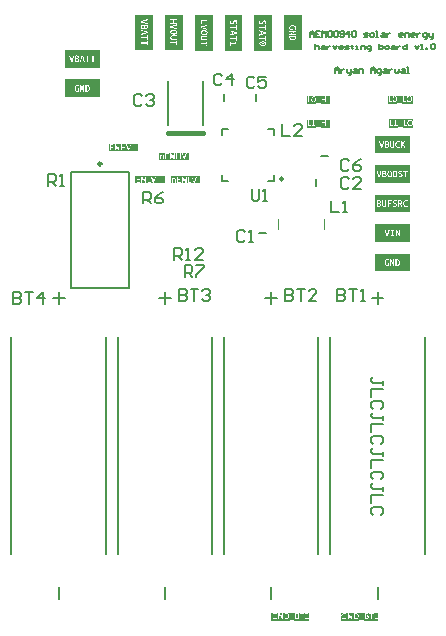
<source format=gto>
G04*
G04 #@! TF.GenerationSoftware,Altium Limited,Altium Designer,25.6.2 (33)*
G04*
G04 Layer_Color=65535*
%FSLAX44Y44*%
%MOMM*%
G71*
G04*
G04 #@! TF.SameCoordinates,95800A15-F6E0-4F83-BAC9-5642273E7207*
G04*
G04*
G04 #@! TF.FilePolarity,Positive*
G04*
G01*
G75*
%ADD10C,0.2500*%
%ADD11C,0.2000*%
%ADD12C,0.4000*%
%ADD13C,0.1270*%
%ADD14C,0.1000*%
G36*
X235316Y501832D02*
X220316D01*
Y531832D01*
X235316D01*
Y501832D01*
D02*
G37*
G36*
X185669Y501950D02*
X170669D01*
Y531950D01*
X185669D01*
Y501950D01*
D02*
G37*
G36*
X354691Y456857D02*
X334247D01*
Y463884D01*
X354691D01*
Y456857D01*
D02*
G37*
G36*
X260707Y502049D02*
X245707D01*
Y532049D01*
X260707D01*
Y502049D01*
D02*
G37*
G36*
X122500Y417000D02*
X97500D01*
Y423000D01*
X122500D01*
Y417000D01*
D02*
G37*
G36*
X145000Y389500D02*
X120000D01*
Y395500D01*
X145000D01*
Y389500D01*
D02*
G37*
G36*
X135000Y502500D02*
X120000D01*
Y532500D01*
X135000D01*
Y502500D01*
D02*
G37*
G36*
X160000Y502500D02*
X145000D01*
Y532500D01*
X160000D01*
Y502500D01*
D02*
G37*
G36*
X352500Y315000D02*
X322500D01*
Y330000D01*
X352500D01*
Y315000D01*
D02*
G37*
G36*
Y415000D02*
X322500D01*
Y430000D01*
X352500D01*
Y415000D01*
D02*
G37*
G36*
X165000Y409500D02*
X140000D01*
Y415500D01*
X165000D01*
Y409500D01*
D02*
G37*
G36*
X285000Y436500D02*
X265000D01*
Y443500D01*
X285000D01*
Y436500D01*
D02*
G37*
G36*
X210472Y501884D02*
X195472D01*
Y531884D01*
X210472D01*
Y501884D01*
D02*
G37*
G36*
X352500Y365000D02*
X322500D01*
Y380000D01*
X352500D01*
Y365000D01*
D02*
G37*
G36*
X285000Y456500D02*
X265000D01*
Y463500D01*
X285000D01*
Y456500D01*
D02*
G37*
G36*
X296686Y25842D02*
X296492Y25824D01*
X296317Y25787D01*
X296159Y25759D01*
X296030Y25722D01*
X295937Y25685D01*
X295900Y25676D01*
X295873Y25667D01*
X295863Y25657D01*
X295854D01*
X295688Y25574D01*
X295531Y25491D01*
X295392Y25398D01*
X295272Y25306D01*
X295170Y25223D01*
X295105Y25158D01*
X295059Y25121D01*
X295041Y25103D01*
X294920Y24964D01*
X294819Y24825D01*
X294726Y24677D01*
X294662Y24548D01*
X294597Y24428D01*
X294560Y24335D01*
X294541Y24298D01*
X294532Y24271D01*
X294523Y24261D01*
Y24252D01*
X294458Y24058D01*
X294412Y23873D01*
X294384Y23679D01*
X294366Y23512D01*
X294347Y23365D01*
Y23300D01*
X294338Y23244D01*
Y25852D01*
X296899D01*
X296686Y25842D01*
D02*
G37*
G36*
X325662Y25815D02*
Y20924D01*
X325653Y20970D01*
X325644Y20988D01*
Y20998D01*
X325634Y21035D01*
X325625Y21062D01*
X325616Y21081D01*
Y21090D01*
X325588Y21136D01*
X325579Y21146D01*
X325570D01*
X325533Y21164D01*
X324580D01*
Y25694D01*
X324571Y25731D01*
X324562Y25741D01*
X324553Y25759D01*
X324534Y25768D01*
X324525Y25778D01*
X324516D01*
X324488Y25787D01*
X324451Y25796D01*
X324423Y25805D01*
X324414D01*
X324358Y25815D01*
X324174D01*
X324146Y25805D01*
X324081D01*
X324062Y25796D01*
X324053D01*
X324007Y25787D01*
X323998Y25778D01*
X323989D01*
X323961Y25768D01*
X323952Y25759D01*
X322768Y25001D01*
X322722Y24973D01*
X322713Y24964D01*
X322703Y24955D01*
X322685Y24918D01*
X322676Y24908D01*
Y24899D01*
X322667Y24871D01*
Y24844D01*
X322657Y24825D01*
Y24640D01*
X322667Y24594D01*
Y24557D01*
Y24548D01*
X322676Y24511D01*
X322685Y24483D01*
X322703Y24474D01*
Y24465D01*
X322731Y24446D01*
X322777D01*
X322814Y24455D01*
X322851Y24474D01*
X322888Y24492D01*
X322898Y24502D01*
X323896Y25093D01*
Y21164D01*
X322814D01*
X322777Y21155D01*
X322768Y21146D01*
X322759D01*
X322722Y21109D01*
X322713Y21099D01*
Y21090D01*
X322694Y21035D01*
X322685Y21007D01*
Y20998D01*
X322676Y20961D01*
Y20924D01*
Y20887D01*
Y20877D01*
Y20822D01*
X322685Y20785D01*
Y20757D01*
Y20748D01*
X322703Y20693D01*
X322713Y20674D01*
Y20665D01*
X322750Y20628D01*
X322759Y20619D01*
X322796Y20609D01*
X325514D01*
X325551Y20619D01*
X325570D01*
X325607Y20646D01*
X325616Y20665D01*
X325634Y20720D01*
X325644Y20739D01*
Y20748D01*
X325653Y20794D01*
X325662Y20831D01*
Y20609D01*
Y19148D01*
X313402D01*
X313449Y19158D01*
X313486Y19186D01*
X313495Y19204D01*
X313504Y19213D01*
X313523Y19269D01*
X313541Y19343D01*
Y19417D01*
X313532Y19509D01*
X313523Y19574D01*
X313513Y19611D01*
X313504Y19620D01*
X313476Y19657D01*
X313439Y19666D01*
X313412Y19676D01*
X309556D01*
X309510Y19666D01*
X309473Y19648D01*
X309454Y19620D01*
X309445Y19611D01*
X309427Y19555D01*
X309417Y19481D01*
Y19407D01*
X309427Y19315D01*
X309436Y19259D01*
X309445Y19222D01*
Y19213D01*
X309482Y19176D01*
X309519Y19158D01*
X309547Y19148D01*
X294338D01*
Y20535D01*
Y23143D01*
X294347Y22930D01*
X294366Y22727D01*
X294393Y22542D01*
X294421Y22384D01*
X294449Y22255D01*
X294477Y22153D01*
X294486Y22116D01*
X294495Y22089D01*
X294504Y22079D01*
Y22070D01*
X294578Y21894D01*
X294652Y21737D01*
X294736Y21599D01*
X294819Y21478D01*
X294893Y21377D01*
X294948Y21312D01*
X294985Y21266D01*
X295004Y21247D01*
X295133Y21127D01*
X295263Y21025D01*
X295401Y20933D01*
X295521Y20859D01*
X295632Y20794D01*
X295725Y20757D01*
X295780Y20729D01*
X295790Y20720D01*
X295799D01*
X295984Y20656D01*
X296169Y20609D01*
X296344Y20582D01*
X296511Y20563D01*
X296659Y20545D01*
X296714D01*
X296770Y20535D01*
X296871D01*
X297010Y20545D01*
X297139Y20554D01*
X297186D01*
X297223Y20563D01*
X297260D01*
X297407Y20582D01*
X297472Y20600D01*
X297537Y20609D01*
X297583Y20619D01*
X297620D01*
X297648Y20628D01*
X297657D01*
X297805Y20665D01*
X297870Y20683D01*
X297925Y20702D01*
X297981Y20720D01*
X298018Y20729D01*
X298036Y20739D01*
X298045D01*
X298166Y20794D01*
X298267Y20831D01*
X298295Y20850D01*
X298323Y20859D01*
X298332Y20868D01*
X298341D01*
X298415Y20914D01*
X298461Y20951D01*
X298489Y20988D01*
X298498Y20998D01*
X298517Y21062D01*
X298535Y21118D01*
Y21164D01*
Y21182D01*
Y23152D01*
Y23207D01*
X298526Y23244D01*
X298517Y23272D01*
X298508Y23281D01*
X298489Y23318D01*
X298471Y23346D01*
X298461Y23355D01*
X298452Y23365D01*
X298397Y23411D01*
X298378Y23420D01*
X298369D01*
X298314Y23438D01*
X296640D01*
X296594Y23429D01*
X296585Y23420D01*
X296575D01*
X296548Y23383D01*
X296538Y23374D01*
Y23365D01*
X296529Y23337D01*
X296520Y23309D01*
X296511Y23291D01*
Y23281D01*
Y23235D01*
Y23198D01*
Y23161D01*
Y23152D01*
X296520Y23059D01*
X296529Y22995D01*
X296538Y22948D01*
Y22939D01*
X296566Y22902D01*
X296603Y22884D01*
X296631Y22875D01*
X297851D01*
Y21367D01*
X297694Y21293D01*
X297611Y21256D01*
X297537Y21238D01*
X297481Y21219D01*
X297435Y21201D01*
X297398Y21192D01*
X297389D01*
X297204Y21164D01*
X297121Y21146D01*
X297047D01*
X296991Y21136D01*
X296899D01*
X296751Y21146D01*
X296612Y21155D01*
X296483Y21173D01*
X296372Y21201D01*
X296280Y21229D01*
X296215Y21247D01*
X296169Y21256D01*
X296150Y21266D01*
X296030Y21321D01*
X295919Y21386D01*
X295817Y21451D01*
X295734Y21515D01*
X295660Y21571D01*
X295614Y21617D01*
X295577Y21654D01*
X295568Y21663D01*
X295484Y21765D01*
X295410Y21876D01*
X295346Y21987D01*
X295290Y22089D01*
X295244Y22181D01*
X295216Y22246D01*
X295198Y22292D01*
X295189Y22311D01*
X295142Y22458D01*
X295115Y22616D01*
X295087Y22764D01*
X295078Y22893D01*
X295068Y23013D01*
X295059Y23106D01*
Y23143D01*
Y23170D01*
Y23180D01*
Y23189D01*
X295068Y23355D01*
X295078Y23503D01*
X295096Y23642D01*
X295124Y23771D01*
X295142Y23873D01*
X295161Y23947D01*
X295170Y23993D01*
X295179Y24012D01*
X295235Y24150D01*
X295290Y24271D01*
X295355Y24391D01*
X295410Y24483D01*
X295457Y24557D01*
X295503Y24622D01*
X295531Y24659D01*
X295540Y24668D01*
X295632Y24770D01*
X295734Y24853D01*
X295826Y24927D01*
X295919Y24992D01*
X295993Y25038D01*
X296058Y25075D01*
X296095Y25093D01*
X296113Y25103D01*
X296243Y25158D01*
X296381Y25195D01*
X296511Y25223D01*
X296631Y25241D01*
X296733Y25251D01*
X296816Y25260D01*
X297019D01*
X297130Y25251D01*
X297241Y25232D01*
X297324Y25223D01*
X297398Y25204D01*
X297454Y25186D01*
X297491Y25177D01*
X297500D01*
X297592Y25149D01*
X297685Y25121D01*
X297759Y25093D01*
X297824Y25066D01*
X297879Y25047D01*
X297916Y25029D01*
X297944Y25010D01*
X297953D01*
X298082Y24945D01*
X298175Y24890D01*
X298212Y24871D01*
X298240Y24853D01*
X298249Y24844D01*
X298258D01*
X298332Y24797D01*
X298378Y24779D01*
X298406Y24770D01*
X298415D01*
X298452Y24779D01*
X298461D01*
X298498Y24816D01*
X298508Y24825D01*
Y24834D01*
X298526Y24899D01*
X298535Y24918D01*
Y24927D01*
X298545Y24973D01*
Y25149D01*
X298535Y25214D01*
X298526Y25251D01*
X298517Y25260D01*
X298498Y25306D01*
X298471Y25352D01*
X298452Y25371D01*
X298443Y25380D01*
X298397Y25426D01*
X298332Y25473D01*
X298277Y25509D01*
X298267Y25519D01*
X298258D01*
X298147Y25574D01*
X298036Y25620D01*
X297990Y25639D01*
X297953Y25657D01*
X297925Y25667D01*
X297916D01*
X297759Y25722D01*
X297685Y25741D01*
X297611Y25759D01*
X297546Y25778D01*
X297500Y25787D01*
X297463Y25796D01*
X297454D01*
X297260Y25833D01*
X297167Y25842D01*
X297084D01*
X297010Y25852D01*
X325662D01*
Y25815D01*
D02*
G37*
G36*
X90000Y462500D02*
X60000D01*
Y477500D01*
X90000D01*
Y462500D01*
D02*
G37*
G36*
X352500Y390000D02*
X322500D01*
Y405000D01*
X352500D01*
Y390000D01*
D02*
G37*
G36*
X175000Y389500D02*
X150000D01*
Y395500D01*
X175000D01*
Y389500D01*
D02*
G37*
G36*
X90000Y487500D02*
X60000D01*
Y502500D01*
X90000D01*
Y487500D01*
D02*
G37*
G36*
X355443Y436265D02*
X335000D01*
Y443735D01*
X355443D01*
Y436265D01*
D02*
G37*
G36*
X267306Y19148D02*
X254564D01*
X254611Y19158D01*
X254648Y19186D01*
X254657Y19204D01*
X254666Y19213D01*
X254685Y19269D01*
X254703Y19343D01*
Y19417D01*
X254694Y19509D01*
X254685Y19574D01*
X254675Y19611D01*
X254666Y19620D01*
X254638Y19657D01*
X254601Y19666D01*
X254574Y19676D01*
X250718D01*
X250672Y19666D01*
X250635Y19648D01*
X250617Y19620D01*
X250607Y19611D01*
X250589Y19555D01*
X250580Y19481D01*
Y19407D01*
X250589Y19315D01*
X250598Y19259D01*
X250607Y19222D01*
Y19213D01*
X250644Y19176D01*
X250681Y19158D01*
X250709Y19148D01*
X235000D01*
Y25852D01*
X238061D01*
X237848Y25842D01*
X237654Y25824D01*
X237479Y25787D01*
X237321Y25759D01*
X237192Y25722D01*
X237099Y25685D01*
X237062Y25676D01*
X237035Y25667D01*
X237026Y25657D01*
X237016D01*
X236850Y25574D01*
X236693Y25491D01*
X236554Y25398D01*
X236434Y25306D01*
X236332Y25223D01*
X236267Y25158D01*
X236221Y25121D01*
X236203Y25103D01*
X236082Y24964D01*
X235981Y24825D01*
X235888Y24677D01*
X235824Y24548D01*
X235759Y24428D01*
X235722Y24335D01*
X235703Y24298D01*
X235694Y24271D01*
X235685Y24261D01*
Y24252D01*
X235620Y24058D01*
X235574Y23873D01*
X235546Y23679D01*
X235528Y23512D01*
X235509Y23365D01*
Y23300D01*
X235500Y23244D01*
Y23143D01*
X235509Y22930D01*
X235528Y22727D01*
X235555Y22542D01*
X235583Y22384D01*
X235611Y22255D01*
X235639Y22153D01*
X235648Y22116D01*
X235657Y22089D01*
X235666Y22079D01*
Y22070D01*
X235740Y21894D01*
X235814Y21737D01*
X235898Y21599D01*
X235981Y21478D01*
X236055Y21377D01*
X236110Y21312D01*
X236147Y21266D01*
X236166Y21247D01*
X236295Y21127D01*
X236425Y21025D01*
X236563Y20933D01*
X236683Y20859D01*
X236794Y20794D01*
X236887Y20757D01*
X236942Y20729D01*
X236952Y20720D01*
X236961D01*
X237146Y20656D01*
X237331Y20609D01*
X237506Y20582D01*
X237673Y20563D01*
X237821Y20545D01*
X237876D01*
X237932Y20535D01*
X238033D01*
X238172Y20545D01*
X238301Y20554D01*
X238348D01*
X238385Y20563D01*
X238422D01*
X238570Y20582D01*
X238634Y20600D01*
X238699Y20609D01*
X238745Y20619D01*
X238782D01*
X238810Y20628D01*
X238819D01*
X238967Y20665D01*
X239032Y20683D01*
X239087Y20702D01*
X239143Y20720D01*
X239180Y20729D01*
X239198Y20739D01*
X239207D01*
X239328Y20794D01*
X239429Y20831D01*
X239457Y20850D01*
X239485Y20859D01*
X239494Y20868D01*
X239503D01*
X239577Y20914D01*
X239624Y20951D01*
X239651Y20988D01*
X239660Y20998D01*
X239679Y21062D01*
X239697Y21118D01*
Y21164D01*
Y21182D01*
Y23152D01*
Y23207D01*
X239688Y23244D01*
X239679Y23272D01*
X239670Y23281D01*
X239651Y23318D01*
X239633Y23346D01*
X239624Y23355D01*
X239614Y23365D01*
X239559Y23411D01*
X239540Y23420D01*
X239531D01*
X239476Y23438D01*
X237802D01*
X237756Y23429D01*
X237747Y23420D01*
X237737D01*
X237710Y23383D01*
X237701Y23374D01*
Y23365D01*
X237691Y23337D01*
X237682Y23309D01*
X237673Y23291D01*
Y23281D01*
Y23235D01*
Y23198D01*
Y23161D01*
Y23152D01*
X237682Y23059D01*
X237691Y22995D01*
X237701Y22948D01*
Y22939D01*
X237728Y22902D01*
X237765Y22884D01*
X237793Y22875D01*
X239013D01*
Y21367D01*
X238856Y21293D01*
X238773Y21256D01*
X238699Y21238D01*
X238643Y21219D01*
X238597Y21201D01*
X238560Y21192D01*
X238551D01*
X238366Y21164D01*
X238283Y21146D01*
X238209D01*
X238153Y21136D01*
X238061D01*
X237913Y21146D01*
X237774Y21155D01*
X237645Y21173D01*
X237534Y21201D01*
X237442Y21229D01*
X237377Y21247D01*
X237331Y21256D01*
X237312Y21266D01*
X237192Y21321D01*
X237081Y21386D01*
X236979Y21451D01*
X236896Y21515D01*
X236822Y21571D01*
X236776Y21617D01*
X236739Y21654D01*
X236730Y21663D01*
X236646Y21765D01*
X236572Y21876D01*
X236508Y21987D01*
X236452Y22089D01*
X236406Y22181D01*
X236378Y22246D01*
X236360Y22292D01*
X236351Y22311D01*
X236304Y22458D01*
X236277Y22616D01*
X236249Y22764D01*
X236240Y22893D01*
X236230Y23013D01*
X236221Y23106D01*
Y23143D01*
Y23170D01*
Y23180D01*
Y23189D01*
X236230Y23355D01*
X236240Y23503D01*
X236258Y23642D01*
X236286Y23771D01*
X236304Y23873D01*
X236323Y23947D01*
X236332Y23993D01*
X236341Y24012D01*
X236397Y24150D01*
X236452Y24271D01*
X236517Y24391D01*
X236572Y24483D01*
X236619Y24557D01*
X236665Y24622D01*
X236693Y24659D01*
X236702Y24668D01*
X236794Y24770D01*
X236896Y24853D01*
X236989Y24927D01*
X237081Y24992D01*
X237155Y25038D01*
X237220Y25075D01*
X237257Y25093D01*
X237275Y25103D01*
X237405Y25158D01*
X237543Y25195D01*
X237673Y25223D01*
X237793Y25241D01*
X237895Y25251D01*
X237978Y25260D01*
X238181D01*
X238292Y25251D01*
X238403Y25232D01*
X238486Y25223D01*
X238560Y25204D01*
X238616Y25186D01*
X238653Y25177D01*
X238662D01*
X238755Y25149D01*
X238847Y25121D01*
X238921Y25093D01*
X238986Y25066D01*
X239041Y25047D01*
X239078Y25029D01*
X239106Y25010D01*
X239115D01*
X239244Y24945D01*
X239337Y24890D01*
X239374Y24871D01*
X239402Y24853D01*
X239411Y24844D01*
X239420D01*
X239494Y24797D01*
X239540Y24779D01*
X239568Y24770D01*
X239577D01*
X239614Y24779D01*
X239624D01*
X239660Y24816D01*
X239670Y24825D01*
Y24834D01*
X239688Y24899D01*
X239697Y24918D01*
Y24927D01*
X239707Y24973D01*
Y25149D01*
X239697Y25214D01*
X239688Y25251D01*
X239679Y25260D01*
X239660Y25306D01*
X239633Y25352D01*
X239614Y25371D01*
X239605Y25380D01*
X239559Y25426D01*
X239494Y25473D01*
X239439Y25509D01*
X239429Y25519D01*
X239420D01*
X239309Y25574D01*
X239198Y25620D01*
X239152Y25639D01*
X239115Y25657D01*
X239087Y25667D01*
X239078D01*
X238921Y25722D01*
X238847Y25741D01*
X238773Y25759D01*
X238708Y25778D01*
X238662Y25787D01*
X238625Y25796D01*
X238616D01*
X238422Y25833D01*
X238329Y25842D01*
X238246D01*
X238172Y25852D01*
X265067D01*
X264901Y25842D01*
X264827Y25833D01*
X264762Y25824D01*
X264707Y25815D01*
X264661Y25805D01*
X264633Y25796D01*
X264624D01*
X264476Y25759D01*
X264402Y25741D01*
X264346Y25722D01*
X264300Y25704D01*
X264263Y25685D01*
X264235Y25676D01*
X264226D01*
X264106Y25630D01*
X264013Y25583D01*
X263976Y25565D01*
X263949Y25546D01*
X263939Y25537D01*
X263930D01*
X263856Y25491D01*
X263801Y25454D01*
X263773Y25426D01*
X263764Y25417D01*
X263736Y25389D01*
X263718Y25371D01*
X263699Y25361D01*
Y25352D01*
X263681Y25306D01*
X263671Y25297D01*
Y25288D01*
X263662Y25241D01*
Y25223D01*
Y25214D01*
Y25149D01*
Y25121D01*
Y25112D01*
Y25056D01*
Y25010D01*
Y24973D01*
Y24964D01*
X263671Y24927D01*
Y24899D01*
X263681Y24881D01*
Y24871D01*
X263708Y24834D01*
X263718Y24816D01*
X263755Y24807D01*
X263773D01*
X263819Y24816D01*
X263875Y24844D01*
X263912Y24862D01*
X263930Y24871D01*
X264013Y24918D01*
X264097Y24973D01*
X264124Y24992D01*
X264152Y25010D01*
X264171Y25019D01*
X264180D01*
X264300Y25075D01*
X264411Y25121D01*
X264457Y25140D01*
X264494Y25158D01*
X264522Y25167D01*
X264531D01*
X264688Y25214D01*
X264762Y25223D01*
X264836Y25232D01*
X264892Y25241D01*
X264984D01*
X265132Y25232D01*
X265197Y25223D01*
X265252Y25204D01*
X265299Y25195D01*
X265336Y25177D01*
X265354Y25167D01*
X265363D01*
X265474Y25112D01*
X265567Y25047D01*
X265622Y25001D01*
X265631Y24992D01*
X265641Y24982D01*
X265715Y24890D01*
X265770Y24807D01*
X265789Y24770D01*
X265798Y24742D01*
X265807Y24724D01*
Y24714D01*
X265844Y24603D01*
X265863Y24502D01*
X265872Y24455D01*
Y24418D01*
Y24400D01*
Y24391D01*
X265863Y24261D01*
X265853Y24141D01*
X265844Y24095D01*
X265835Y24058D01*
X265826Y24030D01*
Y24021D01*
X265789Y23873D01*
X265733Y23734D01*
X265705Y23670D01*
X265687Y23623D01*
X265678Y23596D01*
X265668Y23586D01*
X265622Y23494D01*
X265567Y23402D01*
X265511Y23309D01*
X265465Y23226D01*
X265410Y23161D01*
X265373Y23096D01*
X265345Y23059D01*
X265336Y23050D01*
X265252Y22939D01*
X265160Y22828D01*
X265058Y22717D01*
X264966Y22616D01*
X264892Y22532D01*
X264818Y22468D01*
X264781Y22421D01*
X264762Y22403D01*
X263727Y21340D01*
X263699Y21303D01*
X263671Y21266D01*
X263653Y21247D01*
X263644Y21238D01*
X263607Y21173D01*
X263597Y21155D01*
Y21146D01*
X263579Y21081D01*
X263570Y21053D01*
Y20840D01*
X263579Y20794D01*
Y20757D01*
Y20748D01*
X263597Y20711D01*
X263607Y20683D01*
X263625Y20674D01*
Y20665D01*
X263671Y20628D01*
X263681Y20619D01*
X263690D01*
X263755Y20609D01*
X266648D01*
X266695Y20619D01*
X266713D01*
X266750Y20656D01*
X266759Y20665D01*
Y20674D01*
X266778Y20739D01*
X266787Y20766D01*
Y20776D01*
X266796Y20822D01*
X266806Y20859D01*
Y20951D01*
X266796Y20988D01*
X266787Y21016D01*
Y21025D01*
X266778Y21062D01*
X266769Y21090D01*
X266759Y21109D01*
Y21118D01*
X266722Y21164D01*
X266713Y21173D01*
X266704D01*
X266667Y21192D01*
X264402D01*
X265215Y22042D01*
X265373Y22209D01*
X265511Y22357D01*
X265631Y22495D01*
X265742Y22616D01*
X265816Y22708D01*
X265881Y22782D01*
X265918Y22828D01*
X265927Y22847D01*
X266020Y22976D01*
X266103Y23096D01*
X266177Y23198D01*
X266232Y23291D01*
X266279Y23374D01*
X266306Y23429D01*
X266325Y23466D01*
X266334Y23475D01*
X266390Y23577D01*
X266427Y23679D01*
X266464Y23771D01*
X266491Y23854D01*
X266510Y23919D01*
X266519Y23965D01*
X266528Y24002D01*
Y24012D01*
X266556Y24197D01*
X266565Y24280D01*
Y24354D01*
X266574Y24409D01*
Y24465D01*
Y24492D01*
Y24502D01*
X266556Y24696D01*
X266547Y24788D01*
X266528Y24862D01*
X266510Y24927D01*
X266500Y24982D01*
X266482Y25010D01*
Y25019D01*
X266445Y25112D01*
X266399Y25195D01*
X266353Y25269D01*
X266306Y25334D01*
X266260Y25380D01*
X266223Y25417D01*
X266205Y25445D01*
X266195Y25454D01*
X266121Y25519D01*
X266047Y25574D01*
X265890Y25667D01*
X265826Y25694D01*
X265770Y25722D01*
X265733Y25741D01*
X265724D01*
X265613Y25778D01*
X265502Y25805D01*
X265391Y25824D01*
X265289Y25842D01*
X265206D01*
X265132Y25852D01*
X267306D01*
Y19148D01*
D02*
G37*
G36*
X352500Y340000D02*
X322500D01*
Y355000D01*
X352500D01*
Y340000D01*
D02*
G37*
%LPC*%
G36*
X225309Y527698D02*
X225281Y527642D01*
X225254Y527587D01*
X225198Y527469D01*
X225177Y527420D01*
X225156Y527379D01*
X225149Y527351D01*
X225142Y527344D01*
X225108Y527254D01*
X225073Y527164D01*
X225045Y527067D01*
X225025Y526983D01*
X225004Y526907D01*
X224990Y526845D01*
X224976Y526803D01*
Y526789D01*
X224955Y526664D01*
X224935Y526533D01*
X224921Y526408D01*
X224914Y526290D01*
Y526193D01*
X224907Y526110D01*
Y524078D01*
Y526040D01*
X224914Y525867D01*
X224928Y525701D01*
X224941Y525548D01*
X224969Y525402D01*
X224997Y525271D01*
X225032Y525153D01*
X225073Y525042D01*
X225108Y524945D01*
X225142Y524861D01*
X225184Y524785D01*
X225219Y524723D01*
X225247Y524667D01*
X225274Y524633D01*
X225295Y524598D01*
X225302Y524584D01*
X225309Y524577D01*
X225392Y524487D01*
X225475Y524411D01*
X225565Y524348D01*
X225663Y524286D01*
X225760Y524238D01*
X225857Y524203D01*
X225947Y524168D01*
X226044Y524140D01*
X226127Y524120D01*
X226210Y524106D01*
X226280Y524092D01*
X226342Y524085D01*
X226398Y524078D01*
X226467D01*
X226619Y524085D01*
X226758Y524099D01*
X226876Y524120D01*
X226980Y524140D01*
X227063Y524168D01*
X227126Y524189D01*
X227160Y524203D01*
X227174Y524210D01*
X227278Y524258D01*
X227375Y524314D01*
X227458Y524369D01*
X227528Y524425D01*
X227583Y524473D01*
X227625Y524515D01*
X227653Y524543D01*
X227660Y524549D01*
X227729Y524633D01*
X227791Y524716D01*
X227847Y524799D01*
X227895Y524882D01*
X227937Y524945D01*
X227965Y525000D01*
X227979Y525035D01*
X227985Y525049D01*
X228083Y525264D01*
X228131Y525361D01*
X228173Y525451D01*
X228200Y525534D01*
X228228Y525590D01*
X228242Y525631D01*
X228249Y525638D01*
Y525645D01*
X228332Y525839D01*
X228374Y525923D01*
X228409Y525999D01*
X228436Y526068D01*
X228464Y526117D01*
X228478Y526144D01*
X228485Y526158D01*
X228533Y526241D01*
X228582Y526325D01*
X228637Y526387D01*
X228679Y526450D01*
X228721Y526491D01*
X228755Y526526D01*
X228776Y526547D01*
X228783Y526553D01*
X228852Y526602D01*
X228929Y526637D01*
X229005Y526664D01*
X229074Y526678D01*
X229137Y526692D01*
X229185Y526699D01*
X229213D01*
X229227D01*
X229317Y526692D01*
X229393Y526678D01*
X229463Y526657D01*
X229525Y526637D01*
X229573Y526616D01*
X229608Y526595D01*
X229629Y526581D01*
X229636Y526574D01*
X229691Y526526D01*
X229747Y526470D01*
X229788Y526415D01*
X229823Y526359D01*
X229851Y526311D01*
X229872Y526269D01*
X229879Y526241D01*
X229886Y526235D01*
X229913Y526151D01*
X229934Y526068D01*
X229948Y525985D01*
X229962Y525909D01*
Y525839D01*
X229969Y525791D01*
Y525742D01*
X229962Y525603D01*
X229955Y525479D01*
X229934Y525368D01*
X229920Y525264D01*
X229899Y525181D01*
X229879Y525125D01*
X229872Y525083D01*
X229865Y525070D01*
X229830Y524959D01*
X229788Y524861D01*
X229754Y524778D01*
X229719Y524702D01*
X229691Y524640D01*
X229671Y524598D01*
X229657Y524570D01*
X229650Y524563D01*
X230364Y524293D01*
X230413Y524383D01*
X230461Y524480D01*
X230496Y524577D01*
X230537Y524681D01*
X230565Y524765D01*
X230586Y524841D01*
X230593Y524869D01*
X230600Y524882D01*
X230607Y524896D01*
Y524903D01*
X230648Y525049D01*
X230676Y525201D01*
X230697Y525347D01*
X230711Y525479D01*
X230718Y525597D01*
X230725Y525645D01*
Y525042D01*
Y525645D01*
Y525770D01*
X230718Y525923D01*
X230704Y526068D01*
X230683Y526207D01*
X230662Y526332D01*
X230627Y526456D01*
X230593Y526560D01*
X230551Y526664D01*
X230516Y526755D01*
X230475Y526831D01*
X230433Y526900D01*
X230399Y526963D01*
X230371Y527011D01*
X230343Y527053D01*
X230322Y527080D01*
X230308Y527094D01*
X230302Y527101D01*
X230218Y527184D01*
X230128Y527261D01*
X230038Y527323D01*
X229941Y527379D01*
X229844Y527427D01*
X229740Y527462D01*
X229650Y527496D01*
X229553Y527517D01*
X229463Y527538D01*
X229386Y527552D01*
X229310Y527566D01*
X229248Y527573D01*
X229192Y527580D01*
X229157D01*
X229130D01*
X229123D01*
X228998Y527573D01*
X228880Y527559D01*
X228776Y527538D01*
X228686Y527517D01*
X228610Y527496D01*
X228561Y527476D01*
X228526Y527462D01*
X228512Y527455D01*
X228422Y527406D01*
X228339Y527351D01*
X228270Y527295D01*
X228207Y527240D01*
X228152Y527191D01*
X228117Y527157D01*
X228090Y527129D01*
X228083Y527122D01*
X227965Y526963D01*
X227909Y526886D01*
X227868Y526817D01*
X227826Y526755D01*
X227798Y526706D01*
X227785Y526678D01*
X227778Y526664D01*
X227687Y526477D01*
X227653Y526387D01*
X227618Y526311D01*
X227590Y526241D01*
X227570Y526186D01*
X227556Y526158D01*
X227549Y526144D01*
X227507Y526040D01*
X227465Y525936D01*
X227424Y525846D01*
X227382Y525763D01*
X227348Y525687D01*
X227320Y525638D01*
X227306Y525603D01*
X227299Y525590D01*
X227244Y525493D01*
X227188Y525402D01*
X227133Y525326D01*
X227084Y525257D01*
X227036Y525208D01*
X227001Y525167D01*
X226973Y525146D01*
X226966Y525139D01*
X226890Y525076D01*
X226807Y525035D01*
X226723Y525000D01*
X226647Y524979D01*
X226571Y524966D01*
X226516Y524959D01*
X226481D01*
X226474D01*
X226467D01*
X226377Y524966D01*
X226294Y524979D01*
X226224Y524993D01*
X226162Y525014D01*
X226106Y525042D01*
X226072Y525056D01*
X226044Y525070D01*
X226037Y525076D01*
X225975Y525125D01*
X225919Y525181D01*
X225871Y525236D01*
X225829Y525291D01*
X225801Y525340D01*
X225781Y525382D01*
X225767Y525409D01*
X225760Y525423D01*
X225725Y525520D01*
X225704Y525617D01*
X225683Y525721D01*
X225676Y525818D01*
X225669Y525909D01*
X225663Y525978D01*
Y526040D01*
X225669Y526214D01*
X225683Y526373D01*
X225704Y526519D01*
X225725Y526644D01*
X225746Y526741D01*
X225760Y526782D01*
X225767Y526817D01*
X225774Y526845D01*
X225781Y526866D01*
X225787Y526872D01*
Y526879D01*
X225836Y527004D01*
X225884Y527108D01*
X225926Y527205D01*
X225961Y527282D01*
X225995Y527344D01*
X226016Y527393D01*
X226030Y527420D01*
X226037Y527427D01*
X225309Y527698D01*
D02*
G37*
G36*
X230593Y523322D02*
X229858D01*
X229851Y521817D01*
X225025D01*
Y523322D01*
Y519432D01*
Y520937D01*
X229858D01*
X229851Y519432D01*
X225025D01*
X230593D01*
Y523322D01*
D02*
G37*
G36*
Y519044D02*
Y517379D01*
X230350Y517463D01*
X230114Y517546D01*
X229893Y517622D01*
X229788Y517657D01*
X229691Y517692D01*
X229594Y517719D01*
X229518Y517747D01*
X229442Y517775D01*
X229379Y517789D01*
X229331Y517809D01*
X229296Y517823D01*
X229268Y517830D01*
X229261D01*
X229005Y517914D01*
X228748Y517990D01*
X228512Y518066D01*
X228402Y518101D01*
X228298Y518128D01*
X228200Y518163D01*
X228117Y518184D01*
X228041Y518212D01*
X227979Y518232D01*
X227923Y518246D01*
X227889Y518260D01*
X227861Y518267D01*
X227854D01*
X227590Y518343D01*
X227327Y518420D01*
X227084Y518489D01*
X226973Y518524D01*
X226869Y518551D01*
X226772Y518579D01*
X226682Y518600D01*
X226606Y518628D01*
X226543Y518642D01*
X226488Y518655D01*
X226453Y518669D01*
X226425Y518676D01*
X226418D01*
X226155Y518746D01*
X225898Y518815D01*
X225663Y518877D01*
X225559Y518905D01*
X225455Y518933D01*
X225364Y518954D01*
X225274Y518974D01*
X225205Y518995D01*
X225142Y519009D01*
X225094Y519023D01*
X225052Y519037D01*
X225032Y519044D01*
X225025D01*
Y518128D01*
X226405Y517830D01*
Y515951D01*
X225025Y515660D01*
Y514696D01*
X225274Y514758D01*
X225524Y514828D01*
X225760Y514883D01*
X225864Y514918D01*
X225968Y514939D01*
X226058Y514966D01*
X226148Y514987D01*
X226217Y515008D01*
X226287Y515022D01*
X226335Y515036D01*
X226370Y515050D01*
X226398Y515057D01*
X226405D01*
X226668Y515126D01*
X226932Y515195D01*
X227174Y515265D01*
X227285Y515292D01*
X227389Y515327D01*
X227486Y515355D01*
X227576Y515376D01*
X227653Y515396D01*
X227715Y515417D01*
X227771Y515431D01*
X227805Y515445D01*
X227833Y515452D01*
X227840D01*
X228110Y515528D01*
X228367Y515604D01*
X228603Y515681D01*
X228714Y515715D01*
X228818Y515743D01*
X228915Y515771D01*
X228998Y515798D01*
X229074Y515826D01*
X229137Y515840D01*
X229185Y515861D01*
X229227Y515875D01*
X229248Y515882D01*
X229254D01*
X229511Y515965D01*
X229761Y516041D01*
X229983Y516118D01*
X230087Y516152D01*
X230184Y516187D01*
X230274Y516222D01*
X230357Y516249D01*
X230426Y516270D01*
X230482Y516291D01*
X230530Y516312D01*
X230565Y516319D01*
X230586Y516333D01*
X230593D01*
Y519044D01*
D02*
G37*
G36*
X225025Y514308D02*
Y512803D01*
D01*
Y514308D01*
D02*
G37*
G36*
X230593D02*
X229858D01*
X229851Y512803D01*
X225025D01*
Y511922D01*
X229858D01*
X229851Y510418D01*
X225025D01*
X230593D01*
Y514308D01*
D02*
G37*
G36*
X230725Y509731D02*
X227958D01*
D01*
X227819D01*
X227563Y509724D01*
X227313Y509710D01*
X227091Y509689D01*
X226876Y509655D01*
X226682Y509620D01*
X226502Y509579D01*
X226342Y509530D01*
X226196Y509488D01*
X226072Y509440D01*
X225961Y509398D01*
X225864Y509357D01*
X225787Y509322D01*
X225725Y509287D01*
X225683Y509267D01*
X225656Y509253D01*
X225649Y509246D01*
X225517Y509149D01*
X225406Y509045D01*
X225302Y508941D01*
X225219Y508823D01*
X225149Y508712D01*
X225087Y508594D01*
X225039Y508483D01*
X224997Y508372D01*
X224969Y508268D01*
X224948Y508171D01*
X224928Y508081D01*
X224921Y508004D01*
X224914Y507942D01*
X224907Y507901D01*
Y507859D01*
X224914Y507692D01*
X224941Y507540D01*
X224976Y507394D01*
X225025Y507262D01*
X225080Y507138D01*
X225142Y507027D01*
X225212Y506923D01*
X225281Y506826D01*
X225351Y506743D01*
X225413Y506673D01*
X225475Y506611D01*
X225531Y506562D01*
X225579Y506521D01*
X225614Y506493D01*
X225642Y506479D01*
X225649Y506472D01*
X225794Y506382D01*
X225954Y506313D01*
X226127Y506243D01*
X226301Y506188D01*
X226481Y506139D01*
X226661Y506098D01*
X226841Y506070D01*
X227015Y506042D01*
X227174Y506021D01*
X227327Y506007D01*
X227465Y505994D01*
X227583Y505987D01*
X227680Y505980D01*
X224907D01*
X230725D01*
X227819D01*
X228076Y505987D01*
X228325Y506001D01*
X228547Y506028D01*
X228762Y506056D01*
X228956Y506091D01*
X229130Y506132D01*
X229289Y506181D01*
X229435Y506222D01*
X229566Y506271D01*
X229678Y506320D01*
X229768Y506361D01*
X229844Y506396D01*
X229906Y506423D01*
X229948Y506451D01*
X229976Y506465D01*
X229983Y506472D01*
X230114Y506569D01*
X230225Y506673D01*
X230329Y506777D01*
X230413Y506895D01*
X230482Y507006D01*
X230544Y507124D01*
X230593Y507235D01*
X230634Y507346D01*
X230662Y507450D01*
X230683Y507547D01*
X230704Y507637D01*
X230711Y507713D01*
X230718Y507776D01*
X230725Y507817D01*
Y507859D01*
X230718Y508018D01*
X230690Y508171D01*
X230655Y508310D01*
X230607Y508448D01*
X230551Y508566D01*
X230489Y508684D01*
X230420Y508788D01*
X230350Y508878D01*
X230281Y508961D01*
X230211Y509031D01*
X230149Y509093D01*
X230093Y509149D01*
X230045Y509183D01*
X230010Y509218D01*
X229983Y509232D01*
X229976Y509239D01*
X229830Y509322D01*
X229671Y509398D01*
X229504Y509468D01*
X229324Y509523D01*
X229144Y509572D01*
X228970Y509613D01*
X228790Y509641D01*
X228617Y509669D01*
X228457Y509689D01*
X228305Y509703D01*
X228173Y509717D01*
X228055Y509724D01*
X227958Y509731D01*
X230725D01*
D02*
G37*
%LPD*%
G36*
X227327Y517594D02*
X227493Y517553D01*
X227653Y517511D01*
X227791Y517477D01*
X227909Y517449D01*
X227958Y517435D01*
X227999Y517421D01*
X228034Y517414D01*
X228055Y517407D01*
X228069Y517400D01*
X228076D01*
X228242Y517352D01*
X228402Y517310D01*
X228547Y517262D01*
X228679Y517227D01*
X228790Y517192D01*
X228839Y517178D01*
X228873Y517165D01*
X228908Y517158D01*
X228929Y517151D01*
X228943Y517144D01*
X228949D01*
X229109Y517095D01*
X229261Y517047D01*
X229400Y516998D01*
X229525Y516956D01*
X229629Y516929D01*
X229671Y516915D01*
X229705Y516901D01*
X229733Y516894D01*
X229754Y516887D01*
X229768Y516880D01*
X229775D01*
X229629Y516832D01*
X229483Y516783D01*
X229345Y516742D01*
X229227Y516700D01*
X229116Y516665D01*
X229074Y516651D01*
X229033Y516638D01*
X229005Y516631D01*
X228984Y516624D01*
X228970Y516617D01*
X228963D01*
X228804Y516568D01*
X228651Y516520D01*
X228499Y516478D01*
X228367Y516443D01*
X228249Y516409D01*
X228200Y516395D01*
X228159Y516388D01*
X228131Y516381D01*
X228103Y516374D01*
X228090Y516367D01*
X228083D01*
X227909Y516319D01*
X227743Y516277D01*
X227583Y516235D01*
X227445Y516201D01*
X227320Y516173D01*
X227271Y516159D01*
X227230Y516152D01*
X227195Y516145D01*
X227167Y516138D01*
X227153Y516131D01*
X227146D01*
Y517636D01*
X227327Y517594D01*
D02*
G37*
G36*
X228152Y508864D02*
X228291Y508851D01*
X228422Y508843D01*
X228526Y508830D01*
X228568D01*
X228603Y508823D01*
X228630D01*
X228651Y508816D01*
X228665D01*
X228672D01*
X228818Y508795D01*
X228943Y508767D01*
X229060Y508740D01*
X229157Y508705D01*
X229241Y508684D01*
X229303Y508663D01*
X229338Y508649D01*
X229352Y508642D01*
X229456Y508594D01*
X229539Y508538D01*
X229615Y508490D01*
X229678Y508434D01*
X229726Y508393D01*
X229761Y508358D01*
X229781Y508330D01*
X229788Y508324D01*
X229837Y508247D01*
X229879Y508171D01*
X229906Y508088D01*
X229920Y508018D01*
X229934Y507956D01*
X229941Y507901D01*
Y507859D01*
X229934Y507762D01*
X229920Y507672D01*
X229893Y507588D01*
X229865Y507519D01*
X229837Y507471D01*
X229809Y507429D01*
X229795Y507401D01*
X229788Y507394D01*
X229726Y507325D01*
X229657Y507262D01*
X229580Y507207D01*
X229511Y507165D01*
X229449Y507131D01*
X229400Y507103D01*
X229366Y507089D01*
X229352Y507082D01*
X229241Y507041D01*
X229123Y506999D01*
X229012Y506971D01*
X228908Y506944D01*
X228811Y506923D01*
X228741Y506909D01*
X228714D01*
X228693Y506902D01*
X228679D01*
X228672D01*
X228526Y506881D01*
X228374Y506867D01*
X228235Y506860D01*
X228103Y506853D01*
X227985Y506847D01*
X227937D01*
X227895D01*
X227868D01*
X227840D01*
X227826D01*
X227819D01*
X227646D01*
X227486Y506853D01*
X227341Y506860D01*
X227209Y506874D01*
X227105Y506881D01*
X227056Y506888D01*
X227022Y506895D01*
X226994D01*
X226973Y506902D01*
X226959D01*
X226952D01*
X226814Y506923D01*
X226682Y506950D01*
X226571Y506985D01*
X226474Y507013D01*
X226391Y507041D01*
X226328Y507061D01*
X226294Y507075D01*
X226280Y507082D01*
X226183Y507131D01*
X226092Y507179D01*
X226016Y507235D01*
X225954Y507283D01*
X225898Y507325D01*
X225864Y507360D01*
X225843Y507387D01*
X225836Y507394D01*
X225787Y507471D01*
X225746Y507547D01*
X225718Y507623D01*
X225704Y507699D01*
X225690Y507762D01*
X225683Y507810D01*
Y507859D01*
X225690Y507956D01*
X225704Y508046D01*
X225732Y508122D01*
X225760Y508192D01*
X225787Y508247D01*
X225815Y508289D01*
X225829Y508316D01*
X225836Y508324D01*
X225898Y508393D01*
X225975Y508455D01*
X226044Y508511D01*
X226120Y508552D01*
X226183Y508594D01*
X226231Y508622D01*
X226266Y508635D01*
X226280Y508642D01*
X226391Y508684D01*
X226502Y508719D01*
X226619Y508746D01*
X226723Y508774D01*
X226814Y508795D01*
X226890Y508802D01*
X226918Y508809D01*
X226938Y508816D01*
X226945D01*
X226952D01*
X227105Y508837D01*
X227257Y508851D01*
X227403Y508857D01*
X227535Y508864D01*
X227653Y508871D01*
X227701D01*
X227743D01*
X227771D01*
X227798D01*
X227812D01*
X227819D01*
X227992D01*
X228152Y508864D01*
D02*
G37*
%LPC*%
G36*
X227958Y508358D02*
X227930D01*
X227916D01*
X227826Y508351D01*
X227750Y508337D01*
X227680Y508316D01*
X227618Y508289D01*
X227570Y508261D01*
X227528Y508240D01*
X227507Y508226D01*
X227500Y508219D01*
X227445Y508164D01*
X227403Y508102D01*
X227368Y508039D01*
X227348Y507984D01*
X227334Y507928D01*
X227327Y507887D01*
Y507852D01*
X227334Y507769D01*
X227355Y507699D01*
X227382Y507637D01*
X227417Y507581D01*
X227445Y507540D01*
X227472Y507512D01*
X227493Y507491D01*
X227500Y507484D01*
X227570Y507436D01*
X227639Y507401D01*
X227708Y507374D01*
X227771Y507360D01*
X227833Y507346D01*
X227875Y507339D01*
X227902D01*
X227916D01*
X227999Y507346D01*
X228083Y507360D01*
X228152Y507387D01*
X228214Y507408D01*
X228263Y507436D01*
X228298Y507464D01*
X228325Y507477D01*
X228332Y507484D01*
X228395Y507540D01*
X228436Y507602D01*
X228471Y507665D01*
X228492Y507720D01*
X228506Y507769D01*
X228512Y507810D01*
Y507852D01*
X228506Y507928D01*
X228485Y508004D01*
X228457Y508067D01*
X228422Y508115D01*
X228388Y508164D01*
X228360Y508192D01*
X228339Y508213D01*
X228332Y508219D01*
X228263Y508268D01*
X228194Y508303D01*
X228124Y508324D01*
X228055Y508337D01*
X227999Y508351D01*
X227958Y508358D01*
D02*
G37*
G36*
X180946Y527698D02*
X175378D01*
Y524300D01*
X176120D01*
Y526803D01*
X180946D01*
Y527698D01*
D02*
G37*
G36*
Y523814D02*
X180822Y523787D01*
X180690Y523759D01*
X180558Y523731D01*
X180433Y523703D01*
X180322Y523676D01*
X180274Y523662D01*
X180239Y523655D01*
X180205Y523648D01*
X180177Y523641D01*
X180163Y523634D01*
X180156D01*
X179976Y523586D01*
X179788Y523544D01*
X179608Y523495D01*
X179449Y523454D01*
X179372Y523433D01*
X179303Y523412D01*
X179247Y523398D01*
X179192Y523385D01*
X179151Y523371D01*
X179123Y523364D01*
X179102Y523357D01*
X179095D01*
X178873Y523294D01*
X178658Y523232D01*
X178450Y523170D01*
X178270Y523114D01*
X178180Y523093D01*
X178110Y523073D01*
X178041Y523052D01*
X177985Y523038D01*
X177937Y523024D01*
X177902Y523010D01*
X177882Y523003D01*
X177875D01*
X177639Y522927D01*
X177410Y522858D01*
X177195Y522795D01*
X177091Y522760D01*
X177001Y522733D01*
X176911Y522705D01*
X176834Y522684D01*
X176765Y522663D01*
X176710Y522643D01*
X176661Y522629D01*
X176626Y522615D01*
X176606Y522608D01*
X176599D01*
X176363Y522532D01*
X176141Y522455D01*
X175933Y522386D01*
X175836Y522358D01*
X175753Y522324D01*
X175669Y522296D01*
X175593Y522275D01*
X175531Y522254D01*
X175482Y522233D01*
X175434Y522220D01*
X175406Y522206D01*
X175385Y522199D01*
X175378D01*
Y522206D01*
Y522199D01*
Y521186D01*
X175669Y521082D01*
X175947Y520978D01*
X176217Y520888D01*
X176335Y520840D01*
X176453Y520805D01*
X176564Y520770D01*
X176654Y520736D01*
X176744Y520708D01*
X176814Y520680D01*
X176876Y520666D01*
X176918Y520653D01*
X176945Y520639D01*
X176952D01*
X177250Y520541D01*
X177535Y520458D01*
X177666Y520417D01*
X177798Y520375D01*
X177916Y520340D01*
X178034Y520306D01*
X178131Y520278D01*
X178228Y520250D01*
X178305Y520223D01*
X178374Y520202D01*
X178429Y520188D01*
X178471Y520174D01*
X178499Y520167D01*
X178506D01*
X178783Y520084D01*
X179039Y520014D01*
X179164Y519980D01*
X179275Y519952D01*
X179386Y519917D01*
X179483Y519890D01*
X179573Y519869D01*
X179650Y519848D01*
X179726Y519827D01*
X179781Y519813D01*
X179830Y519799D01*
X179865Y519793D01*
X179886Y519786D01*
X179892D01*
X180121Y519730D01*
X180322Y519682D01*
X180503Y519633D01*
X180586Y519619D01*
X180655Y519599D01*
X180725Y519585D01*
X180780Y519571D01*
X180828Y519564D01*
X180870Y519550D01*
X180905Y519543D01*
X180926D01*
X180940Y519536D01*
X180946D01*
Y520479D01*
X180752Y520514D01*
X180558Y520548D01*
X180364Y520590D01*
X180191Y520625D01*
X180114Y520639D01*
X180038Y520659D01*
X179976Y520673D01*
X179920Y520680D01*
X179879Y520694D01*
X179844Y520701D01*
X179823Y520708D01*
X179816D01*
X179587Y520763D01*
X179359Y520812D01*
X179144Y520867D01*
X179039Y520888D01*
X178949Y520909D01*
X178859Y520937D01*
X178783Y520951D01*
X178714Y520971D01*
X178651Y520985D01*
X178603Y520999D01*
X178568Y521006D01*
X178547Y521013D01*
X178540D01*
X178298Y521075D01*
X178069Y521138D01*
X177854Y521193D01*
X177757Y521221D01*
X177666Y521242D01*
X177583Y521270D01*
X177507Y521290D01*
X177445Y521304D01*
X177389Y521325D01*
X177348Y521339D01*
X177313Y521346D01*
X177292Y521353D01*
X177285D01*
X177070Y521415D01*
X176869Y521471D01*
X176689Y521526D01*
X176606Y521554D01*
X176529Y521575D01*
X176460Y521602D01*
X176398Y521616D01*
X176342Y521637D01*
X176301Y521651D01*
X176266Y521665D01*
X176238Y521672D01*
X176224Y521679D01*
X176217D01*
X176398Y521734D01*
X176585Y521783D01*
X176765Y521838D01*
X176931Y521887D01*
X177001Y521908D01*
X177070Y521928D01*
X177133Y521949D01*
X177188Y521963D01*
X177230Y521977D01*
X177257Y521984D01*
X177278Y521991D01*
X177285D01*
X177507Y522053D01*
X177729Y522116D01*
X177944Y522171D01*
X178041Y522199D01*
X178131Y522226D01*
X178221Y522247D01*
X178298Y522268D01*
X178367Y522289D01*
X178422Y522303D01*
X178471Y522317D01*
X178506Y522324D01*
X178526Y522331D01*
X178533D01*
X178776Y522393D01*
X179005Y522448D01*
X179227Y522497D01*
X179324Y522525D01*
X179414Y522546D01*
X179504Y522566D01*
X179580Y522580D01*
X179643Y522601D01*
X179705Y522608D01*
X179747Y522622D01*
X179781Y522629D01*
X179802Y522636D01*
X179809D01*
X180038Y522684D01*
X180253Y522733D01*
X180440Y522767D01*
X180530Y522788D01*
X180614Y522802D01*
X180683Y522816D01*
X180752Y522830D01*
X180808Y522837D01*
X180856Y522851D01*
X180898Y522858D01*
X180926D01*
X180940Y522864D01*
X180946D01*
Y523814D01*
D02*
G37*
G36*
X175260Y516152D02*
Y516138D01*
D01*
Y516152D01*
D02*
G37*
G36*
X181078Y519182D02*
X175260D01*
X177985D01*
X177812Y519169D01*
X177653Y519162D01*
X177500Y519141D01*
X177355Y519127D01*
X177223Y519106D01*
X177098Y519085D01*
X176987Y519058D01*
X176883Y519037D01*
X176793Y519016D01*
X176717Y518995D01*
X176654Y518974D01*
X176606Y518960D01*
X176564Y518947D01*
X176543Y518940D01*
X176536D01*
X176418Y518891D01*
X176307Y518836D01*
X176210Y518780D01*
X176113Y518725D01*
X176030Y518669D01*
X175947Y518607D01*
X175877Y518551D01*
X175815Y518496D01*
X175760Y518440D01*
X175704Y518392D01*
X175669Y518350D01*
X175635Y518316D01*
X175607Y518281D01*
X175586Y518260D01*
X175579Y518246D01*
X175572Y518239D01*
X175517Y518156D01*
X175468Y518066D01*
X175392Y517879D01*
X175337Y517705D01*
X175302Y517539D01*
X175288Y517463D01*
X175274Y517393D01*
X175267Y517331D01*
Y517276D01*
X175260Y517234D01*
Y517172D01*
X175267Y517061D01*
X175274Y516950D01*
X175309Y516755D01*
X175357Y516575D01*
X175385Y516492D01*
X175420Y516416D01*
X175448Y516353D01*
X175475Y516291D01*
X175503Y516242D01*
X175524Y516194D01*
X175545Y516166D01*
X175559Y516138D01*
X175572Y516124D01*
Y516118D01*
X175635Y516034D01*
X175704Y515958D01*
X175857Y515819D01*
X176016Y515695D01*
X176176Y515597D01*
X176314Y515521D01*
X176377Y515486D01*
X176432Y515466D01*
X176474Y515445D01*
X176509Y515431D01*
X176529Y515417D01*
X176536D01*
X176661Y515376D01*
X176793Y515334D01*
X177063Y515271D01*
X177341Y515230D01*
X177472Y515209D01*
X177597Y515195D01*
X177715Y515188D01*
X177819Y515181D01*
X177916Y515174D01*
X178006D01*
X178069Y515168D01*
X181078D01*
Y517289D01*
X181064Y517400D01*
X181030Y517601D01*
X180974Y517782D01*
X180946Y517865D01*
X180919Y517934D01*
X180891Y518004D01*
X180863Y518066D01*
X180835Y518115D01*
X180808Y518156D01*
X180787Y518191D01*
X180773Y518218D01*
X180766Y518232D01*
X180759Y518239D01*
X180697Y518323D01*
X180627Y518399D01*
X180475Y518537D01*
X180315Y518655D01*
X180156Y518753D01*
X180017Y518829D01*
X179955Y518863D01*
X179899Y518884D01*
X179858Y518905D01*
X179823Y518919D01*
X179802Y518933D01*
X179795D01*
X179671Y518974D01*
X179539Y519016D01*
X179268Y519078D01*
X178998Y519120D01*
X178866Y519141D01*
X178741Y519148D01*
X178624Y519162D01*
X178512Y519169D01*
X178415Y519175D01*
X178332D01*
X178263Y519182D01*
X181078D01*
D02*
G37*
G36*
X180946Y514516D02*
X177341D01*
X177112Y514509D01*
X176897Y514488D01*
X176710Y514460D01*
X176626Y514446D01*
X176550Y514426D01*
X176474Y514412D01*
X176411Y514398D01*
X176363Y514384D01*
X176314Y514370D01*
X176280Y514356D01*
X176252Y514349D01*
X176238Y514342D01*
X176231D01*
X176065Y514266D01*
X175919Y514176D01*
X175794Y514079D01*
X175697Y513982D01*
X175614Y513899D01*
X175559Y513822D01*
X175538Y513795D01*
X175524Y513781D01*
X175510Y513767D01*
Y513760D01*
X175427Y513600D01*
X175364Y513420D01*
X175323Y513240D01*
X175295Y513066D01*
X175281Y512990D01*
X175274Y512914D01*
X175267Y512845D01*
Y512789D01*
X175260Y512741D01*
Y514516D01*
D01*
Y510820D01*
D01*
Y512553D01*
X175274Y512429D01*
X175281Y512318D01*
X175302Y512214D01*
X175316Y512109D01*
X175337Y512019D01*
X175364Y511936D01*
X175385Y511867D01*
X175406Y511797D01*
X175434Y511742D01*
X175455Y511693D01*
X175468Y511652D01*
X175489Y511617D01*
X175496Y511596D01*
X175510Y511582D01*
Y511576D01*
X175614Y511437D01*
X175725Y511319D01*
X175850Y511215D01*
X175968Y511139D01*
X176072Y511076D01*
X176113Y511055D01*
X176155Y511035D01*
X176190Y511021D01*
X176210Y511007D01*
X176224Y511000D01*
X176231D01*
X176411Y510938D01*
X176606Y510896D01*
X176793Y510861D01*
X176966Y510841D01*
X177043Y510834D01*
X177112Y510827D01*
X177181D01*
X177237Y510820D01*
X180946D01*
Y511700D01*
X177417D01*
X177230Y511707D01*
X177063Y511714D01*
X176925Y511735D01*
X176807Y511756D01*
X176710Y511777D01*
X176640Y511791D01*
X176599Y511804D01*
X176592Y511811D01*
X176585D01*
X176481Y511853D01*
X176391Y511902D01*
X176321Y511957D01*
X176259Y512012D01*
X176210Y512054D01*
X176183Y512096D01*
X176162Y512123D01*
X176155Y512130D01*
X176113Y512214D01*
X176079Y512304D01*
X176058Y512394D01*
X176037Y512477D01*
X176030Y512553D01*
X176023Y512616D01*
Y512671D01*
X176030Y512782D01*
X176044Y512886D01*
X176065Y512983D01*
X176092Y513060D01*
X176113Y513122D01*
X176134Y513163D01*
X176148Y513198D01*
X176155Y513205D01*
X176210Y513281D01*
X176280Y513344D01*
X176349Y513399D01*
X176418Y513448D01*
X176481Y513483D01*
X176536Y513503D01*
X176571Y513517D01*
X176585Y513524D01*
X176710Y513559D01*
X176841Y513587D01*
X176980Y513600D01*
X177119Y513614D01*
X177237Y513621D01*
X177285Y513628D01*
X177327D01*
X177368D01*
X177396D01*
X177410D01*
X177417D01*
X180946D01*
Y514516D01*
D02*
G37*
G36*
Y510106D02*
X180211D01*
X180205Y508601D01*
X175378D01*
Y510106D01*
Y506215D01*
Y507720D01*
X180211D01*
X180205Y506215D01*
X175378D01*
X180946D01*
Y510106D01*
D02*
G37*
%LPD*%
G36*
X178402Y518253D02*
X178624Y518246D01*
X178811Y518226D01*
X178901Y518218D01*
X178977Y518205D01*
X179046Y518198D01*
X179116Y518191D01*
X179164Y518177D01*
X179213Y518170D01*
X179247Y518163D01*
X179275D01*
X179289Y518156D01*
X179296D01*
X179463Y518115D01*
X179615Y518059D01*
X179740Y518004D01*
X179844Y517948D01*
X179927Y517900D01*
X179989Y517858D01*
X180024Y517830D01*
X180038Y517823D01*
X180128Y517726D01*
X180198Y517622D01*
X180246Y517518D01*
X180274Y517414D01*
X180295Y517324D01*
X180301Y517255D01*
X180308Y517227D01*
Y517185D01*
X180295Y517040D01*
X180267Y516915D01*
X180225Y516804D01*
X180177Y516714D01*
X180128Y516637D01*
X180087Y516582D01*
X180059Y516554D01*
X180045Y516540D01*
X179941Y516450D01*
X179816Y516381D01*
X179691Y516319D01*
X179573Y516270D01*
X179469Y516235D01*
X179421Y516222D01*
X179379Y516208D01*
X179352Y516201D01*
X179324Y516194D01*
X179310Y516187D01*
X179303D01*
X179116Y516152D01*
X178922Y516124D01*
X178734Y516104D01*
X178554Y516090D01*
X178471Y516083D01*
X178402D01*
X178332Y516076D01*
X178277D01*
X178228D01*
X178193D01*
X178173D01*
X178166D01*
X177930Y516083D01*
X177715Y516090D01*
X177528Y516111D01*
X177438Y516118D01*
X177361Y516131D01*
X177285Y516138D01*
X177223Y516152D01*
X177167Y516159D01*
X177119Y516166D01*
X177084Y516173D01*
X177056Y516180D01*
X177043Y516187D01*
X177036D01*
X176869Y516235D01*
X176717Y516291D01*
X176592Y516346D01*
X176481Y516402D01*
X176398Y516457D01*
X176335Y516499D01*
X176301Y516527D01*
X176287Y516540D01*
X176196Y516637D01*
X176134Y516742D01*
X176086Y516852D01*
X176058Y516956D01*
X176037Y517047D01*
X176030Y517116D01*
X176023Y517144D01*
Y517185D01*
X176037Y517331D01*
X176065Y517456D01*
X176106Y517567D01*
X176155Y517657D01*
X176203Y517726D01*
X176245Y517782D01*
X176273Y517809D01*
X176287Y517823D01*
X176398Y517906D01*
X176516Y517976D01*
X176640Y518031D01*
X176765Y518080D01*
X176869Y518115D01*
X176918Y518128D01*
X176959Y518142D01*
X176987Y518149D01*
X177015Y518156D01*
X177029Y518163D01*
X177036D01*
X177223Y518198D01*
X177417Y518218D01*
X177604Y518239D01*
X177778Y518246D01*
X177861Y518253D01*
X177937D01*
X177999Y518260D01*
X178055D01*
X178103D01*
X178138D01*
X178159D01*
X178166D01*
X178402Y518253D01*
D02*
G37*
G36*
X181078Y515168D02*
X178346D01*
X178519Y515174D01*
X178679Y515188D01*
X178838Y515202D01*
X178977Y515223D01*
X179116Y515244D01*
X179241Y515265D01*
X179352Y515285D01*
X179449Y515313D01*
X179539Y515334D01*
X179615Y515355D01*
X179678Y515369D01*
X179733Y515389D01*
X179768Y515396D01*
X179788Y515410D01*
X179795D01*
X179913Y515459D01*
X180024Y515507D01*
X180121Y515563D01*
X180218Y515618D01*
X180301Y515681D01*
X180385Y515736D01*
X180454Y515792D01*
X180516Y515847D01*
X180579Y515902D01*
X180627Y515951D01*
X180669Y515993D01*
X180697Y516027D01*
X180725Y516062D01*
X180745Y516083D01*
X180752Y516097D01*
X180759Y516104D01*
X180815Y516187D01*
X180863Y516277D01*
X180946Y516464D01*
X181002Y516645D01*
X181037Y516811D01*
X181050Y516887D01*
X181064Y516956D01*
X181071Y517019D01*
Y517074D01*
X181078Y517116D01*
Y515168D01*
D02*
G37*
%LPC*%
G36*
X346813Y463676D02*
X346693D01*
X346637Y463666D01*
X346600Y463657D01*
X346591D01*
X346545Y463648D01*
X346508Y463639D01*
X346489Y463629D01*
X346480D01*
X346443Y463611D01*
X346425Y463602D01*
Y463592D01*
X346415Y463565D01*
Y458757D01*
X346425Y458655D01*
X346452Y458591D01*
X346480Y458544D01*
X346489Y458535D01*
X346554Y458507D01*
X346609Y458489D01*
X346646Y458480D01*
X348949D01*
X348995Y458489D01*
X349013D01*
X349050Y458526D01*
X349060Y458535D01*
Y458544D01*
X349078Y458609D01*
X349087Y458628D01*
Y458637D01*
X349096Y458683D01*
Y458868D01*
X349087Y458896D01*
Y458905D01*
X349078Y458942D01*
X349069Y458970D01*
X349060Y458988D01*
Y458997D01*
X349032Y459044D01*
X349023Y459053D01*
X349013D01*
X348967Y459071D01*
X347099D01*
Y463546D01*
X347090Y463583D01*
X347081Y463592D01*
X347062Y463611D01*
X347044Y463620D01*
X347025Y463629D01*
X347016D01*
X346988Y463639D01*
X346952Y463648D01*
X346924Y463657D01*
X346915D01*
X346859Y463666D01*
X346813Y463676D01*
D02*
G37*
G36*
X335145D02*
X335025D01*
X334969Y463666D01*
X334932Y463657D01*
X334923D01*
X334877Y463648D01*
X334840Y463639D01*
X334821Y463629D01*
X334812D01*
X334775Y463611D01*
X334757Y463602D01*
Y463592D01*
X334747Y463565D01*
Y458757D01*
X334757Y458655D01*
X334784Y458591D01*
X334812Y458544D01*
X334821Y458535D01*
X334886Y458507D01*
X334941Y458489D01*
X334978Y458480D01*
X337281D01*
X337327Y458489D01*
X337345D01*
X337382Y458526D01*
X337392Y458535D01*
Y458544D01*
X337410Y458609D01*
X337419Y458628D01*
Y458637D01*
X337429Y458683D01*
Y458868D01*
X337419Y458896D01*
Y458905D01*
X337410Y458942D01*
X337401Y458970D01*
X337392Y458988D01*
Y458997D01*
X337364Y459044D01*
X337355Y459053D01*
X337345D01*
X337299Y459071D01*
X335432D01*
Y463546D01*
X335422Y463583D01*
X335413Y463592D01*
X335395Y463611D01*
X335376Y463620D01*
X335358Y463629D01*
X335348D01*
X335321Y463639D01*
X335284Y463648D01*
X335256Y463657D01*
X335247D01*
X335191Y463666D01*
X335145Y463676D01*
D02*
G37*
G36*
X352018Y463722D02*
X351926D01*
X351713Y463713D01*
X351519Y463694D01*
X351334Y463657D01*
X351186Y463629D01*
X351066Y463592D01*
X350973Y463555D01*
X350936Y463546D01*
X350909Y463537D01*
X350899Y463528D01*
X350890D01*
X350733Y463445D01*
X350585Y463361D01*
X350465Y463269D01*
X350354Y463186D01*
X350271Y463102D01*
X350206Y463038D01*
X350169Y463001D01*
X350150Y462982D01*
X350049Y462844D01*
X349956Y462705D01*
X349882Y462566D01*
X349818Y462437D01*
X349771Y462317D01*
X349734Y462224D01*
X349725Y462187D01*
X349716Y462159D01*
X349707Y462150D01*
Y462141D01*
X349660Y461947D01*
X349623Y461762D01*
X349605Y461568D01*
X349587Y461401D01*
X349577Y461253D01*
X349568Y461189D01*
Y461031D01*
X349577Y460800D01*
X349587Y460588D01*
X349605Y460393D01*
X349633Y460227D01*
X349660Y460088D01*
X349670Y460033D01*
X349679Y459987D01*
X349688Y459950D01*
Y459922D01*
X349697Y459913D01*
Y459903D01*
X349753Y459728D01*
X349818Y459571D01*
X349892Y459432D01*
X349956Y459312D01*
X350021Y459210D01*
X350067Y459136D01*
X350104Y459099D01*
X350113Y459081D01*
X350224Y458960D01*
X350345Y458859D01*
X350456Y458775D01*
X350567Y458702D01*
X350668Y458646D01*
X350742Y458609D01*
X350798Y458581D01*
X350816Y458572D01*
X350983Y458517D01*
X351149Y458480D01*
X351325Y458443D01*
X351482Y458424D01*
X351621Y458415D01*
X351676D01*
X351722Y458406D01*
X351824D01*
X352037Y458415D01*
X352240Y458433D01*
X352416Y458461D01*
X352564Y458498D01*
X352684Y458535D01*
X352785Y458563D01*
X352813Y458572D01*
X352841Y458581D01*
X352850Y458591D01*
X352859D01*
X353017Y458674D01*
X353165Y458757D01*
X353285Y458849D01*
X353396Y458933D01*
X353479Y459016D01*
X353544Y459081D01*
X353590Y459118D01*
X353599Y459136D01*
X353701Y459275D01*
X353793Y459413D01*
X353867Y459561D01*
X353932Y459691D01*
X353978Y459811D01*
X354015Y459903D01*
X354024Y459940D01*
X354034Y459968D01*
X354043Y459977D01*
Y459987D01*
X354089Y460181D01*
X354126Y460375D01*
X354154Y460569D01*
X354172Y460745D01*
X354182Y460893D01*
X354191Y460957D01*
Y461115D01*
X354182Y461346D01*
X354172Y461549D01*
X354145Y461743D01*
X354126Y461910D01*
X354098Y462039D01*
X354089Y462095D01*
X354071Y462141D01*
X354061Y462178D01*
Y462206D01*
X354052Y462215D01*
Y462224D01*
X353997Y462400D01*
X353932Y462557D01*
X353858Y462696D01*
X353784Y462816D01*
X353729Y462908D01*
X353673Y462982D01*
X353636Y463019D01*
X353627Y463038D01*
X353516Y463158D01*
X353405Y463260D01*
X353285Y463343D01*
X353174Y463417D01*
X353072Y463472D01*
X352998Y463518D01*
X352943Y463537D01*
X352934Y463546D01*
X352924D01*
X352758Y463602D01*
X352591Y463648D01*
X352425Y463676D01*
X352268Y463703D01*
X352129Y463713D01*
X352018Y463722D01*
D02*
G37*
G36*
X339703D02*
X339620D01*
X339435Y463713D01*
X339268Y463694D01*
X339120Y463657D01*
X339000Y463629D01*
X338899Y463592D01*
X338825Y463555D01*
X338778Y463537D01*
X338760Y463528D01*
X338630Y463445D01*
X338520Y463361D01*
X338427Y463269D01*
X338344Y463176D01*
X338279Y463093D01*
X338224Y463028D01*
X338196Y462991D01*
X338187Y462973D01*
X338113Y462834D01*
X338048Y462696D01*
X337993Y462557D01*
X337956Y462418D01*
X337919Y462307D01*
X337900Y462215D01*
X337891Y462178D01*
Y462150D01*
X337882Y462141D01*
Y462132D01*
X337854Y461947D01*
X337826Y461753D01*
X337808Y461577D01*
X337798Y461410D01*
Y461263D01*
X337789Y461198D01*
Y460819D01*
X337798Y460606D01*
X337817Y460412D01*
X337835Y460246D01*
X337845Y460107D01*
X337854Y460051D01*
X337863Y460005D01*
Y459959D01*
X337872Y459931D01*
Y459922D01*
Y459913D01*
X337909Y459737D01*
X337956Y459580D01*
X338002Y459432D01*
X338048Y459312D01*
X338094Y459219D01*
X338122Y459145D01*
X338150Y459099D01*
X338159Y459081D01*
X338242Y458960D01*
X338325Y458859D01*
X338418Y458775D01*
X338501Y458702D01*
X338575Y458646D01*
X338640Y458609D01*
X338677Y458581D01*
X338695Y458572D01*
X338825Y458517D01*
X338963Y458480D01*
X339102Y458443D01*
X339231Y458424D01*
X339342Y458415D01*
X339435Y458406D01*
X339518D01*
X339703Y458415D01*
X339869Y458433D01*
X340017Y458461D01*
X340147Y458498D01*
X340248Y458535D01*
X340322Y458563D01*
X340369Y458581D01*
X340387Y458591D01*
X340517Y458674D01*
X340628Y458757D01*
X340720Y458849D01*
X340803Y458933D01*
X340868Y459016D01*
X340914Y459081D01*
X340942Y459118D01*
X340951Y459136D01*
X341025Y459275D01*
X341090Y459423D01*
X341145Y459561D01*
X341191Y459700D01*
X341228Y459811D01*
X341247Y459903D01*
X341256Y459940D01*
X341265Y459968D01*
Y459977D01*
Y459987D01*
X341302Y460172D01*
X341321Y460366D01*
X341339Y460541D01*
X341358Y460708D01*
Y460856D01*
X341367Y460920D01*
Y461300D01*
X341349Y461512D01*
X341339Y461706D01*
X341321Y461873D01*
X341302Y462011D01*
X341293Y462067D01*
Y462113D01*
X341284Y462150D01*
X341275Y462178D01*
Y462187D01*
Y462196D01*
X341238Y462372D01*
X341191Y462538D01*
X341145Y462677D01*
X341099Y462797D01*
X341053Y462899D01*
X341025Y462973D01*
X340997Y463010D01*
X340988Y463028D01*
X340905Y463149D01*
X340822Y463250D01*
X340729Y463343D01*
X340646Y463417D01*
X340572Y463472D01*
X340507Y463509D01*
X340470Y463537D01*
X340452Y463546D01*
X340322Y463602D01*
X340184Y463648D01*
X340045Y463676D01*
X339916Y463703D01*
X339795Y463713D01*
X339703Y463722D01*
D02*
G37*
G36*
X345620Y457546D02*
X341765D01*
X341718Y457537D01*
X341682Y457518D01*
X341663Y457490D01*
X341654Y457481D01*
X341635Y457426D01*
X341626Y457352D01*
Y457278D01*
X341635Y457185D01*
X341645Y457130D01*
X341654Y457093D01*
Y457084D01*
X341691Y457047D01*
X341728Y457028D01*
X341755Y457019D01*
X345611D01*
X345657Y457028D01*
X345694Y457056D01*
X345703Y457074D01*
X345713Y457084D01*
X345731Y457139D01*
X345750Y457213D01*
Y457287D01*
X345740Y457379D01*
X345731Y457444D01*
X345722Y457481D01*
X345713Y457490D01*
X345685Y457527D01*
X345648Y457537D01*
X345620Y457546D01*
D02*
G37*
%LPD*%
G36*
X352046Y463121D02*
X352194Y463102D01*
X352323Y463084D01*
X352434Y463056D01*
X352517Y463019D01*
X352582Y463001D01*
X352628Y462982D01*
X352638Y462973D01*
X352748Y462908D01*
X352841Y462844D01*
X352924Y462770D01*
X352989Y462696D01*
X353044Y462631D01*
X353091Y462585D01*
X353109Y462548D01*
X353118Y462538D01*
X353183Y462427D01*
X353239Y462317D01*
X353285Y462206D01*
X353322Y462104D01*
X353340Y462021D01*
X353359Y461947D01*
X353377Y461900D01*
Y461882D01*
X353424Y461595D01*
X353442Y461457D01*
X353451Y461337D01*
X353461Y461226D01*
Y461142D01*
Y461087D01*
Y461078D01*
Y461068D01*
Y460911D01*
X353451Y460773D01*
X353433Y460634D01*
X353424Y460514D01*
X353405Y460412D01*
X353386Y460338D01*
X353377Y460292D01*
Y460273D01*
X353340Y460135D01*
X353303Y460005D01*
X353257Y459894D01*
X353211Y459802D01*
X353174Y459719D01*
X353137Y459663D01*
X353118Y459617D01*
X353109Y459608D01*
X353035Y459506D01*
X352952Y459423D01*
X352869Y459349D01*
X352795Y459284D01*
X352721Y459229D01*
X352665Y459192D01*
X352628Y459173D01*
X352610Y459164D01*
X352490Y459108D01*
X352360Y459071D01*
X352240Y459034D01*
X352120Y459016D01*
X352018Y459007D01*
X351935Y458997D01*
X351861D01*
X351694Y459007D01*
X351556Y459025D01*
X351426Y459044D01*
X351315Y459071D01*
X351223Y459099D01*
X351158Y459127D01*
X351121Y459136D01*
X351103Y459145D01*
X351001Y459210D01*
X350899Y459284D01*
X350826Y459349D01*
X350751Y459423D01*
X350696Y459487D01*
X350659Y459534D01*
X350631Y459571D01*
X350622Y459580D01*
X350557Y459691D01*
X350511Y459802D01*
X350465Y459913D01*
X350428Y460014D01*
X350409Y460098D01*
X350391Y460172D01*
X350372Y460218D01*
Y460236D01*
X350326Y460532D01*
X350317Y460671D01*
X350308Y460800D01*
X350299Y460911D01*
Y461004D01*
Y461059D01*
Y461068D01*
Y461078D01*
Y461226D01*
X350308Y461373D01*
X350326Y461503D01*
X350335Y461623D01*
X350354Y461716D01*
X350363Y461790D01*
X350372Y461836D01*
Y461854D01*
X350409Y461993D01*
X350446Y462113D01*
X350493Y462233D01*
X350539Y462326D01*
X350576Y462400D01*
X350613Y462464D01*
X350631Y462501D01*
X350640Y462511D01*
X350714Y462612D01*
X350798Y462696D01*
X350881Y462770D01*
X350964Y462834D01*
X351029Y462890D01*
X351094Y462927D01*
X351131Y462945D01*
X351140Y462954D01*
X351260Y463010D01*
X351389Y463056D01*
X351510Y463084D01*
X351630Y463112D01*
X351731Y463121D01*
X351815Y463130D01*
X351889D01*
X352046Y463121D01*
D02*
G37*
G36*
X339721Y463149D02*
X339823Y463130D01*
X339869Y463121D01*
X339897Y463112D01*
X339916Y463102D01*
X339925D01*
X340036Y463056D01*
X340119Y463010D01*
X340156Y462982D01*
X340184Y462964D01*
X340193Y462954D01*
X340202Y462945D01*
X340285Y462853D01*
X340350Y462760D01*
X340369Y462723D01*
X340387Y462686D01*
X340406Y462668D01*
Y462659D01*
X340470Y462529D01*
X340507Y462391D01*
X340526Y462335D01*
X340535Y462289D01*
X340544Y462261D01*
Y462252D01*
X340581Y462067D01*
X340600Y461984D01*
X340609Y461900D01*
X340618Y461827D01*
Y461771D01*
X340628Y461725D01*
Y461716D01*
X340646Y461475D01*
X340655Y461364D01*
X340664Y461253D01*
Y461161D01*
Y461087D01*
Y461041D01*
Y461022D01*
Y460819D01*
X340655Y460717D01*
Y460634D01*
Y460569D01*
X340646Y460514D01*
Y460477D01*
Y460467D01*
X340628Y460283D01*
X340618Y460199D01*
X340600Y460125D01*
X340591Y460061D01*
X340581Y460014D01*
X340572Y459987D01*
Y459977D01*
X340535Y459811D01*
X340507Y459746D01*
X340489Y459682D01*
X340470Y459635D01*
X340461Y459598D01*
X340443Y459571D01*
Y459561D01*
X340378Y459432D01*
X340322Y459330D01*
X340295Y459293D01*
X340267Y459266D01*
X340258Y459247D01*
X340248Y459238D01*
X340156Y459155D01*
X340054Y459090D01*
X340017Y459062D01*
X339980Y459053D01*
X339962Y459034D01*
X339953D01*
X339823Y458997D01*
X339694Y458979D01*
X339638Y458970D01*
X339555D01*
X339453Y458979D01*
X339361Y458988D01*
X339278Y459007D01*
X339204Y459025D01*
X339148Y459044D01*
X339102Y459062D01*
X339074Y459081D01*
X339065D01*
X338991Y459127D01*
X338936Y459192D01*
X338825Y459312D01*
X338788Y459367D01*
X338760Y459413D01*
X338741Y459441D01*
X338732Y459450D01*
X338686Y459552D01*
X338649Y459663D01*
X338621Y459774D01*
X338593Y459876D01*
X338575Y459968D01*
X338557Y460042D01*
X338547Y460088D01*
Y460107D01*
X338529Y460264D01*
X338520Y460430D01*
X338501Y460597D01*
Y460754D01*
X338492Y460893D01*
Y461004D01*
Y461041D01*
Y461068D01*
Y461087D01*
Y461096D01*
Y461253D01*
X338501Y461401D01*
Y461540D01*
X338510Y461660D01*
X338520Y461762D01*
Y461836D01*
X338529Y461882D01*
Y461900D01*
X338547Y462039D01*
X338575Y462159D01*
X338603Y462280D01*
X338630Y462372D01*
X338658Y462446D01*
X338677Y462511D01*
X338686Y462548D01*
X338695Y462557D01*
X338741Y462659D01*
X338797Y462742D01*
X338852Y462816D01*
X338908Y462881D01*
X338954Y462927D01*
X338991Y462964D01*
X339019Y462982D01*
X339028Y462991D01*
X339111Y463047D01*
X339204Y463084D01*
X339296Y463121D01*
X339389Y463139D01*
X339463Y463149D01*
X339527Y463158D01*
X339583D01*
X339721Y463149D01*
D02*
G37*
%LPC*%
G36*
X256116Y523488D02*
X250298D01*
X253030D01*
X252864Y523474D01*
X252705Y523460D01*
X252559Y523446D01*
X252413Y523418D01*
X252282Y523397D01*
X252164Y523370D01*
X252053Y523342D01*
X251956Y523321D01*
X251866Y523293D01*
X251789Y523266D01*
X251727Y523245D01*
X251678Y523231D01*
X251637Y523217D01*
X251616Y523203D01*
X251609D01*
X251491Y523148D01*
X251380Y523085D01*
X251276Y523023D01*
X251179Y522961D01*
X251089Y522891D01*
X251013Y522829D01*
X250936Y522766D01*
X250874Y522704D01*
X250812Y522641D01*
X250763Y522586D01*
X250721Y522537D01*
X250687Y522496D01*
X250659Y522461D01*
X250638Y522434D01*
X250631Y522420D01*
X250624Y522413D01*
X250569Y522316D01*
X250520Y522219D01*
X250437Y522010D01*
X250382Y521816D01*
X250340Y521629D01*
X250326Y521546D01*
X250319Y521470D01*
X250305Y521400D01*
Y521338D01*
X250298Y521289D01*
Y521879D01*
Y521289D01*
Y521227D01*
X250305Y521033D01*
X250312Y520853D01*
X250326Y520693D01*
X250347Y520554D01*
X250354Y520499D01*
X250361Y520443D01*
X250368Y520402D01*
X250375Y520360D01*
X250382Y520332D01*
Y520312D01*
X250389Y520298D01*
Y520291D01*
X250423Y520152D01*
X250451Y520034D01*
X250479Y519930D01*
X250499Y519854D01*
X250520Y519791D01*
X250534Y519750D01*
X250548Y519722D01*
Y519715D01*
X253239D01*
Y520596D01*
X251151D01*
X251138Y520665D01*
X251124Y520735D01*
X251117Y520769D01*
X251110Y520797D01*
X251103Y520811D01*
Y520818D01*
X251089Y520922D01*
X251082Y521033D01*
X251075Y521074D01*
Y521144D01*
X251089Y521310D01*
X251117Y521463D01*
X251158Y521594D01*
X251207Y521712D01*
X251248Y521809D01*
X251290Y521879D01*
X251311Y521899D01*
X251318Y521920D01*
X251332Y521927D01*
Y521934D01*
X251436Y522045D01*
X251553Y522142D01*
X251678Y522225D01*
X251796Y522295D01*
X251900Y522350D01*
X251949Y522371D01*
X251990Y522385D01*
X252018Y522399D01*
X252046Y522413D01*
X252060Y522420D01*
X252067D01*
X252254Y522475D01*
X252448Y522510D01*
X252635Y522537D01*
X252815Y522558D01*
X252899Y522565D01*
X252968Y522572D01*
X253037D01*
X253093Y522579D01*
X253141D01*
X253176D01*
X253197D01*
X253204D01*
X253440Y522572D01*
X253655Y522551D01*
X253842Y522524D01*
X253932Y522503D01*
X254008Y522489D01*
X254078Y522475D01*
X254140Y522454D01*
X254195Y522440D01*
X254244Y522426D01*
X254279Y522413D01*
X254306Y522406D01*
X254320Y522399D01*
X254327D01*
X254501Y522323D01*
X254646Y522239D01*
X254778Y522156D01*
X254882Y522073D01*
X254965Y521997D01*
X255028Y521934D01*
X255062Y521893D01*
X255076Y521886D01*
Y521879D01*
X255166Y521747D01*
X255236Y521608D01*
X255284Y521470D01*
X255312Y521338D01*
X255333Y521227D01*
X255340Y521178D01*
Y521137D01*
X255347Y521102D01*
Y521054D01*
X255340Y520943D01*
X255333Y520832D01*
X255312Y520735D01*
X255298Y520644D01*
X255277Y520568D01*
X255256Y520513D01*
X255250Y520478D01*
X255243Y520464D01*
X255208Y520360D01*
X255166Y520270D01*
X255125Y520180D01*
X255083Y520111D01*
X255048Y520055D01*
X255028Y520006D01*
X255007Y519979D01*
X255000Y519972D01*
X255721Y519715D01*
X255742Y519743D01*
X255770Y519785D01*
X255818Y519868D01*
X255832Y519902D01*
X255853Y519937D01*
X255860Y519958D01*
X255867Y519965D01*
X255901Y520034D01*
X255936Y520117D01*
X255964Y520194D01*
X255991Y520270D01*
X256012Y520332D01*
X256026Y520388D01*
X256040Y520423D01*
Y520436D01*
X256068Y520547D01*
X256082Y520672D01*
X256095Y520790D01*
X256109Y520901D01*
Y520998D01*
X256116Y521074D01*
Y519930D01*
Y521144D01*
X256109Y521262D01*
X256102Y521380D01*
X256068Y521601D01*
X256012Y521802D01*
X255984Y521899D01*
X255950Y521983D01*
X255922Y522059D01*
X255887Y522128D01*
X255860Y522184D01*
X255839Y522232D01*
X255811Y522274D01*
X255797Y522302D01*
X255790Y522323D01*
X255783Y522329D01*
X255721Y522426D01*
X255645Y522517D01*
X255492Y522683D01*
X255326Y522829D01*
X255166Y522947D01*
X255021Y523044D01*
X254958Y523085D01*
X254903Y523120D01*
X254861Y523141D01*
X254827Y523162D01*
X254806Y523168D01*
X254799Y523175D01*
X254674Y523231D01*
X254542Y523279D01*
X254272Y523356D01*
X254008Y523411D01*
X253876Y523432D01*
X253759Y523446D01*
X253641Y523460D01*
X253537Y523474D01*
X253440Y523480D01*
X253363D01*
X253294Y523488D01*
X256116D01*
D02*
G37*
G36*
X255984Y518855D02*
X250416D01*
Y518051D01*
X254556D01*
X254376Y517961D01*
X254209Y517871D01*
X254043Y517788D01*
X253904Y517711D01*
X253835Y517677D01*
X253779Y517649D01*
X253731Y517621D01*
X253689Y517600D01*
X253655Y517579D01*
X253627Y517573D01*
X253613Y517559D01*
X253606D01*
X253433Y517469D01*
X253259Y517378D01*
X253100Y517295D01*
X252947Y517219D01*
X252885Y517191D01*
X252822Y517164D01*
X252774Y517136D01*
X252725Y517115D01*
X252691Y517094D01*
X252663Y517080D01*
X252649Y517073D01*
X252642D01*
X252455Y516983D01*
X252268Y516900D01*
X252087Y516817D01*
X251928Y516747D01*
X251859Y516713D01*
X251789Y516685D01*
X251734Y516657D01*
X251685Y516637D01*
X251644Y516616D01*
X251616Y516609D01*
X251595Y516595D01*
X251588D01*
X251380Y516498D01*
X251172Y516408D01*
X250978Y516324D01*
X250798Y516248D01*
X250714Y516213D01*
X250645Y516186D01*
X250576Y516158D01*
X250520Y516130D01*
X250479Y516116D01*
X250444Y516102D01*
X250423Y516089D01*
X250416D01*
Y515284D01*
X255984D01*
Y516158D01*
Y516089D01*
X252053D01*
X252205Y516158D01*
X252351Y516220D01*
X252483Y516276D01*
X252607Y516331D01*
X252705Y516373D01*
X252746Y516394D01*
X252781Y516408D01*
X252809Y516422D01*
X252836Y516428D01*
X252843Y516435D01*
X252850D01*
X252996Y516498D01*
X253134Y516560D01*
X253259Y516616D01*
X253377Y516671D01*
X253467Y516713D01*
X253544Y516754D01*
X253571Y516761D01*
X253592Y516775D01*
X253599Y516782D01*
X253606D01*
X253745Y516844D01*
X253876Y516914D01*
X254001Y516976D01*
X254112Y517032D01*
X254209Y517080D01*
X254286Y517122D01*
X254313Y517136D01*
X254334Y517150D01*
X254341Y517156D01*
X254348D01*
X254494Y517233D01*
X254632Y517302D01*
X254764Y517371D01*
X254889Y517434D01*
X254986Y517489D01*
X255035Y517517D01*
X255069Y517538D01*
X255097Y517552D01*
X255118Y517566D01*
X255132Y517573D01*
X255138D01*
X255291Y517656D01*
X255444Y517739D01*
X255589Y517815D01*
X255714Y517892D01*
X255825Y517954D01*
X255874Y517982D01*
X255908Y518009D01*
X255943Y518023D01*
X255964Y518037D01*
X255977Y518051D01*
X255984D01*
Y517566D01*
Y518051D01*
Y518855D01*
D02*
G37*
G36*
X256054Y514334D02*
D01*
Y513121D01*
X256047Y513329D01*
X256040Y513426D01*
Y513516D01*
X256033Y513592D01*
X256026Y513648D01*
X256019Y513689D01*
Y513703D01*
X255991Y513925D01*
X255971Y514036D01*
X255957Y514133D01*
X255936Y514216D01*
X255929Y514279D01*
X255915Y514320D01*
Y514334D01*
X256054D01*
X250493D01*
X250472Y514223D01*
X250451Y514112D01*
X250430Y514015D01*
X250416Y513925D01*
X250409Y513856D01*
X250402Y513800D01*
X250396Y513766D01*
Y513752D01*
X250375Y513544D01*
X250368Y513447D01*
Y513363D01*
X250361Y513287D01*
Y513183D01*
X250375Y512913D01*
X250402Y512663D01*
X250423Y512545D01*
X250451Y512441D01*
X250472Y512337D01*
X250499Y512247D01*
X250527Y512164D01*
X250548Y512088D01*
X250576Y512018D01*
X250597Y511970D01*
X250611Y511921D01*
X250624Y511894D01*
X250638Y511873D01*
Y511866D01*
X250694Y511762D01*
X250756Y511658D01*
X250902Y511477D01*
X251047Y511325D01*
X251193Y511193D01*
X251262Y511138D01*
X251332Y511089D01*
X251387Y511048D01*
X251436Y511020D01*
X251484Y510992D01*
X251512Y510971D01*
X251533Y510964D01*
X251540Y510957D01*
X251665Y510902D01*
X251789Y510846D01*
X252067Y510763D01*
X252344Y510708D01*
X252476Y510687D01*
X252607Y510666D01*
X252725Y510652D01*
X252843Y510638D01*
X252940Y510631D01*
X253030D01*
X253107Y510625D01*
X256054D01*
Y514334D01*
D02*
G37*
%LPD*%
G36*
X255263Y513308D02*
Y513239D01*
X255270Y513176D01*
Y513045D01*
X255256Y512857D01*
X255229Y512691D01*
X255194Y512538D01*
X255145Y512414D01*
X255097Y512317D01*
X255076Y512275D01*
X255062Y512247D01*
X255041Y512219D01*
X255035Y512199D01*
X255021Y512192D01*
Y512185D01*
X254917Y512067D01*
X254806Y511963D01*
X254688Y511880D01*
X254570Y511810D01*
X254466Y511762D01*
X254383Y511720D01*
X254348Y511706D01*
X254327Y511699D01*
X254313Y511692D01*
X254306D01*
X254126Y511637D01*
X253939Y511602D01*
X253759Y511575D01*
X253585Y511554D01*
X253502Y511547D01*
X253433Y511540D01*
X253370D01*
X253315Y511533D01*
X253266D01*
X253232D01*
X253211D01*
X253204D01*
X252954Y511540D01*
X252732Y511561D01*
X252635Y511575D01*
X252538Y511588D01*
X252448Y511602D01*
X252372Y511616D01*
X252302Y511637D01*
X252233Y511651D01*
X252185Y511665D01*
X252136Y511679D01*
X252101Y511692D01*
X252074Y511699D01*
X252060Y511706D01*
X252053D01*
X251893Y511776D01*
X251755Y511859D01*
X251630Y511942D01*
X251533Y512025D01*
X251456Y512102D01*
X251401Y512164D01*
X251373Y512206D01*
X251359Y512212D01*
Y512219D01*
X251283Y512351D01*
X251228Y512497D01*
X251186Y512642D01*
X251158Y512781D01*
X251144Y512899D01*
X251138Y512954D01*
Y512996D01*
X251131Y513038D01*
Y513266D01*
X251138Y513336D01*
X251144Y513391D01*
X251151Y513426D01*
Y513440D01*
X255250D01*
X255263Y513308D01*
D02*
G37*
G36*
X256054Y510625D02*
X253391D01*
X253564Y510638D01*
X253731Y510652D01*
X253890Y510673D01*
X254036Y510701D01*
X254175Y510728D01*
X254293Y510756D01*
X254410Y510784D01*
X254508Y510812D01*
X254598Y510840D01*
X254674Y510867D01*
X254736Y510895D01*
X254785Y510916D01*
X254820Y510930D01*
X254840Y510937D01*
X254847Y510943D01*
X254958Y511006D01*
X255069Y511075D01*
X255166Y511145D01*
X255256Y511214D01*
X255340Y511290D01*
X255409Y511360D01*
X255478Y511436D01*
X255541Y511505D01*
X255589Y511568D01*
X255638Y511630D01*
X255679Y511685D01*
X255707Y511734D01*
X255735Y511769D01*
X255749Y511796D01*
X255763Y511817D01*
Y511824D01*
X255860Y512039D01*
X255929Y512261D01*
X255984Y512483D01*
X256019Y512684D01*
X256033Y512774D01*
X256040Y512857D01*
X256047Y512934D01*
Y512996D01*
X256054Y513051D01*
Y510625D01*
D02*
G37*
%LPC*%
G36*
X111213Y422612D02*
X111083D01*
X111028Y422603D01*
X110991Y422593D01*
X110982D01*
X110945Y422584D01*
X110908Y422575D01*
X110889Y422566D01*
X110880D01*
X110843Y422547D01*
X110824Y422538D01*
Y422529D01*
X110815Y422501D01*
Y422492D01*
Y422482D01*
Y420411D01*
X108457D01*
Y422482D01*
X108448Y422519D01*
X108439Y422529D01*
X108420Y422547D01*
X108402Y422556D01*
X108384Y422566D01*
X108374D01*
X108347Y422575D01*
X108310Y422584D01*
X108282Y422593D01*
X108273D01*
X108217Y422603D01*
X108171Y422612D01*
X108051D01*
X107995Y422603D01*
X107958Y422593D01*
X107949D01*
X107903Y422584D01*
X107866Y422575D01*
X107847Y422566D01*
X107838D01*
X107801Y422547D01*
X107783Y422538D01*
Y422529D01*
X107773Y422501D01*
Y417508D01*
X107783Y417471D01*
Y417462D01*
Y417453D01*
X107820Y417434D01*
X107829Y417425D01*
X107838D01*
X107912Y417416D01*
X107940Y417407D01*
X107949D01*
X108005Y417397D01*
X108060Y417388D01*
X108180D01*
X108226Y417397D01*
X108263Y417407D01*
X108273D01*
X108319Y417416D01*
X108347D01*
X108365Y417425D01*
X108374D01*
X108402Y417434D01*
X108420Y417444D01*
X108439Y417453D01*
X108457Y417490D01*
Y417508D01*
Y419810D01*
X110815D01*
Y417508D01*
X110824Y417471D01*
Y417462D01*
Y417453D01*
X110861Y417434D01*
X110871Y417425D01*
X110880D01*
X110945Y417416D01*
X110972Y417407D01*
X110982D01*
X111037Y417397D01*
X111093Y417388D01*
X111222D01*
X111268Y417397D01*
X111305Y417407D01*
X111314D01*
X111361Y417416D01*
X111388D01*
X111407Y417425D01*
X111416D01*
X111444Y417434D01*
X111462Y417444D01*
X111481Y417453D01*
X111499Y417490D01*
Y422482D01*
X111490Y422519D01*
X111481Y422529D01*
X111462Y422547D01*
X111444Y422556D01*
X111425Y422566D01*
X111416D01*
X111388Y422575D01*
X111351Y422584D01*
X111324Y422593D01*
X111314D01*
X111259Y422603D01*
X111213Y422612D01*
D02*
G37*
G36*
X106165Y422593D02*
X105943D01*
X105906Y422584D01*
X105897D01*
X105850Y422575D01*
X105813Y422566D01*
X105795Y422556D01*
X105786D01*
X105749Y422529D01*
X105730Y422519D01*
Y422510D01*
X105721Y422482D01*
Y422473D01*
Y422464D01*
Y419653D01*
Y419422D01*
Y419311D01*
Y419210D01*
Y419126D01*
Y419052D01*
Y419015D01*
Y418997D01*
Y418867D01*
Y418747D01*
Y418636D01*
X105730Y418544D01*
Y418461D01*
Y418396D01*
Y418359D01*
Y418340D01*
X105721D01*
X105656Y418479D01*
X105591Y418599D01*
X105573Y418655D01*
X105554Y418692D01*
X105536Y418710D01*
Y418719D01*
X105471Y418858D01*
X105407Y418978D01*
X105379Y419025D01*
X105360Y419062D01*
X105351Y419080D01*
X105342Y419089D01*
X105268Y419228D01*
X105203Y419357D01*
X105175Y419404D01*
X105157Y419441D01*
X105148Y419468D01*
X105138Y419478D01*
X105064Y419626D01*
X105027Y419700D01*
X104990Y419764D01*
X104963Y419820D01*
X104944Y419857D01*
X104935Y419884D01*
X104926Y419894D01*
X103705Y422159D01*
X103659Y422242D01*
X103613Y422307D01*
X103585Y422353D01*
X103576Y422362D01*
X103530Y422418D01*
X103493Y422455D01*
X103465Y422482D01*
X103456Y422492D01*
X103409Y422519D01*
X103354Y422538D01*
X103326Y422556D01*
X103308D01*
X103243Y422575D01*
X103188Y422584D01*
X102781D01*
X102707Y422575D01*
X102642Y422547D01*
X102596Y422519D01*
X102577Y422510D01*
X102531Y422445D01*
X102503Y422371D01*
X102494Y422316D01*
Y417508D01*
X102503Y417471D01*
Y417462D01*
Y417453D01*
X102540Y417434D01*
X102550Y417425D01*
X102559D01*
X102587Y417416D01*
X102624D01*
X102651Y417407D01*
X102661D01*
X102716Y417397D01*
X102772Y417388D01*
X102892D01*
X102947Y417397D01*
X102984Y417407D01*
X102993D01*
X103040Y417416D01*
X103067D01*
X103086Y417425D01*
X103095D01*
X103123Y417434D01*
X103141Y417444D01*
X103160Y417453D01*
X103178Y417490D01*
Y417508D01*
Y420633D01*
Y420855D01*
Y420948D01*
Y421040D01*
X103169Y421114D01*
Y421179D01*
Y421216D01*
Y421225D01*
Y421447D01*
Y421549D01*
Y421632D01*
X103160Y421706D01*
Y421771D01*
Y421808D01*
Y421817D01*
X103169D01*
X103252Y421641D01*
X103289Y421558D01*
X103326Y421484D01*
X103354Y421419D01*
X103382Y421373D01*
X103391Y421336D01*
X103400Y421327D01*
X103493Y421151D01*
X103539Y421068D01*
X103576Y420994D01*
X103604Y420938D01*
X103631Y420892D01*
X103641Y420864D01*
X103650Y420855D01*
X105231Y417915D01*
X105286Y417804D01*
X105342Y417730D01*
X105379Y417675D01*
X105388Y417665D01*
Y417656D01*
X105443Y417592D01*
X105490Y417536D01*
X105517Y417508D01*
X105527Y417499D01*
X105582Y417462D01*
X105638Y417444D01*
X105675Y417425D01*
X105684D01*
X105749Y417416D01*
X105804Y417407D01*
X106137D01*
X106174Y417416D01*
X106202D01*
X106239Y417434D01*
X106276Y417453D01*
X106294Y417462D01*
X106303Y417471D01*
X106359Y417536D01*
X106368Y417555D01*
X106377Y417564D01*
X106396Y417610D01*
X106405Y417647D01*
Y422464D01*
X106396Y422501D01*
X106386Y422510D01*
X106349Y422547D01*
X106340Y422556D01*
X106331D01*
X106294Y422566D01*
X106266Y422575D01*
X106229Y422584D01*
X106220D01*
X106165Y422593D01*
D02*
G37*
G36*
X116437Y422612D02*
X116224D01*
X116178Y422603D01*
X116168D01*
X116122Y422593D01*
X116085Y422584D01*
X116067Y422575D01*
X116057D01*
X116020Y422556D01*
X116002Y422547D01*
Y422538D01*
X115993Y422492D01*
X115983Y422473D01*
Y422464D01*
X114541Y418119D01*
X114532D01*
X113043Y422473D01*
X113016Y422519D01*
X113006Y422538D01*
X112997Y422556D01*
X112979Y422566D01*
X112969Y422575D01*
X112960D01*
X112932Y422584D01*
X112895Y422593D01*
X112868Y422603D01*
X112858D01*
X112803Y422612D01*
X112516D01*
X112479Y422603D01*
X112461D01*
X112405Y422593D01*
X112368Y422584D01*
X112350Y422575D01*
X112341Y422566D01*
X112322Y422538D01*
X112313Y422510D01*
Y422482D01*
X112322Y422436D01*
X112331Y422390D01*
X112341Y422362D01*
X112350Y422344D01*
X114033Y417536D01*
X114051Y417490D01*
X114060Y417481D01*
Y417471D01*
X114088Y417444D01*
X114097Y417434D01*
X114134Y417425D01*
X114153Y417416D01*
X114208D01*
X114227Y417407D01*
X114236D01*
X114282Y417397D01*
X114356D01*
X114402Y417388D01*
X114587D01*
X114643Y417397D01*
X114698D01*
X114754Y417407D01*
X114791D01*
X114818Y417416D01*
X114828D01*
X114865Y417425D01*
X114893Y417434D01*
X114902Y417453D01*
X114911D01*
X114948Y417499D01*
X114957Y417518D01*
Y417527D01*
X116640Y422335D01*
X116658Y422399D01*
X116677Y422436D01*
Y422510D01*
X116668Y422538D01*
X116658Y422547D01*
Y422556D01*
X116631Y422575D01*
X116594Y422584D01*
X116566Y422593D01*
X116557D01*
X116501Y422603D01*
X116437Y422612D01*
D02*
G37*
G36*
X101228Y422584D02*
X98750D01*
X98685Y422575D01*
X98629Y422556D01*
X98593Y422529D01*
X98574Y422519D01*
X98528Y422455D01*
X98509Y422381D01*
X98500Y422325D01*
Y417693D01*
X98509Y417592D01*
X98537Y417527D01*
X98565Y417481D01*
X98574Y417471D01*
X98639Y417444D01*
X98694Y417425D01*
X98731Y417416D01*
X101228D01*
X101274Y417425D01*
X101283D01*
X101320Y417462D01*
X101329Y417471D01*
Y417481D01*
X101357Y417536D01*
X101366Y417555D01*
Y417564D01*
X101375Y417610D01*
Y417795D01*
X101366Y417823D01*
Y417832D01*
X101357Y417869D01*
X101348Y417897D01*
X101338Y417906D01*
X101329Y417915D01*
X101301Y417961D01*
X101292Y417971D01*
X101283D01*
X101246Y417989D01*
X99184D01*
Y419838D01*
X100913D01*
X100950Y419847D01*
X100969D01*
X101006Y419875D01*
X101015Y419894D01*
X101024Y419921D01*
X101033Y419949D01*
X101042Y419968D01*
Y419977D01*
X101052Y420023D01*
Y420060D01*
Y420088D01*
Y420097D01*
Y420153D01*
Y420199D01*
X101042Y420227D01*
Y420236D01*
X101033Y420273D01*
X101024Y420300D01*
X101015Y420310D01*
Y420319D01*
X100987Y420365D01*
X100978Y420374D01*
X100969D01*
X100932Y420393D01*
X99184D01*
Y422011D01*
X101209D01*
X101246Y422020D01*
X101264D01*
X101292Y422048D01*
X101301Y422066D01*
X101320Y422131D01*
X101329Y422150D01*
Y422159D01*
X101338Y422205D01*
X101348Y422242D01*
Y422279D01*
Y422288D01*
Y422344D01*
X101338Y422381D01*
X101329Y422408D01*
Y422418D01*
X101320Y422455D01*
X101311Y422482D01*
X101301Y422501D01*
Y422510D01*
X101283Y422556D01*
X101274Y422566D01*
X101264D01*
X101228Y422584D01*
D02*
G37*
G36*
X128665Y395093D02*
X128443D01*
X128406Y395084D01*
X128397D01*
X128350Y395075D01*
X128313Y395066D01*
X128295Y395056D01*
X128286D01*
X128249Y395029D01*
X128230Y395019D01*
Y395010D01*
X128221Y394982D01*
Y394973D01*
Y394964D01*
Y392153D01*
Y391922D01*
Y391811D01*
Y391710D01*
Y391626D01*
Y391552D01*
Y391515D01*
Y391497D01*
Y391367D01*
Y391247D01*
Y391136D01*
X128230Y391044D01*
Y390961D01*
Y390896D01*
Y390859D01*
Y390840D01*
X128221D01*
X128156Y390979D01*
X128091Y391099D01*
X128073Y391155D01*
X128054Y391192D01*
X128036Y391210D01*
Y391219D01*
X127971Y391358D01*
X127906Y391478D01*
X127879Y391525D01*
X127860Y391562D01*
X127851Y391580D01*
X127842Y391589D01*
X127768Y391728D01*
X127703Y391857D01*
X127675Y391904D01*
X127657Y391941D01*
X127648Y391968D01*
X127638Y391978D01*
X127564Y392126D01*
X127527Y392200D01*
X127490Y392264D01*
X127463Y392320D01*
X127444Y392357D01*
X127435Y392384D01*
X127426Y392394D01*
X126205Y394659D01*
X126159Y394742D01*
X126113Y394807D01*
X126085Y394853D01*
X126076Y394862D01*
X126030Y394918D01*
X125993Y394955D01*
X125965Y394982D01*
X125956Y394992D01*
X125909Y395019D01*
X125854Y395038D01*
X125826Y395056D01*
X125808D01*
X125743Y395075D01*
X125688Y395084D01*
X125281D01*
X125207Y395075D01*
X125142Y395047D01*
X125096Y395019D01*
X125077Y395010D01*
X125031Y394945D01*
X125003Y394871D01*
X124994Y394816D01*
Y390008D01*
X125003Y389971D01*
Y389962D01*
Y389953D01*
X125040Y389934D01*
X125050Y389925D01*
X125059D01*
X125086Y389916D01*
X125124D01*
X125151Y389907D01*
X125161D01*
X125216Y389897D01*
X125272Y389888D01*
X125392D01*
X125447Y389897D01*
X125484Y389907D01*
X125493D01*
X125540Y389916D01*
X125567D01*
X125586Y389925D01*
X125595D01*
X125623Y389934D01*
X125641Y389944D01*
X125660Y389953D01*
X125678Y389990D01*
Y390008D01*
Y393133D01*
Y393355D01*
Y393448D01*
Y393540D01*
X125669Y393614D01*
Y393679D01*
Y393716D01*
Y393725D01*
Y393947D01*
Y394049D01*
Y394132D01*
X125660Y394206D01*
Y394271D01*
Y394308D01*
Y394317D01*
X125669D01*
X125752Y394141D01*
X125789Y394058D01*
X125826Y393984D01*
X125854Y393919D01*
X125882Y393873D01*
X125891Y393836D01*
X125900Y393827D01*
X125993Y393651D01*
X126039Y393568D01*
X126076Y393494D01*
X126104Y393438D01*
X126131Y393392D01*
X126140Y393364D01*
X126150Y393355D01*
X127731Y390415D01*
X127786Y390304D01*
X127842Y390230D01*
X127879Y390175D01*
X127888Y390165D01*
Y390156D01*
X127943Y390092D01*
X127990Y390036D01*
X128017Y390008D01*
X128027Y389999D01*
X128082Y389962D01*
X128138Y389944D01*
X128175Y389925D01*
X128184D01*
X128249Y389916D01*
X128304Y389907D01*
X128637D01*
X128674Y389916D01*
X128702D01*
X128739Y389934D01*
X128776Y389953D01*
X128794Y389962D01*
X128803Y389971D01*
X128859Y390036D01*
X128868Y390055D01*
X128877Y390064D01*
X128896Y390110D01*
X128905Y390147D01*
Y394964D01*
X128896Y395001D01*
X128886Y395010D01*
X128849Y395047D01*
X128840Y395056D01*
X128831D01*
X128794Y395066D01*
X128766Y395075D01*
X128729Y395084D01*
X128720D01*
X128665Y395093D01*
D02*
G37*
G36*
X137282Y395112D02*
X137069D01*
X137023Y395103D01*
X137013D01*
X136967Y395093D01*
X136930Y395084D01*
X136912Y395075D01*
X136902D01*
X136865Y395056D01*
X136847Y395047D01*
Y395038D01*
X136838Y394992D01*
X136828Y394973D01*
Y394964D01*
X135386Y390619D01*
X135377D01*
X133888Y394973D01*
X133861Y395019D01*
X133851Y395038D01*
X133842Y395056D01*
X133824Y395066D01*
X133814Y395075D01*
X133805D01*
X133777Y395084D01*
X133740Y395093D01*
X133713Y395103D01*
X133703D01*
X133648Y395112D01*
X133361D01*
X133324Y395103D01*
X133306D01*
X133250Y395093D01*
X133213Y395084D01*
X133195Y395075D01*
X133186Y395066D01*
X133167Y395038D01*
X133158Y395010D01*
Y394982D01*
X133167Y394936D01*
X133176Y394890D01*
X133186Y394862D01*
X133195Y394844D01*
X134878Y390036D01*
X134896Y389990D01*
X134905Y389981D01*
Y389971D01*
X134933Y389944D01*
X134942Y389934D01*
X134979Y389925D01*
X134998Y389916D01*
X135053D01*
X135072Y389907D01*
X135081D01*
X135127Y389897D01*
X135201D01*
X135247Y389888D01*
X135432D01*
X135488Y389897D01*
X135543D01*
X135599Y389907D01*
X135636D01*
X135663Y389916D01*
X135673D01*
X135710Y389925D01*
X135737Y389934D01*
X135747Y389953D01*
X135756D01*
X135793Y389999D01*
X135802Y390018D01*
Y390027D01*
X137485Y394835D01*
X137503Y394899D01*
X137522Y394936D01*
Y395010D01*
X137513Y395038D01*
X137503Y395047D01*
Y395056D01*
X137476Y395075D01*
X137439Y395084D01*
X137411Y395093D01*
X137402D01*
X137346Y395103D01*
X137282Y395112D01*
D02*
G37*
G36*
X130671D02*
X130551D01*
X130495Y395103D01*
X130458Y395093D01*
X130449D01*
X130403Y395084D01*
X130366Y395075D01*
X130347Y395066D01*
X130338D01*
X130301Y395047D01*
X130283Y395038D01*
Y395029D01*
X130273Y395001D01*
Y390193D01*
X130283Y390092D01*
X130310Y390027D01*
X130338Y389981D01*
X130347Y389971D01*
X130412Y389944D01*
X130468Y389925D01*
X130505Y389916D01*
X132807D01*
X132853Y389925D01*
X132871D01*
X132908Y389962D01*
X132918Y389971D01*
Y389981D01*
X132936Y390045D01*
X132945Y390064D01*
Y390073D01*
X132955Y390119D01*
Y390304D01*
X132945Y390332D01*
Y390341D01*
X132936Y390378D01*
X132927Y390406D01*
X132918Y390424D01*
Y390434D01*
X132890Y390480D01*
X132881Y390489D01*
X132871D01*
X132825Y390508D01*
X130957D01*
Y394982D01*
X130948Y395019D01*
X130939Y395029D01*
X130920Y395047D01*
X130902Y395056D01*
X130884Y395066D01*
X130874D01*
X130847Y395075D01*
X130810Y395084D01*
X130782Y395093D01*
X130773D01*
X130717Y395103D01*
X130671Y395112D01*
D02*
G37*
G36*
X123727Y395084D02*
X121250D01*
X121185Y395075D01*
X121129Y395056D01*
X121092Y395029D01*
X121074Y395019D01*
X121028Y394955D01*
X121009Y394881D01*
X121000Y394825D01*
Y390193D01*
X121009Y390092D01*
X121037Y390027D01*
X121065Y389981D01*
X121074Y389971D01*
X121139Y389944D01*
X121194Y389925D01*
X121231Y389916D01*
X123727D01*
X123774Y389925D01*
X123783D01*
X123820Y389962D01*
X123829Y389971D01*
Y389981D01*
X123857Y390036D01*
X123866Y390055D01*
Y390064D01*
X123875Y390110D01*
Y390295D01*
X123866Y390323D01*
Y390332D01*
X123857Y390369D01*
X123848Y390397D01*
X123838Y390406D01*
X123829Y390415D01*
X123801Y390461D01*
X123792Y390471D01*
X123783D01*
X123746Y390489D01*
X121684D01*
Y392338D01*
X123413D01*
X123450Y392347D01*
X123469D01*
X123505Y392375D01*
X123515Y392394D01*
X123524Y392421D01*
X123533Y392449D01*
X123542Y392468D01*
Y392477D01*
X123552Y392523D01*
Y392560D01*
Y392588D01*
Y392597D01*
Y392653D01*
Y392699D01*
X123542Y392727D01*
Y392736D01*
X123533Y392773D01*
X123524Y392800D01*
X123515Y392810D01*
Y392819D01*
X123487Y392865D01*
X123478Y392874D01*
X123469D01*
X123432Y392893D01*
X121684D01*
Y394511D01*
X123709D01*
X123746Y394520D01*
X123764D01*
X123792Y394548D01*
X123801Y394566D01*
X123820Y394631D01*
X123829Y394650D01*
Y394659D01*
X123838Y394705D01*
X123848Y394742D01*
Y394779D01*
Y394788D01*
Y394844D01*
X123838Y394881D01*
X123829Y394908D01*
Y394918D01*
X123820Y394955D01*
X123811Y394982D01*
X123801Y395001D01*
Y395010D01*
X123783Y395056D01*
X123774Y395066D01*
X123764D01*
X123727Y395084D01*
D02*
G37*
G36*
X130277Y528553D02*
D01*
X130152Y528525D01*
X130021Y528498D01*
X129889Y528470D01*
X129764Y528442D01*
X129653Y528414D01*
X129605Y528400D01*
X129570Y528394D01*
X129535Y528387D01*
X129507Y528380D01*
X129494Y528373D01*
X129487D01*
X129306Y528324D01*
X129119Y528283D01*
X128939Y528234D01*
X128779Y528192D01*
X128703Y528172D01*
X128634Y528151D01*
X128578Y528137D01*
X128523Y528123D01*
X128481Y528109D01*
X128453Y528102D01*
X128433Y528095D01*
X128426D01*
X128204Y528033D01*
X127989Y527971D01*
X127781Y527908D01*
X127600Y527853D01*
X127510Y527832D01*
X127441Y527811D01*
X127372Y527790D01*
X127316Y527776D01*
X127268Y527763D01*
X127233Y527749D01*
X127212Y527742D01*
X127205D01*
X126969Y527665D01*
X126741Y527596D01*
X126526Y527534D01*
X126422Y527499D01*
X126332Y527471D01*
X126241Y527444D01*
X126165Y527423D01*
X126096Y527402D01*
X126040Y527381D01*
X125992Y527367D01*
X125957Y527354D01*
X125936Y527346D01*
X125929D01*
X125694Y527270D01*
X125472Y527194D01*
X125264Y527125D01*
X125167Y527097D01*
X125083Y527062D01*
X125000Y527034D01*
X124924Y527014D01*
X124861Y526993D01*
X124813Y526972D01*
X124764Y526958D01*
X124737Y526944D01*
X124716Y526937D01*
X124709D01*
Y528553D01*
D01*
Y524275D01*
X130277D01*
Y525218D01*
X130083Y525252D01*
X129889Y525287D01*
X129695Y525329D01*
X129521Y525363D01*
X129445Y525377D01*
X129369Y525398D01*
X129306Y525412D01*
X129251Y525419D01*
X129209Y525433D01*
X129175Y525440D01*
X129154Y525447D01*
X129147D01*
X128918Y525502D01*
X128689Y525551D01*
X128474Y525606D01*
X128370Y525627D01*
X128280Y525648D01*
X128190Y525675D01*
X128114Y525689D01*
X128044Y525710D01*
X127982Y525724D01*
X127933Y525738D01*
X127899Y525745D01*
X127878Y525752D01*
X127871D01*
X127628Y525814D01*
X127399Y525877D01*
X127184Y525932D01*
X127087Y525960D01*
X126997Y525980D01*
X126914Y526008D01*
X126838Y526029D01*
X126775Y526043D01*
X126720Y526064D01*
X126678Y526078D01*
X126644Y526085D01*
X126623Y526091D01*
X126616D01*
X126401Y526154D01*
X126200Y526209D01*
X126019Y526265D01*
X125936Y526292D01*
X125860Y526313D01*
X125791Y526341D01*
X125728Y526355D01*
X125673Y526376D01*
X125631Y526390D01*
X125597Y526404D01*
X125569Y526410D01*
X125555Y526417D01*
X125548D01*
X125728Y526473D01*
X125915Y526521D01*
X126096Y526577D01*
X126262Y526625D01*
X126332Y526646D01*
X126401Y526667D01*
X126463Y526688D01*
X126519Y526702D01*
X126560Y526716D01*
X126588Y526722D01*
X126609Y526729D01*
X126616D01*
X126838Y526792D01*
X127060Y526854D01*
X127275Y526910D01*
X127372Y526937D01*
X127462Y526965D01*
X127552Y526986D01*
X127628Y527007D01*
X127698Y527028D01*
X127753Y527041D01*
X127802Y527055D01*
X127836Y527062D01*
X127857Y527069D01*
X127864D01*
X128107Y527132D01*
X128336Y527187D01*
X128558Y527236D01*
X128654Y527263D01*
X128745Y527284D01*
X128835Y527305D01*
X128911Y527319D01*
X128974Y527340D01*
X129036Y527346D01*
X129078Y527360D01*
X129112Y527367D01*
X129133Y527374D01*
X129140D01*
X129369Y527423D01*
X129584Y527471D01*
X129771Y527506D01*
X129861Y527527D01*
X129944Y527541D01*
X130014Y527555D01*
X130083Y527568D01*
X130138Y527575D01*
X130187Y527589D01*
X130229Y527596D01*
X130256D01*
X130270Y527603D01*
X130277D01*
Y528553D01*
D02*
G37*
G36*
X130208Y523685D02*
X124792D01*
X124757Y523519D01*
X124744Y523443D01*
X124737Y523366D01*
X124730Y523304D01*
X124723Y523255D01*
X124716Y523228D01*
Y523214D01*
X124695Y523027D01*
X124688Y522943D01*
Y522867D01*
X124681Y522798D01*
X124674Y522749D01*
Y522708D01*
X124667Y522617D01*
X124660Y522527D01*
Y522451D01*
X124654Y522382D01*
Y523685D01*
D01*
Y520038D01*
X130346D01*
D01*
X126352D01*
X126470Y520045D01*
X126581Y520059D01*
X126678Y520073D01*
X126768Y520093D01*
X126838Y520121D01*
X126893Y520135D01*
X126921Y520149D01*
X126935Y520156D01*
X127025Y520204D01*
X127115Y520260D01*
X127191Y520315D01*
X127254Y520371D01*
X127309Y520426D01*
X127351Y520468D01*
X127379Y520496D01*
X127386Y520503D01*
X127455Y520593D01*
X127517Y520690D01*
X127566Y520780D01*
X127614Y520870D01*
X127642Y520953D01*
X127670Y521016D01*
X127684Y521057D01*
X127691Y521064D01*
Y521071D01*
X127732Y520995D01*
X127774Y520919D01*
X127822Y520856D01*
X127864Y520794D01*
X127906Y520752D01*
X127940Y520710D01*
X127961Y520690D01*
X127968Y520683D01*
X128037Y520620D01*
X128107Y520565D01*
X128176Y520516D01*
X128245Y520475D01*
X128301Y520447D01*
X128343Y520426D01*
X128377Y520412D01*
X128384Y520405D01*
X128474Y520371D01*
X128564Y520343D01*
X128648Y520329D01*
X128724Y520315D01*
X128786Y520308D01*
X128842Y520301D01*
X128869D01*
X128883D01*
X129008Y520308D01*
X129126Y520322D01*
X129237Y520336D01*
X129327Y520357D01*
X129396Y520385D01*
X129452Y520398D01*
X129487Y520412D01*
X129501Y520419D01*
X129598Y520468D01*
X129688Y520523D01*
X129764Y520586D01*
X129833Y520648D01*
X129882Y520704D01*
X129923Y520745D01*
X129951Y520773D01*
X129958Y520787D01*
X130028Y520884D01*
X130083Y520988D01*
X130132Y521099D01*
X130173Y521196D01*
X130201Y521286D01*
X130222Y521355D01*
X130236Y521383D01*
Y521404D01*
X130243Y521411D01*
Y521418D01*
X130277Y521563D01*
X130305Y521709D01*
X130319Y521862D01*
X130333Y521993D01*
X130339Y522111D01*
X130346Y522167D01*
Y522451D01*
X130339Y522527D01*
Y522597D01*
X130333Y522659D01*
Y522708D01*
X130326Y522735D01*
Y522749D01*
X130312Y522929D01*
X130298Y523013D01*
X130291Y523089D01*
X130284Y523151D01*
Y523200D01*
X130277Y523228D01*
Y523242D01*
X130263Y523332D01*
X130256Y523415D01*
X130243Y523491D01*
X130236Y523554D01*
X130222Y523609D01*
X130215Y523651D01*
X130208Y523678D01*
Y523685D01*
D02*
G37*
G36*
X124716Y519580D02*
X124709D01*
Y518665D01*
X126089Y518367D01*
Y516488D01*
X124709Y516196D01*
Y515233D01*
X130277D01*
Y517916D01*
X130034Y517999D01*
X129799Y518083D01*
X129577Y518159D01*
X129473Y518193D01*
X129376Y518228D01*
X129279Y518256D01*
X129202Y518284D01*
X129126Y518311D01*
X129064Y518325D01*
X129015Y518346D01*
X128980Y518360D01*
X128953Y518367D01*
X128946D01*
X128689Y518450D01*
X128433Y518526D01*
X128197Y518602D01*
X128086Y518637D01*
X127982Y518665D01*
X127885Y518700D01*
X127802Y518720D01*
X127725Y518748D01*
X127663Y518769D01*
X127607Y518783D01*
X127573Y518797D01*
X127545Y518804D01*
X127538D01*
X127275Y518880D01*
X127011Y518956D01*
X126768Y519025D01*
X126657Y519060D01*
X126553Y519088D01*
X126456Y519116D01*
X126366Y519137D01*
X126290Y519164D01*
X126228Y519178D01*
X126172Y519192D01*
X126137Y519206D01*
X126110Y519213D01*
X126103D01*
X125839Y519282D01*
X125583Y519351D01*
X125347Y519414D01*
X125243Y519442D01*
X125139Y519469D01*
X125049Y519490D01*
X124959Y519511D01*
X124889Y519532D01*
X124827Y519546D01*
X124778Y519559D01*
X124737Y519573D01*
X124716Y519580D01*
D02*
G37*
G36*
X130277Y514844D02*
X129542D01*
X129535Y513340D01*
X124709D01*
Y514844D01*
D01*
Y510954D01*
X130277D01*
Y514844D01*
D02*
G37*
G36*
Y510337D02*
X129542D01*
X129535Y508832D01*
X124709D01*
Y510337D01*
D01*
Y506447D01*
X130277D01*
Y510337D01*
D02*
G37*
%LPD*%
G36*
X125000Y525821D02*
X125278Y525717D01*
X125548Y525627D01*
X125666Y525578D01*
X125784Y525544D01*
X125895Y525509D01*
X125985Y525474D01*
X126075Y525447D01*
X126144Y525419D01*
X126207Y525405D01*
X126248Y525391D01*
X126276Y525377D01*
X126283D01*
X126581Y525280D01*
X126866Y525197D01*
X126997Y525155D01*
X127129Y525114D01*
X127247Y525079D01*
X127365Y525044D01*
X127462Y525017D01*
X127559Y524989D01*
X127635Y524961D01*
X127704Y524940D01*
X127760Y524926D01*
X127802Y524913D01*
X127829Y524906D01*
X127836D01*
X128114Y524823D01*
X128370Y524753D01*
X128495Y524719D01*
X128606Y524691D01*
X128717Y524656D01*
X128814Y524628D01*
X128904Y524608D01*
X128980Y524587D01*
X129057Y524566D01*
X129112Y524552D01*
X129161Y524538D01*
X129195Y524531D01*
X129216Y524524D01*
X129223D01*
X129452Y524469D01*
X129653Y524420D01*
X129833Y524372D01*
X129917Y524358D01*
X129986Y524337D01*
X130055Y524323D01*
X130111Y524309D01*
X130159Y524302D01*
X130201Y524289D01*
X130236Y524282D01*
X130256D01*
X130270Y524275D01*
X124709D01*
Y525925D01*
X125000Y525821D01*
D02*
G37*
G36*
X129549Y522708D02*
X129556Y522631D01*
X129563Y522597D01*
Y522541D01*
X129570Y522416D01*
Y522097D01*
X129556Y522000D01*
X129549Y521917D01*
X129535Y521841D01*
X129521Y521778D01*
X129514Y521737D01*
X129501Y521702D01*
Y521695D01*
X129473Y521612D01*
X129438Y521543D01*
X129396Y521473D01*
X129362Y521425D01*
X129320Y521376D01*
X129292Y521348D01*
X129272Y521328D01*
X129265Y521321D01*
X129195Y521272D01*
X129119Y521237D01*
X129043Y521210D01*
X128967Y521196D01*
X128897Y521182D01*
X128842Y521175D01*
X128807D01*
X128800D01*
X128793D01*
X128689Y521182D01*
X128599Y521196D01*
X128516Y521224D01*
X128447Y521251D01*
X128391Y521279D01*
X128356Y521307D01*
X128329Y521321D01*
X128322Y521328D01*
X128259Y521390D01*
X128211Y521452D01*
X128162Y521522D01*
X128127Y521584D01*
X128100Y521640D01*
X128079Y521688D01*
X128072Y521716D01*
X128065Y521730D01*
X128037Y521820D01*
X128024Y521917D01*
X128010Y522007D01*
X127996Y522090D01*
Y522167D01*
X127989Y522222D01*
Y522791D01*
X129542D01*
X129549Y522708D01*
D02*
G37*
G36*
X127247Y522097D02*
X127240Y521979D01*
X127233Y521869D01*
X127219Y521764D01*
X127205Y521681D01*
X127184Y521605D01*
X127171Y521557D01*
X127164Y521522D01*
X127157Y521508D01*
X127122Y521411D01*
X127080Y521328D01*
X127032Y521251D01*
X126990Y521189D01*
X126949Y521140D01*
X126914Y521106D01*
X126886Y521085D01*
X126879Y521078D01*
X126803Y521023D01*
X126720Y520988D01*
X126630Y520960D01*
X126546Y520939D01*
X126470Y520925D01*
X126408Y520919D01*
X126366D01*
X126359D01*
X126352D01*
X126221Y520925D01*
X126103Y520946D01*
X126006Y520981D01*
X125922Y521009D01*
X125853Y521043D01*
X125812Y521078D01*
X125777Y521099D01*
X125770Y521106D01*
X125701Y521175D01*
X125645Y521258D01*
X125597Y521335D01*
X125555Y521411D01*
X125527Y521473D01*
X125506Y521529D01*
X125499Y521563D01*
X125492Y521577D01*
X125465Y521681D01*
X125451Y521792D01*
X125437Y521896D01*
X125423Y521986D01*
Y522063D01*
X125416Y522125D01*
Y522396D01*
X125423Y522458D01*
Y522569D01*
X125430Y522624D01*
Y522673D01*
X125437Y522715D01*
Y522742D01*
X125444Y522763D01*
Y522791D01*
X127247D01*
Y522097D01*
D02*
G37*
G36*
X124660Y521993D02*
X124681Y521758D01*
X124695Y521654D01*
X124709Y521557D01*
X124723Y521466D01*
X124744Y521383D01*
X124757Y521307D01*
X124771Y521244D01*
X124785Y521182D01*
X124799Y521140D01*
X124813Y521099D01*
X124820Y521071D01*
X124827Y521057D01*
Y521050D01*
X124903Y520877D01*
X124986Y520724D01*
X125077Y520600D01*
X125167Y520489D01*
X125250Y520405D01*
X125312Y520350D01*
X125340Y520329D01*
X125361Y520315D01*
X125368Y520301D01*
X125375D01*
X125527Y520211D01*
X125687Y520149D01*
X125853Y520100D01*
X126006Y520073D01*
X126144Y520052D01*
X126200Y520045D01*
X126255D01*
X126297Y520038D01*
X124654D01*
Y522250D01*
X124660Y521993D01*
D02*
G37*
G36*
X127011Y518131D02*
X127177Y518089D01*
X127337Y518048D01*
X127476Y518013D01*
X127594Y517985D01*
X127642Y517971D01*
X127684Y517958D01*
X127718Y517951D01*
X127739Y517944D01*
X127753Y517937D01*
X127760D01*
X127926Y517888D01*
X128086Y517847D01*
X128231Y517798D01*
X128363Y517763D01*
X128474Y517729D01*
X128523Y517715D01*
X128558Y517701D01*
X128592Y517694D01*
X128613Y517687D01*
X128627Y517680D01*
X128634D01*
X128793Y517632D01*
X128946Y517583D01*
X129085Y517535D01*
X129209Y517493D01*
X129313Y517465D01*
X129355Y517451D01*
X129390Y517438D01*
X129417Y517431D01*
X129438Y517424D01*
X129452Y517417D01*
X129459D01*
X129313Y517368D01*
X129168Y517320D01*
X129029Y517278D01*
X128911Y517237D01*
X128800Y517202D01*
X128758Y517188D01*
X128717Y517174D01*
X128689Y517167D01*
X128668Y517160D01*
X128654Y517153D01*
X128648D01*
X128488Y517105D01*
X128336Y517056D01*
X128183Y517015D01*
X128051Y516980D01*
X127933Y516945D01*
X127885Y516931D01*
X127843Y516924D01*
X127816Y516917D01*
X127788Y516911D01*
X127774Y516904D01*
X127767D01*
X127594Y516855D01*
X127427Y516814D01*
X127268Y516772D01*
X127129Y516737D01*
X127004Y516710D01*
X126956Y516696D01*
X126914Y516689D01*
X126879Y516682D01*
X126852Y516675D01*
X126838Y516668D01*
X126831D01*
Y518173D01*
X127011Y518131D01*
D02*
G37*
G36*
X130277Y515233D02*
X124709D01*
X124959Y515295D01*
X125208Y515364D01*
X125444Y515420D01*
X125548Y515454D01*
X125652Y515475D01*
X125742Y515503D01*
X125832Y515524D01*
X125902Y515545D01*
X125971Y515558D01*
X126019Y515572D01*
X126054Y515586D01*
X126082Y515593D01*
X126089D01*
X126352Y515662D01*
X126616Y515732D01*
X126859Y515801D01*
X126969Y515829D01*
X127073Y515863D01*
X127171Y515891D01*
X127261Y515912D01*
X127337Y515933D01*
X127399Y515954D01*
X127455Y515967D01*
X127490Y515981D01*
X127517Y515988D01*
X127524D01*
X127795Y516065D01*
X128051Y516141D01*
X128287Y516217D01*
X128398Y516252D01*
X128502Y516280D01*
X128599Y516307D01*
X128682Y516335D01*
X128758Y516363D01*
X128821Y516377D01*
X128869Y516397D01*
X128911Y516411D01*
X128932Y516418D01*
X128939D01*
X129195Y516502D01*
X129445Y516578D01*
X129667Y516654D01*
X129771Y516689D01*
X129868Y516723D01*
X129958Y516758D01*
X130041Y516786D01*
X130111Y516807D01*
X130166Y516827D01*
X130215Y516848D01*
X130249Y516855D01*
X130270Y516869D01*
X130277D01*
Y515233D01*
D02*
G37*
G36*
X129535Y510954D02*
X124709D01*
Y512459D01*
X129542D01*
X129535Y510954D01*
D02*
G37*
G36*
Y506447D02*
X124709D01*
Y507952D01*
X129542D01*
X129535Y506447D01*
D02*
G37*
%LPC*%
G36*
X155277Y528411D02*
X149709D01*
Y527523D01*
X152247Y527530D01*
Y525610D01*
X149709Y525596D01*
Y524715D01*
X155277D01*
Y528411D01*
D02*
G37*
G36*
Y524188D02*
D01*
X155152Y524160D01*
X155021Y524132D01*
X154889Y524105D01*
X154764Y524077D01*
X154653Y524049D01*
X154605Y524035D01*
X154570Y524029D01*
X154535Y524022D01*
X154507Y524015D01*
X154494Y524008D01*
X154487D01*
X154306Y523959D01*
X154119Y523918D01*
X153939Y523869D01*
X153779Y523827D01*
X153703Y523807D01*
X153634Y523786D01*
X153578Y523772D01*
X153523Y523758D01*
X153481Y523744D01*
X153453Y523737D01*
X153433Y523730D01*
X153426D01*
X153204Y523668D01*
X152989Y523605D01*
X152781Y523543D01*
X152600Y523488D01*
X152510Y523467D01*
X152441Y523446D01*
X152372Y523425D01*
X152316Y523411D01*
X152268Y523397D01*
X152233Y523384D01*
X152212Y523377D01*
X152205D01*
X151969Y523300D01*
X151741Y523231D01*
X151526Y523169D01*
X151422Y523134D01*
X151332Y523106D01*
X151241Y523078D01*
X151165Y523058D01*
X151096Y523037D01*
X151040Y523016D01*
X150992Y523002D01*
X150957Y522988D01*
X150936Y522981D01*
X150929D01*
X150694Y522905D01*
X150472Y522829D01*
X150264Y522760D01*
X150167Y522732D01*
X150083Y522697D01*
X150000Y522669D01*
X149924Y522649D01*
X149861Y522628D01*
X149813Y522607D01*
X149764Y522593D01*
X149737Y522579D01*
X149716Y522572D01*
X149709D01*
Y521560D01*
X150000Y521456D01*
X150278Y521352D01*
X150548Y521262D01*
X150666Y521213D01*
X150784Y521179D01*
X150895Y521144D01*
X150985Y521109D01*
X151075Y521082D01*
X151144Y521054D01*
X151207Y521040D01*
X151248Y521026D01*
X151276Y521012D01*
X151283D01*
X151581Y520915D01*
X151866Y520832D01*
X151997Y520790D01*
X152129Y520749D01*
X152247Y520714D01*
X152365Y520679D01*
X152462Y520652D01*
X152559Y520624D01*
X152635Y520596D01*
X152704Y520575D01*
X152760Y520561D01*
X152802Y520547D01*
X152829Y520541D01*
X152836D01*
X153114Y520457D01*
X153370Y520388D01*
X153495Y520353D01*
X153606Y520326D01*
X153717Y520291D01*
X153814Y520263D01*
X153904Y520242D01*
X153980Y520222D01*
X154057Y520201D01*
X154112Y520187D01*
X154161Y520173D01*
X154195Y520166D01*
X154216Y520159D01*
X154223D01*
X154452Y520104D01*
X154653Y520055D01*
X154833Y520007D01*
X154917Y519993D01*
X154986Y519972D01*
X155055Y519958D01*
X155111Y519944D01*
X155159Y519937D01*
X155201Y519924D01*
X155236Y519916D01*
X155256D01*
X155270Y519910D01*
X155277D01*
Y524188D01*
D02*
G37*
G36*
X155409Y519556D02*
X149591D01*
X152316D01*
X152143Y519542D01*
X151983Y519535D01*
X151831Y519514D01*
X151685Y519501D01*
X151553Y519480D01*
X151429Y519459D01*
X151318Y519431D01*
X151214Y519410D01*
X151124Y519389D01*
X151047Y519369D01*
X150985Y519348D01*
X150936Y519334D01*
X150895Y519320D01*
X150874Y519313D01*
X150867D01*
X150749Y519265D01*
X150638Y519209D01*
X150541Y519154D01*
X150444Y519098D01*
X150361Y519043D01*
X150278Y518980D01*
X150208Y518925D01*
X150146Y518870D01*
X150090Y518814D01*
X150035Y518765D01*
X150000Y518724D01*
X149965Y518689D01*
X149938Y518655D01*
X149917Y518634D01*
X149910Y518620D01*
X149903Y518613D01*
X149848Y518530D01*
X149799Y518440D01*
X149723Y518252D01*
X149667Y518079D01*
X149633Y517913D01*
X149619Y517836D01*
X149605Y517767D01*
X149598Y517705D01*
Y517649D01*
X149591Y517607D01*
Y517545D01*
X149598Y517434D01*
X149605Y517323D01*
X149640Y517129D01*
X149688Y516949D01*
X149716Y516866D01*
X149751Y516789D01*
X149778Y516727D01*
X149806Y516664D01*
X149834Y516616D01*
X149855Y516567D01*
X149875Y516540D01*
X149889Y516512D01*
X149903Y516498D01*
Y516491D01*
X149965Y516408D01*
X150035Y516332D01*
X150187Y516193D01*
X150347Y516068D01*
X150506Y515971D01*
X150645Y515895D01*
X150708Y515860D01*
X150763Y515839D01*
X150805Y515818D01*
X150839Y515805D01*
X150860Y515791D01*
X150867D01*
X150992Y515749D01*
X151124Y515708D01*
X151394Y515645D01*
X151671Y515603D01*
X151803Y515583D01*
X151928Y515569D01*
X152046Y515562D01*
X152150Y515555D01*
X152247Y515548D01*
X152337D01*
X152399Y515541D01*
X155409D01*
Y517767D01*
Y517663D01*
X155395Y517774D01*
X155360Y517975D01*
X155305Y518155D01*
X155277Y518238D01*
X155249Y518308D01*
X155222Y518377D01*
X155194Y518440D01*
X155166Y518488D01*
X155139Y518530D01*
X155118Y518564D01*
X155104Y518592D01*
X155097Y518606D01*
X155090Y518613D01*
X155028Y518696D01*
X154958Y518772D01*
X154806Y518911D01*
X154646Y519029D01*
X154487Y519126D01*
X154348Y519202D01*
X154285Y519237D01*
X154230Y519258D01*
X154188Y519279D01*
X154154Y519292D01*
X154133Y519306D01*
X154126D01*
X154001Y519348D01*
X153869Y519389D01*
X153599Y519452D01*
X153329Y519494D01*
X153197Y519514D01*
X153072Y519521D01*
X152954Y519535D01*
X152843Y519542D01*
X152746Y519549D01*
X152663D01*
X152594Y519556D01*
X155409D01*
D02*
G37*
G36*
X155277Y514889D02*
X151671D01*
X151442Y514882D01*
X151228Y514861D01*
X151040Y514834D01*
X150957Y514820D01*
X150881Y514799D01*
X150805Y514785D01*
X150742Y514771D01*
X150694Y514757D01*
X150645Y514744D01*
X150610Y514730D01*
X150583Y514723D01*
X150569Y514716D01*
X150562D01*
X150395Y514640D01*
X150250Y514549D01*
X150125Y514452D01*
X150028Y514355D01*
X149945Y514272D01*
X149889Y514196D01*
X149868Y514168D01*
X149855Y514154D01*
X149841Y514140D01*
Y514133D01*
X149757Y513974D01*
X149695Y513794D01*
X149654Y513613D01*
X149626Y513440D01*
X149612Y513364D01*
X149605Y513287D01*
X149598Y513218D01*
Y513163D01*
X149591Y513114D01*
Y512927D01*
X149605Y512802D01*
X149612Y512691D01*
X149633Y512587D01*
X149647Y512483D01*
X149667Y512393D01*
X149695Y512310D01*
X149716Y512240D01*
X149737Y512171D01*
X149764Y512116D01*
X149785Y512067D01*
X149799Y512025D01*
X149820Y511991D01*
X149827Y511970D01*
X149841Y511956D01*
Y511949D01*
X149945Y511810D01*
X150056Y511693D01*
X150181Y511589D01*
X150298Y511512D01*
X150402Y511450D01*
X150444Y511429D01*
X150486Y511408D01*
X150520Y511394D01*
X150541Y511381D01*
X150555Y511374D01*
X150562D01*
X150742Y511311D01*
X150936Y511270D01*
X151124Y511235D01*
X151297Y511214D01*
X151373Y511207D01*
X151442Y511200D01*
X151512D01*
X151567Y511193D01*
X155277D01*
Y512116D01*
Y512074D01*
X151748D01*
X151560Y512081D01*
X151394Y512088D01*
X151255Y512109D01*
X151137Y512129D01*
X151040Y512150D01*
X150971Y512164D01*
X150929Y512178D01*
X150922Y512185D01*
X150915D01*
X150812Y512226D01*
X150721Y512275D01*
X150652Y512331D01*
X150590Y512386D01*
X150541Y512428D01*
X150513Y512469D01*
X150492Y512497D01*
X150486Y512504D01*
X150444Y512587D01*
X150409Y512677D01*
X150388Y512767D01*
X150368Y512851D01*
X150361Y512927D01*
X150354Y512989D01*
Y513045D01*
X150361Y513156D01*
X150375Y513260D01*
X150395Y513357D01*
X150423Y513433D01*
X150444Y513495D01*
X150465Y513537D01*
X150479Y513572D01*
X150486Y513579D01*
X150541Y513655D01*
X150610Y513717D01*
X150680Y513773D01*
X150749Y513821D01*
X150812Y513856D01*
X150867Y513877D01*
X150902Y513891D01*
X150915Y513898D01*
X151040Y513932D01*
X151172Y513960D01*
X151311Y513974D01*
X151449Y513988D01*
X151567Y513995D01*
X151616Y514002D01*
X151657D01*
X151699D01*
X151727D01*
X151741D01*
X151748D01*
X155277D01*
Y514889D01*
D02*
G37*
G36*
Y510479D02*
X154542D01*
X154535Y508974D01*
X149709D01*
Y508094D01*
X154542D01*
X154535Y506589D01*
X149709D01*
X155277D01*
Y510479D01*
D02*
G37*
%LPD*%
G36*
Y525610D02*
X152989Y525596D01*
X152996Y527523D01*
X155277Y527530D01*
Y525610D01*
D02*
G37*
G36*
Y520853D02*
X155083Y520887D01*
X154889Y520922D01*
X154695Y520964D01*
X154521Y520998D01*
X154445Y521012D01*
X154369Y521033D01*
X154306Y521047D01*
X154251Y521054D01*
X154209Y521068D01*
X154175Y521074D01*
X154154Y521082D01*
X154147D01*
X153918Y521137D01*
X153689Y521185D01*
X153474Y521241D01*
X153370Y521262D01*
X153280Y521283D01*
X153190Y521310D01*
X153114Y521324D01*
X153044Y521345D01*
X152982Y521359D01*
X152933Y521373D01*
X152899Y521380D01*
X152878Y521387D01*
X152871D01*
X152628Y521449D01*
X152399Y521511D01*
X152184Y521567D01*
X152087Y521595D01*
X151997Y521615D01*
X151914Y521643D01*
X151838Y521664D01*
X151775Y521678D01*
X151720Y521699D01*
X151678Y521712D01*
X151644Y521719D01*
X151623Y521726D01*
X151616D01*
X151401Y521789D01*
X151200Y521844D01*
X151019Y521900D01*
X150936Y521927D01*
X150860Y521948D01*
X150791Y521976D01*
X150728Y521990D01*
X150673Y522011D01*
X150631Y522024D01*
X150597Y522038D01*
X150569Y522045D01*
X150555Y522052D01*
X150548D01*
X150728Y522108D01*
X150915Y522156D01*
X151096Y522212D01*
X151262Y522260D01*
X151332Y522281D01*
X151401Y522302D01*
X151463Y522323D01*
X151519Y522337D01*
X151560Y522350D01*
X151588Y522357D01*
X151609Y522364D01*
X151616D01*
X151838Y522427D01*
X152060Y522489D01*
X152275Y522545D01*
X152372Y522572D01*
X152462Y522600D01*
X152552Y522621D01*
X152628Y522642D01*
X152698Y522663D01*
X152753Y522676D01*
X152802Y522690D01*
X152836Y522697D01*
X152857Y522704D01*
X152864D01*
X153107Y522766D01*
X153336Y522822D01*
X153558Y522870D01*
X153654Y522898D01*
X153745Y522919D01*
X153835Y522940D01*
X153911Y522954D01*
X153974Y522975D01*
X154036Y522981D01*
X154078Y522995D01*
X154112Y523002D01*
X154133Y523009D01*
X154140D01*
X154369Y523058D01*
X154584Y523106D01*
X154771Y523141D01*
X154861Y523162D01*
X154944Y523176D01*
X155014Y523190D01*
X155083Y523203D01*
X155139Y523210D01*
X155187Y523224D01*
X155229Y523231D01*
X155256D01*
X155270Y523238D01*
X155277D01*
Y520853D01*
D02*
G37*
G36*
X152732Y518627D02*
X152954Y518620D01*
X153141Y518599D01*
X153231Y518592D01*
X153308Y518578D01*
X153377Y518571D01*
X153447Y518564D01*
X153495Y518550D01*
X153544Y518544D01*
X153578Y518537D01*
X153606D01*
X153620Y518530D01*
X153627D01*
X153793Y518488D01*
X153946Y518433D01*
X154071Y518377D01*
X154175Y518322D01*
X154258Y518273D01*
X154320Y518232D01*
X154355Y518204D01*
X154369Y518197D01*
X154459Y518100D01*
X154528Y517996D01*
X154577Y517892D01*
X154605Y517788D01*
X154625Y517698D01*
X154632Y517628D01*
X154639Y517601D01*
Y517559D01*
X154625Y517413D01*
X154598Y517289D01*
X154556Y517178D01*
X154507Y517087D01*
X154459Y517011D01*
X154417Y516956D01*
X154390Y516928D01*
X154376Y516914D01*
X154272Y516824D01*
X154147Y516754D01*
X154022Y516692D01*
X153904Y516644D01*
X153800Y516609D01*
X153752Y516595D01*
X153710Y516581D01*
X153682Y516574D01*
X153654Y516567D01*
X153641Y516560D01*
X153634D01*
X153447Y516526D01*
X153252Y516498D01*
X153065Y516477D01*
X152885Y516463D01*
X152802Y516456D01*
X152732D01*
X152663Y516449D01*
X152607D01*
X152559D01*
X152524D01*
X152503D01*
X152497D01*
X152261Y516456D01*
X152046Y516463D01*
X151859Y516484D01*
X151768Y516491D01*
X151692Y516505D01*
X151616Y516512D01*
X151553Y516526D01*
X151498Y516533D01*
X151449Y516540D01*
X151415Y516547D01*
X151387Y516553D01*
X151373Y516560D01*
X151366D01*
X151200Y516609D01*
X151047Y516664D01*
X150922Y516720D01*
X150812Y516775D01*
X150728Y516831D01*
X150666Y516872D01*
X150631Y516900D01*
X150617Y516914D01*
X150527Y517011D01*
X150465Y517115D01*
X150416Y517226D01*
X150388Y517330D01*
X150368Y517420D01*
X150361Y517490D01*
X150354Y517517D01*
Y517559D01*
X150368Y517705D01*
X150395Y517829D01*
X150437Y517940D01*
X150486Y518030D01*
X150534Y518100D01*
X150576Y518155D01*
X150604Y518183D01*
X150617Y518197D01*
X150728Y518280D01*
X150846Y518349D01*
X150971Y518405D01*
X151096Y518453D01*
X151200Y518488D01*
X151248Y518502D01*
X151290Y518516D01*
X151318Y518523D01*
X151345Y518530D01*
X151359Y518537D01*
X151366D01*
X151553Y518571D01*
X151748Y518592D01*
X151935Y518613D01*
X152108Y518620D01*
X152191Y518627D01*
X152268D01*
X152330Y518634D01*
X152386D01*
X152434D01*
X152469D01*
X152490D01*
X152497D01*
X152732Y518627D01*
D02*
G37*
G36*
X155409Y515541D02*
X152677D01*
X152850Y515548D01*
X153010Y515562D01*
X153169Y515576D01*
X153308Y515597D01*
X153447Y515617D01*
X153571Y515638D01*
X153682Y515659D01*
X153779Y515687D01*
X153869Y515708D01*
X153946Y515728D01*
X154008Y515742D01*
X154064Y515763D01*
X154098Y515770D01*
X154119Y515784D01*
X154126D01*
X154244Y515832D01*
X154355Y515881D01*
X154452Y515936D01*
X154549Y515992D01*
X154632Y516054D01*
X154715Y516110D01*
X154785Y516165D01*
X154847Y516221D01*
X154910Y516276D01*
X154958Y516325D01*
X155000Y516366D01*
X155028Y516401D01*
X155055Y516436D01*
X155076Y516456D01*
X155083Y516470D01*
X155090Y516477D01*
X155145Y516560D01*
X155194Y516651D01*
X155277Y516838D01*
X155333Y517018D01*
X155367Y517184D01*
X155381Y517261D01*
X155395Y517330D01*
X155402Y517393D01*
Y517448D01*
X155409Y517490D01*
Y515541D01*
D02*
G37*
%LPC*%
G36*
X333475Y325409D02*
X333405D01*
X333288Y325402D01*
X333170Y325395D01*
X332948Y325360D01*
X332747Y325305D01*
X332650Y325277D01*
X332566Y325243D01*
X332490Y325215D01*
X332421Y325180D01*
X332365Y325152D01*
X332317Y325132D01*
X332275Y325104D01*
X332247Y325090D01*
X332227Y325083D01*
X332220Y325076D01*
X332123Y325014D01*
X332032Y324937D01*
X331866Y324785D01*
X331720Y324618D01*
X331603Y324459D01*
X331505Y324313D01*
X331464Y324251D01*
X331429Y324195D01*
X331408Y324154D01*
X331387Y324119D01*
X331381Y324098D01*
X331374Y324091D01*
X331318Y323967D01*
X331270Y323835D01*
X331193Y323564D01*
X331138Y323301D01*
X331117Y323169D01*
X331103Y323051D01*
X331089Y322933D01*
X331076Y322829D01*
X331069Y322732D01*
Y322656D01*
X331062Y322587D01*
Y322323D01*
X331076Y322157D01*
X331089Y321997D01*
X331103Y321852D01*
X331131Y321706D01*
X331152Y321574D01*
X331180Y321456D01*
X331207Y321345D01*
X331228Y321248D01*
X331256Y321158D01*
X331283Y321082D01*
X331304Y321020D01*
X331318Y320971D01*
X331332Y320929D01*
X331346Y320909D01*
Y320902D01*
X331401Y320784D01*
X331464Y320673D01*
X331526Y320569D01*
X331589Y320472D01*
X331658Y320382D01*
X331720Y320305D01*
X331783Y320229D01*
X331845Y320167D01*
X331908Y320104D01*
X331963Y320056D01*
X332012Y320014D01*
X332053Y319979D01*
X332088Y319952D01*
X332116Y319931D01*
X332130Y319924D01*
X332136Y319917D01*
X332234Y319862D01*
X332331Y319813D01*
X332539Y319730D01*
X332733Y319674D01*
X332920Y319633D01*
X333003Y319619D01*
X333079Y319612D01*
X333149Y319598D01*
X333211D01*
X333260Y319591D01*
X333322D01*
X333516Y319598D01*
X333697Y319605D01*
X333856Y319619D01*
X333995Y319640D01*
X334050Y319647D01*
X334106Y319653D01*
X334147Y319660D01*
X334189Y319667D01*
X334217Y319674D01*
X334238D01*
X334251Y319681D01*
X334258D01*
X334397Y319716D01*
X334515Y319744D01*
X334619Y319771D01*
X334695Y319792D01*
X334757Y319813D01*
X334799Y319827D01*
X334827Y319841D01*
X334834D01*
Y322531D01*
X333953D01*
Y320444D01*
X333884Y320430D01*
X333815Y320416D01*
X333780Y320409D01*
X333752Y320402D01*
X333738Y320396D01*
X333731D01*
X333627Y320382D01*
X333516Y320375D01*
X333475Y320368D01*
X333405D01*
X333239Y320382D01*
X333086Y320409D01*
X332955Y320451D01*
X332837Y320499D01*
X332740Y320541D01*
X332670Y320583D01*
X332650Y320603D01*
X332629Y320611D01*
X332622Y320624D01*
X332615D01*
X332504Y320728D01*
X332407Y320846D01*
X332324Y320971D01*
X332254Y321089D01*
X332199Y321193D01*
X332178Y321241D01*
X332164Y321283D01*
X332150Y321311D01*
X332136Y321339D01*
X332130Y321352D01*
Y321359D01*
X332074Y321547D01*
X332039Y321741D01*
X332012Y321928D01*
X331991Y322108D01*
X331984Y322192D01*
X331977Y322261D01*
Y322330D01*
X331970Y322386D01*
Y322434D01*
Y322469D01*
Y322490D01*
Y322497D01*
X331977Y322732D01*
X331998Y322947D01*
X332025Y323134D01*
X332046Y323225D01*
X332060Y323301D01*
X332074Y323370D01*
X332095Y323433D01*
X332109Y323488D01*
X332123Y323537D01*
X332136Y323571D01*
X332143Y323599D01*
X332150Y323613D01*
Y323620D01*
X332227Y323793D01*
X332310Y323939D01*
X332393Y324071D01*
X332476Y324175D01*
X332552Y324258D01*
X332615Y324320D01*
X332657Y324355D01*
X332663Y324369D01*
X332670D01*
X332802Y324459D01*
X332941Y324528D01*
X333079Y324577D01*
X333211Y324605D01*
X333322Y324625D01*
X333371Y324632D01*
X333412D01*
X333447Y324639D01*
X333495D01*
X333606Y324632D01*
X333717Y324625D01*
X333815Y324605D01*
X333905Y324591D01*
X333981Y324570D01*
X334036Y324549D01*
X334071Y324542D01*
X334085Y324535D01*
X334189Y324501D01*
X334279Y324459D01*
X334369Y324417D01*
X334439Y324376D01*
X334494Y324341D01*
X334543Y324320D01*
X334570Y324300D01*
X334577Y324292D01*
X334834Y325014D01*
X334806Y325034D01*
X334765Y325062D01*
X334681Y325111D01*
X334647Y325125D01*
X334612Y325145D01*
X334591Y325152D01*
X334584Y325159D01*
X334515Y325194D01*
X334432Y325229D01*
X334355Y325256D01*
X334279Y325284D01*
X334217Y325305D01*
X334161Y325319D01*
X334127Y325333D01*
X334113D01*
X334002Y325360D01*
X333877Y325374D01*
X333759Y325388D01*
X333648Y325402D01*
X333551D01*
X333475Y325409D01*
D02*
G37*
G36*
X339265Y325277D02*
X338460D01*
Y321345D01*
X338391Y321498D01*
X338329Y321644D01*
X338273Y321775D01*
X338218Y321900D01*
X338176Y321997D01*
X338155Y322039D01*
X338141Y322074D01*
X338128Y322101D01*
X338121Y322129D01*
X338114Y322136D01*
Y322143D01*
X338051Y322289D01*
X337989Y322427D01*
X337933Y322552D01*
X337878Y322670D01*
X337836Y322760D01*
X337795Y322836D01*
X337788Y322864D01*
X337774Y322885D01*
X337767Y322892D01*
Y322899D01*
X337705Y323037D01*
X337635Y323169D01*
X337573Y323294D01*
X337517Y323405D01*
X337469Y323502D01*
X337427Y323578D01*
X337413Y323606D01*
X337399Y323627D01*
X337393Y323634D01*
Y323641D01*
X337316Y323786D01*
X337247Y323925D01*
X337178Y324057D01*
X337115Y324182D01*
X337060Y324279D01*
X337032Y324327D01*
X337011Y324362D01*
X336997Y324390D01*
X336983Y324410D01*
X336977Y324424D01*
Y324431D01*
X336893Y324584D01*
X336810Y324736D01*
X336734Y324882D01*
X336657Y325007D01*
X336595Y325118D01*
X336567Y325166D01*
X336540Y325201D01*
X336526Y325236D01*
X336512Y325256D01*
X336498Y325270D01*
Y325277D01*
X335694D01*
Y319709D01*
X336498D01*
Y323849D01*
X336588Y323668D01*
X336678Y323502D01*
X336762Y323336D01*
X336838Y323197D01*
X336872Y323128D01*
X336900Y323072D01*
X336928Y323024D01*
X336949Y322982D01*
X336970Y322947D01*
X336977Y322920D01*
X336990Y322906D01*
Y322899D01*
X337080Y322725D01*
X337171Y322552D01*
X337254Y322393D01*
X337330Y322240D01*
X337358Y322178D01*
X337386Y322115D01*
X337413Y322067D01*
X337434Y322018D01*
X337455Y321983D01*
X337469Y321956D01*
X337476Y321942D01*
Y321935D01*
X337566Y321748D01*
X337649Y321560D01*
X337732Y321380D01*
X337802Y321221D01*
X337836Y321151D01*
X337864Y321082D01*
X337892Y321026D01*
X337913Y320978D01*
X337933Y320936D01*
X337940Y320909D01*
X337954Y320888D01*
Y320881D01*
X338051Y320673D01*
X338141Y320465D01*
X338225Y320271D01*
X338301Y320090D01*
X338336Y320007D01*
X338363Y319938D01*
X338391Y319869D01*
X338419Y319813D01*
X338433Y319771D01*
X338447Y319737D01*
X338460Y319716D01*
Y319709D01*
X339265D01*
Y325277D01*
D02*
G37*
G36*
X341498Y325346D02*
X341428D01*
X341220Y325340D01*
X341123Y325333D01*
X341033D01*
X340957Y325326D01*
X340901Y325319D01*
X340860Y325312D01*
X340846D01*
X340624Y325284D01*
X340513Y325263D01*
X340416Y325249D01*
X340333Y325229D01*
X340270Y325222D01*
X340229Y325208D01*
X340215D01*
Y319785D01*
X340326Y319764D01*
X340437Y319744D01*
X340534Y319723D01*
X340624Y319709D01*
X340693Y319702D01*
X340749Y319695D01*
X340783Y319688D01*
X340797D01*
X341005Y319667D01*
X341102Y319660D01*
X341186D01*
X341262Y319653D01*
X341366D01*
X341636Y319667D01*
X341886Y319695D01*
X342004Y319716D01*
X342108Y319744D01*
X342212Y319764D01*
X342302Y319792D01*
X342385Y319820D01*
X342461Y319841D01*
X342531Y319869D01*
X342579Y319889D01*
X342628Y319903D01*
X342656Y319917D01*
X342676Y319931D01*
X342683D01*
X342787Y319986D01*
X342891Y320049D01*
X343072Y320194D01*
X343224Y320340D01*
X343356Y320486D01*
X343411Y320555D01*
X343460Y320624D01*
X343502Y320680D01*
X343529Y320728D01*
X343557Y320777D01*
X343578Y320805D01*
X343585Y320825D01*
X343592Y320832D01*
X343647Y320957D01*
X343703Y321082D01*
X343786Y321359D01*
X343841Y321637D01*
X343862Y321768D01*
X343883Y321900D01*
X343897Y322018D01*
X343911Y322136D01*
X343918Y322233D01*
Y322323D01*
X343925Y322399D01*
Y322684D01*
X343911Y322857D01*
X343897Y323024D01*
X343876Y323183D01*
X343848Y323329D01*
X343820Y323467D01*
X343793Y323585D01*
X343765Y323703D01*
X343737Y323800D01*
X343710Y323890D01*
X343682Y323967D01*
X343654Y324029D01*
X343633Y324078D01*
X343619Y324112D01*
X343613Y324133D01*
X343606Y324140D01*
X343543Y324251D01*
X343474Y324362D01*
X343405Y324459D01*
X343335Y324549D01*
X343259Y324632D01*
X343190Y324702D01*
X343113Y324771D01*
X343044Y324833D01*
X342981Y324882D01*
X342919Y324930D01*
X342864Y324972D01*
X342815Y325000D01*
X342780Y325028D01*
X342753Y325041D01*
X342732Y325055D01*
X342725D01*
X342510Y325152D01*
X342288Y325222D01*
X342066Y325277D01*
X341865Y325312D01*
X341775Y325326D01*
X341692Y325333D01*
X341615Y325340D01*
X341553D01*
X341498Y325346D01*
D02*
G37*
%LPD*%
G36*
X341692Y324549D02*
X341858Y324521D01*
X342011Y324487D01*
X342136Y324438D01*
X342233Y324390D01*
X342274Y324369D01*
X342302Y324355D01*
X342330Y324334D01*
X342351Y324327D01*
X342357Y324313D01*
X342364D01*
X342482Y324209D01*
X342586Y324098D01*
X342669Y323980D01*
X342739Y323863D01*
X342787Y323759D01*
X342829Y323675D01*
X342843Y323641D01*
X342850Y323620D01*
X342857Y323606D01*
Y323599D01*
X342912Y323419D01*
X342947Y323232D01*
X342975Y323051D01*
X342995Y322878D01*
X343002Y322795D01*
X343009Y322725D01*
Y322663D01*
X343016Y322607D01*
Y322559D01*
Y322524D01*
Y322504D01*
Y322497D01*
X343009Y322247D01*
X342988Y322025D01*
X342975Y321928D01*
X342961Y321831D01*
X342947Y321741D01*
X342933Y321665D01*
X342912Y321595D01*
X342898Y321526D01*
X342884Y321477D01*
X342871Y321429D01*
X342857Y321394D01*
X342850Y321366D01*
X342843Y321352D01*
Y321345D01*
X342774Y321186D01*
X342690Y321047D01*
X342607Y320923D01*
X342524Y320825D01*
X342448Y320749D01*
X342385Y320694D01*
X342344Y320666D01*
X342337Y320652D01*
X342330D01*
X342198Y320576D01*
X342052Y320520D01*
X341907Y320479D01*
X341768Y320451D01*
X341650Y320437D01*
X341595Y320430D01*
X341553D01*
X341511Y320423D01*
X341283D01*
X341213Y320430D01*
X341158Y320437D01*
X341123Y320444D01*
X341109D01*
Y324542D01*
X341241Y324556D01*
X341310D01*
X341373Y324563D01*
X341505D01*
X341692Y324549D01*
D02*
G37*
%LPC*%
G36*
X342600Y425409D02*
X342489D01*
X342364Y425402D01*
X342247Y425395D01*
X342018Y425353D01*
X341810Y425305D01*
X341720Y425270D01*
X341636Y425243D01*
X341553Y425208D01*
X341484Y425180D01*
X341421Y425145D01*
X341373Y425125D01*
X341331Y425104D01*
X341303Y425083D01*
X341283Y425076D01*
X341276Y425069D01*
X341179Y425007D01*
X341082Y424930D01*
X340908Y424778D01*
X340756Y424612D01*
X340631Y424452D01*
X340534Y424306D01*
X340492Y424244D01*
X340464Y424188D01*
X340437Y424147D01*
X340416Y424112D01*
X340409Y424091D01*
X340402Y424085D01*
X340346Y423960D01*
X340298Y423828D01*
X340215Y423564D01*
X340159Y423301D01*
X340139Y423169D01*
X340125Y423051D01*
X340111Y422933D01*
X340097Y422829D01*
X340090Y422732D01*
Y422656D01*
X340083Y422587D01*
Y422496D01*
X340090Y422323D01*
X340097Y422150D01*
X340111Y421990D01*
X340132Y421838D01*
X340152Y421692D01*
X340173Y421560D01*
X340201Y421442D01*
X340229Y421325D01*
X340256Y421228D01*
X340284Y421137D01*
X340305Y421061D01*
X340326Y420999D01*
X340346Y420950D01*
X340360Y420909D01*
X340374Y420888D01*
Y420881D01*
X340430Y420763D01*
X340492Y420652D01*
X340561Y420555D01*
X340631Y420458D01*
X340700Y420368D01*
X340770Y420291D01*
X340832Y420215D01*
X340901Y420153D01*
X340964Y420097D01*
X341019Y420049D01*
X341068Y420007D01*
X341109Y419972D01*
X341151Y419945D01*
X341179Y419924D01*
X341193Y419917D01*
X341199Y419910D01*
X341303Y419855D01*
X341407Y419806D01*
X341615Y419723D01*
X341824Y419667D01*
X342018Y419633D01*
X342101Y419619D01*
X342184Y419605D01*
X342253Y419598D01*
X342316D01*
X342364Y419591D01*
X342434D01*
X342600Y419598D01*
X342760Y419605D01*
X342898Y419626D01*
X343023Y419647D01*
X343120Y419660D01*
X343162Y419674D01*
X343203Y419681D01*
X343231Y419688D01*
X343252D01*
X343259Y419695D01*
X343266D01*
X343405Y419737D01*
X343529Y419778D01*
X343640Y419820D01*
X343730Y419861D01*
X343814Y419896D01*
X343869Y419924D01*
X343904Y419945D01*
X343918Y419952D01*
X343689Y420673D01*
X343502Y420583D01*
X343411Y420541D01*
X343328Y420513D01*
X343252Y420486D01*
X343196Y420465D01*
X343162Y420458D01*
X343148Y420451D01*
X343037Y420423D01*
X342933Y420409D01*
X342829Y420396D01*
X342732Y420382D01*
X342649D01*
X342586Y420375D01*
X342531D01*
X342357Y420382D01*
X342205Y420409D01*
X342059Y420451D01*
X341941Y420493D01*
X341844Y420534D01*
X341768Y420576D01*
X341740Y420590D01*
X341720Y420603D01*
X341713Y420610D01*
X341706D01*
X341581Y420714D01*
X341477Y420825D01*
X341387Y420943D01*
X341310Y421061D01*
X341248Y421165D01*
X341227Y421207D01*
X341206Y421248D01*
X341193Y421283D01*
X341179Y421304D01*
X341172Y421318D01*
Y421325D01*
X341109Y421512D01*
X341068Y421713D01*
X341033Y421907D01*
X341012Y422094D01*
X341005Y422184D01*
X340998Y422261D01*
Y422330D01*
X340991Y422393D01*
Y422441D01*
Y422483D01*
Y422504D01*
Y422510D01*
X340998Y422760D01*
X341019Y422989D01*
X341040Y423093D01*
X341054Y423190D01*
X341068Y423280D01*
X341088Y423356D01*
X341109Y423433D01*
X341123Y423495D01*
X341144Y423550D01*
X341158Y423599D01*
X341165Y423634D01*
X341179Y423661D01*
X341186Y423675D01*
Y423682D01*
X341269Y423849D01*
X341359Y423994D01*
X341449Y424112D01*
X341532Y424209D01*
X341615Y424286D01*
X341678Y424341D01*
X341720Y424369D01*
X341726Y424383D01*
X341733D01*
X341865Y424459D01*
X341997Y424521D01*
X342129Y424563D01*
X342247Y424591D01*
X342344Y424604D01*
X342427Y424618D01*
X342607D01*
X342718Y424604D01*
X342815Y424591D01*
X342905Y424577D01*
X342981Y424563D01*
X343037Y424549D01*
X343072Y424542D01*
X343086Y424535D01*
X343196Y424501D01*
X343293Y424466D01*
X343391Y424424D01*
X343474Y424383D01*
X343543Y424348D01*
X343592Y424320D01*
X343626Y424299D01*
X343640Y424292D01*
X343890Y425014D01*
X343758Y425090D01*
X343696Y425118D01*
X343640Y425152D01*
X343585Y425173D01*
X343543Y425194D01*
X343515Y425201D01*
X343508Y425208D01*
X343349Y425270D01*
X343273Y425291D01*
X343196Y425312D01*
X343134Y425333D01*
X343086Y425346D01*
X343058Y425353D01*
X343044D01*
X342850Y425388D01*
X342753Y425395D01*
X342669Y425402D01*
X342600Y425409D01*
D02*
G37*
G36*
X348473Y425277D02*
X347454D01*
X347371Y425145D01*
X347281Y425007D01*
X347197Y424875D01*
X347114Y424757D01*
X347045Y424660D01*
X347017Y424618D01*
X346990Y424577D01*
X346969Y424549D01*
X346955Y424528D01*
X346948Y424514D01*
X346941Y424507D01*
X346830Y424355D01*
X346719Y424202D01*
X346615Y424064D01*
X346518Y423932D01*
X346435Y423828D01*
X346400Y423779D01*
X346372Y423745D01*
X346352Y423710D01*
X346331Y423689D01*
X346324Y423675D01*
X346317Y423668D01*
X346192Y423516D01*
X346074Y423363D01*
X345963Y423232D01*
X345859Y423107D01*
X345769Y423010D01*
X345734Y422968D01*
X345707Y422933D01*
X345679Y422906D01*
X345658Y422885D01*
X345651Y422871D01*
X345644Y422864D01*
Y425277D01*
X344757D01*
Y419709D01*
X345644D01*
Y422330D01*
X345748Y422254D01*
X345852Y422171D01*
X345949Y422087D01*
X346033Y422004D01*
X346102Y421935D01*
X346157Y421879D01*
X346192Y421845D01*
X346206Y421838D01*
Y421831D01*
X346310Y421720D01*
X346414Y421609D01*
X346504Y421498D01*
X346587Y421401D01*
X346657Y421311D01*
X346705Y421248D01*
X346726Y421221D01*
X346740Y421200D01*
X346754Y421193D01*
Y421186D01*
X346851Y421054D01*
X346948Y420929D01*
X347031Y420805D01*
X347107Y420694D01*
X347170Y420597D01*
X347211Y420520D01*
X347232Y420493D01*
X347246Y420472D01*
X347253Y420465D01*
Y420458D01*
X347336Y420319D01*
X347412Y420181D01*
X347482Y420056D01*
X347544Y419945D01*
X347593Y419848D01*
X347627Y419771D01*
X347641Y419744D01*
X347648Y419723D01*
X347655Y419716D01*
Y419709D01*
X348661D01*
X348577Y419924D01*
X348480Y420125D01*
X348383Y420312D01*
X348293Y420486D01*
X348251Y420562D01*
X348210Y420624D01*
X348175Y420687D01*
X348148Y420735D01*
X348120Y420777D01*
X348099Y420805D01*
X348092Y420825D01*
X348085Y420832D01*
X347953Y421040D01*
X347815Y421235D01*
X347683Y421408D01*
X347565Y421560D01*
X347517Y421630D01*
X347468Y421692D01*
X347426Y421748D01*
X347385Y421789D01*
X347357Y421824D01*
X347336Y421852D01*
X347322Y421866D01*
X347315Y421872D01*
X347163Y422046D01*
X347017Y422205D01*
X346885Y422344D01*
X346768Y422469D01*
X346670Y422566D01*
X346594Y422635D01*
X346560Y422663D01*
X346546Y422684D01*
X346532Y422691D01*
X346525Y422698D01*
X346670Y422864D01*
X346809Y423017D01*
X346934Y423169D01*
X347045Y423301D01*
X347142Y423412D01*
X347177Y423460D01*
X347211Y423502D01*
X347239Y423537D01*
X347260Y423558D01*
X347267Y423571D01*
X347274Y423578D01*
X347406Y423745D01*
X347523Y423904D01*
X347641Y424050D01*
X347738Y424188D01*
X347815Y424299D01*
X347849Y424341D01*
X347877Y424383D01*
X347905Y424417D01*
X347919Y424438D01*
X347933Y424452D01*
Y424459D01*
X348044Y424618D01*
X348148Y424771D01*
X348238Y424910D01*
X348321Y425034D01*
X348383Y425131D01*
X348411Y425173D01*
X348432Y425208D01*
X348453Y425243D01*
X348460Y425263D01*
X348473Y425270D01*
Y425277D01*
D02*
G37*
G36*
X330618D02*
X329675D01*
X329640Y425083D01*
X329605Y424889D01*
X329564Y424695D01*
X329529Y424521D01*
X329515Y424445D01*
X329495Y424369D01*
X329481Y424306D01*
X329474Y424251D01*
X329460Y424209D01*
X329453Y424175D01*
X329446Y424154D01*
Y424147D01*
X329390Y423918D01*
X329342Y423689D01*
X329286Y423474D01*
X329266Y423370D01*
X329245Y423280D01*
X329217Y423190D01*
X329203Y423114D01*
X329183Y423044D01*
X329169Y422982D01*
X329155Y422933D01*
X329148Y422899D01*
X329141Y422878D01*
Y422871D01*
X329078Y422628D01*
X329016Y422399D01*
X328961Y422184D01*
X328933Y422087D01*
X328912Y421997D01*
X328884Y421914D01*
X328863Y421838D01*
X328850Y421775D01*
X328829Y421720D01*
X328815Y421678D01*
X328808Y421644D01*
X328801Y421623D01*
Y421616D01*
X328739Y421401D01*
X328683Y421200D01*
X328628Y421020D01*
X328600Y420936D01*
X328579Y420860D01*
X328551Y420791D01*
X328538Y420728D01*
X328517Y420673D01*
X328503Y420631D01*
X328489Y420597D01*
X328482Y420569D01*
X328475Y420555D01*
Y420548D01*
X328420Y420728D01*
X328371Y420915D01*
X328316Y421096D01*
X328267Y421262D01*
X328246Y421332D01*
X328226Y421401D01*
X328205Y421463D01*
X328191Y421519D01*
X328177Y421560D01*
X328170Y421588D01*
X328163Y421609D01*
Y421616D01*
X328101Y421838D01*
X328038Y422060D01*
X327983Y422275D01*
X327955Y422372D01*
X327927Y422462D01*
X327907Y422552D01*
X327886Y422628D01*
X327865Y422698D01*
X327851Y422753D01*
X327837Y422802D01*
X327830Y422836D01*
X327823Y422857D01*
Y422864D01*
X327761Y423107D01*
X327705Y423336D01*
X327657Y423558D01*
X327629Y423655D01*
X327608Y423745D01*
X327588Y423835D01*
X327574Y423911D01*
X327553Y423974D01*
X327546Y424036D01*
X327532Y424077D01*
X327525Y424112D01*
X327518Y424133D01*
Y424140D01*
X327470Y424369D01*
X327421Y424584D01*
X327387Y424771D01*
X327366Y424861D01*
X327352Y424944D01*
X327338Y425014D01*
X327324Y425083D01*
X327317Y425139D01*
X327303Y425187D01*
X327296Y425229D01*
Y425256D01*
X327289Y425270D01*
Y425277D01*
X326339D01*
X326367Y425152D01*
X326395Y425021D01*
X326423Y424889D01*
X326450Y424764D01*
X326478Y424653D01*
X326492Y424604D01*
X326499Y424570D01*
X326506Y424535D01*
X326513Y424507D01*
X326520Y424494D01*
Y424487D01*
X326568Y424306D01*
X326610Y424119D01*
X326658Y423939D01*
X326700Y423779D01*
X326721Y423703D01*
X326742Y423634D01*
X326755Y423578D01*
X326769Y423523D01*
X326783Y423481D01*
X326790Y423453D01*
X326797Y423433D01*
Y423426D01*
X326860Y423204D01*
X326922Y422989D01*
X326984Y422781D01*
X327040Y422601D01*
X327061Y422510D01*
X327081Y422441D01*
X327102Y422372D01*
X327116Y422316D01*
X327130Y422268D01*
X327144Y422233D01*
X327151Y422212D01*
Y422205D01*
X327227Y421969D01*
X327296Y421741D01*
X327359Y421526D01*
X327393Y421422D01*
X327421Y421332D01*
X327449Y421241D01*
X327470Y421165D01*
X327491Y421096D01*
X327511Y421040D01*
X327525Y420992D01*
X327539Y420957D01*
X327546Y420936D01*
Y420929D01*
X327622Y420694D01*
X327699Y420472D01*
X327768Y420264D01*
X327796Y420167D01*
X327830Y420083D01*
X327858Y420000D01*
X327879Y419924D01*
X327900Y419861D01*
X327920Y419813D01*
X327934Y419765D01*
X327948Y419737D01*
X327955Y419716D01*
Y419709D01*
X328968D01*
X329072Y420000D01*
X329175Y420278D01*
X329266Y420548D01*
X329314Y420666D01*
X329349Y420784D01*
X329384Y420895D01*
X329418Y420985D01*
X329446Y421075D01*
X329474Y421144D01*
X329488Y421207D01*
X329501Y421248D01*
X329515Y421276D01*
Y421283D01*
X329612Y421581D01*
X329696Y421866D01*
X329737Y421997D01*
X329779Y422129D01*
X329813Y422247D01*
X329848Y422365D01*
X329876Y422462D01*
X329904Y422559D01*
X329931Y422635D01*
X329952Y422705D01*
X329966Y422760D01*
X329980Y422802D01*
X329987Y422829D01*
Y422836D01*
X330070Y423114D01*
X330139Y423370D01*
X330174Y423495D01*
X330202Y423606D01*
X330236Y423717D01*
X330264Y423814D01*
X330285Y423904D01*
X330306Y423980D01*
X330327Y424057D01*
X330340Y424112D01*
X330354Y424161D01*
X330361Y424195D01*
X330368Y424216D01*
Y424223D01*
X330424Y424452D01*
X330472Y424653D01*
X330521Y424833D01*
X330535Y424917D01*
X330555Y424986D01*
X330569Y425055D01*
X330583Y425111D01*
X330590Y425159D01*
X330604Y425201D01*
X330611Y425235D01*
Y425256D01*
X330618Y425270D01*
Y425277D01*
D02*
G37*
G36*
X339334D02*
X338453D01*
Y421748D01*
X338447Y421560D01*
X338440Y421394D01*
X338419Y421255D01*
X338398Y421137D01*
X338377Y421040D01*
X338363Y420971D01*
X338349Y420929D01*
X338343Y420923D01*
Y420915D01*
X338301Y420812D01*
X338252Y420721D01*
X338197Y420652D01*
X338141Y420590D01*
X338100Y420541D01*
X338058Y420513D01*
X338031Y420493D01*
X338024Y420486D01*
X337940Y420444D01*
X337850Y420409D01*
X337760Y420388D01*
X337677Y420368D01*
X337601Y420361D01*
X337538Y420354D01*
X337483D01*
X337372Y420361D01*
X337268Y420375D01*
X337171Y420396D01*
X337094Y420423D01*
X337032Y420444D01*
X336990Y420465D01*
X336956Y420479D01*
X336949Y420486D01*
X336872Y420541D01*
X336810Y420610D01*
X336755Y420680D01*
X336706Y420749D01*
X336671Y420812D01*
X336651Y420867D01*
X336637Y420902D01*
X336630Y420915D01*
X336595Y421040D01*
X336567Y421172D01*
X336553Y421311D01*
X336540Y421450D01*
X336533Y421567D01*
X336526Y421616D01*
Y421657D01*
Y421699D01*
Y421727D01*
Y421741D01*
Y421748D01*
Y425277D01*
X335638D01*
Y421671D01*
X335645Y421442D01*
X335666Y421228D01*
X335694Y421040D01*
X335708Y420957D01*
X335728Y420881D01*
X335742Y420805D01*
X335756Y420742D01*
X335770Y420694D01*
X335784Y420645D01*
X335798Y420610D01*
X335805Y420583D01*
X335812Y420569D01*
Y420562D01*
X335888Y420396D01*
X335978Y420250D01*
X336075Y420125D01*
X336172Y420028D01*
X336255Y419945D01*
X336332Y419889D01*
X336359Y419869D01*
X336373Y419855D01*
X336387Y419841D01*
X336394D01*
X336553Y419757D01*
X336734Y419695D01*
X336914Y419654D01*
X337087Y419626D01*
X337164Y419612D01*
X337240Y419605D01*
X337309Y419598D01*
X337365D01*
X337413Y419591D01*
X337601D01*
X337725Y419605D01*
X337836Y419612D01*
X337940Y419633D01*
X338044Y419647D01*
X338134Y419667D01*
X338218Y419695D01*
X338287Y419716D01*
X338356Y419737D01*
X338412Y419765D01*
X338460Y419785D01*
X338502Y419799D01*
X338537Y419820D01*
X338558Y419827D01*
X338571Y419841D01*
X338578D01*
X338717Y419945D01*
X338835Y420056D01*
X338939Y420181D01*
X339015Y420298D01*
X339078Y420402D01*
X339098Y420444D01*
X339119Y420486D01*
X339133Y420520D01*
X339147Y420541D01*
X339154Y420555D01*
Y420562D01*
X339216Y420742D01*
X339258Y420936D01*
X339292Y421124D01*
X339313Y421297D01*
X339320Y421373D01*
X339327Y421442D01*
Y421512D01*
X339334Y421567D01*
Y425277D01*
D02*
G37*
G36*
X332726Y425346D02*
X332441D01*
X332365Y425340D01*
X332296D01*
X332234Y425333D01*
X332185D01*
X332157Y425326D01*
X332143D01*
X331963Y425312D01*
X331880Y425298D01*
X331804Y425291D01*
X331741Y425284D01*
X331693D01*
X331665Y425277D01*
X331651D01*
X331561Y425263D01*
X331478Y425256D01*
X331401Y425243D01*
X331339Y425235D01*
X331283Y425222D01*
X331242Y425215D01*
X331214Y425208D01*
X331207D01*
Y419792D01*
X331374Y419757D01*
X331450Y419744D01*
X331526Y419737D01*
X331589Y419730D01*
X331637Y419723D01*
X331665Y419716D01*
X331679D01*
X331866Y419695D01*
X331949Y419688D01*
X332025D01*
X332095Y419681D01*
X332143Y419674D01*
X332185D01*
X332275Y419667D01*
X332365Y419660D01*
X332441D01*
X332511Y419654D01*
X332643D01*
X332899Y419660D01*
X333135Y419681D01*
X333239Y419695D01*
X333336Y419709D01*
X333426Y419723D01*
X333509Y419744D01*
X333586Y419757D01*
X333648Y419771D01*
X333711Y419785D01*
X333752Y419799D01*
X333794Y419813D01*
X333821Y419820D01*
X333835Y419827D01*
X333842D01*
X334016Y419903D01*
X334168Y419986D01*
X334293Y420076D01*
X334404Y420167D01*
X334487Y420250D01*
X334543Y420312D01*
X334563Y420340D01*
X334577Y420361D01*
X334591Y420368D01*
Y420375D01*
X334681Y420527D01*
X334744Y420687D01*
X334792Y420853D01*
X334820Y421006D01*
X334841Y421144D01*
X334848Y421200D01*
Y421255D01*
X334855Y421297D01*
Y421352D01*
X334848Y421470D01*
X334834Y421581D01*
X334820Y421678D01*
X334799Y421768D01*
X334771Y421838D01*
X334757Y421893D01*
X334744Y421921D01*
X334737Y421935D01*
X334688Y422025D01*
X334633Y422115D01*
X334577Y422191D01*
X334522Y422254D01*
X334466Y422309D01*
X334425Y422351D01*
X334397Y422379D01*
X334390Y422386D01*
X334300Y422455D01*
X334203Y422517D01*
X334113Y422566D01*
X334022Y422614D01*
X333939Y422642D01*
X333877Y422670D01*
X333835Y422684D01*
X333828Y422691D01*
X333821D01*
X333898Y422732D01*
X333974Y422774D01*
X334036Y422822D01*
X334099Y422864D01*
X334140Y422906D01*
X334182Y422940D01*
X334203Y422961D01*
X334210Y422968D01*
X334272Y423037D01*
X334328Y423107D01*
X334376Y423176D01*
X334418Y423245D01*
X334445Y423301D01*
X334466Y423343D01*
X334480Y423377D01*
X334487Y423384D01*
X334522Y423474D01*
X334549Y423564D01*
X334563Y423648D01*
X334577Y423724D01*
X334584Y423786D01*
X334591Y423842D01*
Y423870D01*
Y423883D01*
X334584Y424008D01*
X334570Y424126D01*
X334557Y424237D01*
X334536Y424327D01*
X334508Y424397D01*
X334494Y424452D01*
X334480Y424487D01*
X334473Y424501D01*
X334425Y424598D01*
X334369Y424688D01*
X334307Y424764D01*
X334244Y424833D01*
X334189Y424882D01*
X334147Y424924D01*
X334120Y424951D01*
X334106Y424958D01*
X334009Y425028D01*
X333905Y425083D01*
X333794Y425131D01*
X333697Y425173D01*
X333606Y425201D01*
X333537Y425222D01*
X333509Y425235D01*
X333489D01*
X333482Y425243D01*
X333475D01*
X333329Y425277D01*
X333184Y425305D01*
X333031Y425319D01*
X332899Y425333D01*
X332781Y425340D01*
X332726Y425346D01*
D02*
G37*
%LPD*%
G36*
X332892Y424556D02*
X332976Y424549D01*
X333052Y424535D01*
X333114Y424521D01*
X333156Y424514D01*
X333190Y424501D01*
X333197D01*
X333281Y424473D01*
X333350Y424438D01*
X333419Y424397D01*
X333468Y424362D01*
X333516Y424320D01*
X333544Y424292D01*
X333565Y424272D01*
X333572Y424265D01*
X333620Y424195D01*
X333655Y424119D01*
X333683Y424043D01*
X333697Y423967D01*
X333711Y423897D01*
X333717Y423842D01*
Y423807D01*
Y423800D01*
Y423793D01*
X333711Y423689D01*
X333697Y423599D01*
X333669Y423516D01*
X333641Y423447D01*
X333613Y423391D01*
X333586Y423356D01*
X333572Y423329D01*
X333565Y423322D01*
X333503Y423259D01*
X333440Y423211D01*
X333371Y423162D01*
X333308Y423128D01*
X333253Y423100D01*
X333204Y423079D01*
X333176Y423072D01*
X333163Y423065D01*
X333073Y423037D01*
X332976Y423023D01*
X332885Y423010D01*
X332802Y422996D01*
X332726D01*
X332670Y422989D01*
X332102D01*
Y424542D01*
X332185Y424549D01*
X332261Y424556D01*
X332296Y424563D01*
X332351D01*
X332476Y424570D01*
X332795D01*
X332892Y424556D01*
D02*
G37*
G36*
X332913Y422240D02*
X333024Y422233D01*
X333128Y422219D01*
X333211Y422205D01*
X333288Y422184D01*
X333336Y422171D01*
X333371Y422164D01*
X333385Y422157D01*
X333482Y422122D01*
X333565Y422080D01*
X333641Y422032D01*
X333703Y421990D01*
X333752Y421949D01*
X333787Y421914D01*
X333808Y421886D01*
X333815Y421879D01*
X333870Y421803D01*
X333905Y421720D01*
X333932Y421630D01*
X333953Y421547D01*
X333967Y421470D01*
X333974Y421408D01*
Y421366D01*
Y421359D01*
Y421352D01*
X333967Y421221D01*
X333946Y421103D01*
X333912Y421006D01*
X333884Y420923D01*
X333849Y420853D01*
X333815Y420812D01*
X333794Y420777D01*
X333787Y420770D01*
X333717Y420701D01*
X333634Y420645D01*
X333558Y420597D01*
X333482Y420555D01*
X333419Y420527D01*
X333364Y420506D01*
X333329Y420499D01*
X333315Y420493D01*
X333211Y420465D01*
X333100Y420451D01*
X332996Y420437D01*
X332906Y420423D01*
X332830D01*
X332767Y420416D01*
X332497D01*
X332435Y420423D01*
X332324D01*
X332268Y420430D01*
X332220D01*
X332178Y420437D01*
X332150D01*
X332130Y420444D01*
X332102D01*
Y422247D01*
X332795D01*
X332913Y422240D01*
D02*
G37*
%LPC*%
G36*
X142868Y413790D02*
X142803D01*
X142692Y413781D01*
X142581Y413762D01*
X142479Y413734D01*
X142387Y413707D01*
X142304Y413679D01*
X142248Y413651D01*
X142211Y413633D01*
X142193Y413623D01*
X142082Y413559D01*
X141971Y413485D01*
X141869Y413401D01*
X141786Y413318D01*
X141703Y413244D01*
X141647Y413189D01*
X141610Y413152D01*
X141592Y413133D01*
Y413605D01*
X141582Y413651D01*
X141573Y413660D01*
X141564Y413679D01*
X141545Y413688D01*
X141536Y413697D01*
X141527D01*
X141499Y413707D01*
X141472Y413716D01*
X141444Y413725D01*
X141434D01*
X141388Y413734D01*
X141185D01*
X141157Y413725D01*
X141148D01*
X141111Y413716D01*
X141083Y413707D01*
X141065Y413697D01*
X141055D01*
X141037Y413688D01*
X141018Y413670D01*
X141009Y413660D01*
X141000Y413623D01*
Y410008D01*
X141009Y409971D01*
Y409953D01*
X141046Y409925D01*
X141055Y409916D01*
X141065D01*
X141129Y409907D01*
X141148Y409897D01*
X141157D01*
X141213Y409888D01*
X141388D01*
X141444Y409897D01*
X141481D01*
X141527Y409907D01*
X141555D01*
X141573Y409916D01*
X141582D01*
X141629Y409944D01*
X141638Y409953D01*
X141656Y409990D01*
Y409999D01*
Y410008D01*
Y412523D01*
X141758Y412643D01*
X141851Y412745D01*
X141934Y412828D01*
X142017Y412902D01*
X142082Y412958D01*
X142128Y413004D01*
X142165Y413022D01*
X142174Y413032D01*
X142267Y413096D01*
X142359Y413143D01*
X142442Y413170D01*
X142516Y413198D01*
X142581Y413207D01*
X142627Y413217D01*
X142674D01*
X142803Y413207D01*
X142914Y413180D01*
X142951Y413170D01*
X142979Y413152D01*
X142997Y413143D01*
X143006D01*
X143108Y413078D01*
X143182Y413013D01*
X143228Y412958D01*
X143247Y412939D01*
Y412930D01*
X143311Y412828D01*
X143348Y412717D01*
X143367Y412671D01*
X143376Y412643D01*
X143385Y412616D01*
Y412606D01*
X143404Y412532D01*
X143422Y412449D01*
X143432Y412292D01*
X143441Y412227D01*
Y412172D01*
Y412126D01*
Y412116D01*
Y410008D01*
X143450Y409971D01*
Y409953D01*
X143487Y409925D01*
X143496Y409916D01*
X143506D01*
X143570Y409907D01*
X143589Y409897D01*
X143598D01*
X143653Y409888D01*
X143829D01*
X143885Y409897D01*
X143922D01*
X143968Y409907D01*
X143996D01*
X144014Y409916D01*
X144023D01*
X144069Y409944D01*
X144079Y409953D01*
X144097Y409990D01*
Y412338D01*
X144088Y412468D01*
X144079Y412579D01*
X144060Y412671D01*
X144051Y412754D01*
X144033Y412810D01*
X144023Y412847D01*
Y412856D01*
X143996Y412958D01*
X143959Y413050D01*
X143922Y413133D01*
X143885Y413198D01*
X143857Y413254D01*
X143829Y413300D01*
X143811Y413327D01*
X143801Y413337D01*
X143746Y413411D01*
X143681Y413475D01*
X143607Y413531D01*
X143552Y413577D01*
X143487Y413614D01*
X143450Y413642D01*
X143413Y413651D01*
X143404Y413660D01*
X143311Y413707D01*
X143210Y413734D01*
X143108Y413762D01*
X143015Y413771D01*
X142932Y413781D01*
X142868Y413790D01*
D02*
G37*
G36*
X158086Y415112D02*
X157956D01*
X157901Y415103D01*
X157864Y415093D01*
X157855D01*
X157818Y415084D01*
X157781Y415075D01*
X157762Y415066D01*
X157753D01*
X157716Y415047D01*
X157698Y415038D01*
Y415029D01*
X157688Y415001D01*
Y414992D01*
Y414982D01*
Y412911D01*
X155331D01*
Y414982D01*
X155321Y415019D01*
X155312Y415029D01*
X155294Y415047D01*
X155275Y415056D01*
X155257Y415066D01*
X155247D01*
X155220Y415075D01*
X155183Y415084D01*
X155155Y415093D01*
X155146D01*
X155090Y415103D01*
X155044Y415112D01*
X154924D01*
X154868Y415103D01*
X154831Y415093D01*
X154822D01*
X154776Y415084D01*
X154739Y415075D01*
X154720Y415066D01*
X154711D01*
X154674Y415047D01*
X154656Y415038D01*
Y415029D01*
X154647Y415001D01*
Y410008D01*
X154656Y409971D01*
Y409962D01*
Y409953D01*
X154693Y409934D01*
X154702Y409925D01*
X154711D01*
X154785Y409916D01*
X154813Y409907D01*
X154822D01*
X154878Y409897D01*
X154933Y409888D01*
X155053D01*
X155099Y409897D01*
X155136Y409907D01*
X155146D01*
X155192Y409916D01*
X155220D01*
X155238Y409925D01*
X155247D01*
X155275Y409934D01*
X155294Y409944D01*
X155312Y409953D01*
X155331Y409990D01*
Y410008D01*
Y412310D01*
X157688D01*
Y410008D01*
X157698Y409971D01*
Y409962D01*
Y409953D01*
X157734Y409934D01*
X157744Y409925D01*
X157753D01*
X157818Y409916D01*
X157845Y409907D01*
X157855D01*
X157910Y409897D01*
X157966Y409888D01*
X158095D01*
X158141Y409897D01*
X158178Y409907D01*
X158188D01*
X158234Y409916D01*
X158261D01*
X158280Y409925D01*
X158289D01*
X158317Y409934D01*
X158336Y409944D01*
X158354Y409953D01*
X158372Y409990D01*
Y414982D01*
X158363Y415019D01*
X158354Y415029D01*
X158336Y415047D01*
X158317Y415056D01*
X158299Y415066D01*
X158289D01*
X158261Y415075D01*
X158225Y415084D01*
X158197Y415093D01*
X158188D01*
X158132Y415103D01*
X158086Y415112D01*
D02*
G37*
G36*
X153038Y415093D02*
X152816D01*
X152779Y415084D01*
X152770D01*
X152723Y415075D01*
X152686Y415066D01*
X152668Y415056D01*
X152659D01*
X152622Y415029D01*
X152603Y415019D01*
Y415010D01*
X152594Y414982D01*
Y414973D01*
Y414964D01*
Y412153D01*
Y411922D01*
Y411811D01*
Y411710D01*
Y411626D01*
Y411552D01*
Y411515D01*
Y411497D01*
Y411367D01*
Y411247D01*
Y411136D01*
X152603Y411044D01*
Y410961D01*
Y410896D01*
Y410859D01*
Y410840D01*
X152594D01*
X152529Y410979D01*
X152465Y411099D01*
X152446Y411155D01*
X152428Y411192D01*
X152409Y411210D01*
Y411219D01*
X152344Y411358D01*
X152280Y411478D01*
X152252Y411525D01*
X152233Y411562D01*
X152224Y411580D01*
X152215Y411589D01*
X152141Y411728D01*
X152076Y411857D01*
X152049Y411904D01*
X152030Y411941D01*
X152021Y411968D01*
X152011Y411978D01*
X151938Y412126D01*
X151901Y412200D01*
X151864Y412264D01*
X151836Y412320D01*
X151817Y412357D01*
X151808Y412384D01*
X151799Y412394D01*
X150578Y414659D01*
X150532Y414742D01*
X150486Y414807D01*
X150458Y414853D01*
X150449Y414862D01*
X150403Y414918D01*
X150366Y414955D01*
X150338Y414982D01*
X150329Y414992D01*
X150283Y415019D01*
X150227Y415038D01*
X150199Y415056D01*
X150181D01*
X150116Y415075D01*
X150061Y415084D01*
X149654D01*
X149580Y415075D01*
X149515Y415047D01*
X149469Y415019D01*
X149451Y415010D01*
X149404Y414945D01*
X149376Y414871D01*
X149367Y414816D01*
Y410008D01*
X149376Y409971D01*
Y409962D01*
Y409953D01*
X149413Y409934D01*
X149423Y409925D01*
X149432D01*
X149460Y409916D01*
X149497D01*
X149524Y409907D01*
X149534D01*
X149589Y409897D01*
X149645Y409888D01*
X149765D01*
X149820Y409897D01*
X149857Y409907D01*
X149867D01*
X149913Y409916D01*
X149941D01*
X149959Y409925D01*
X149968D01*
X149996Y409934D01*
X150014Y409944D01*
X150033Y409953D01*
X150051Y409990D01*
Y410008D01*
Y413133D01*
Y413355D01*
Y413448D01*
Y413540D01*
X150042Y413614D01*
Y413679D01*
Y413716D01*
Y413725D01*
Y413947D01*
Y414049D01*
Y414132D01*
X150033Y414206D01*
Y414271D01*
Y414308D01*
Y414317D01*
X150042D01*
X150125Y414141D01*
X150162Y414058D01*
X150199Y413984D01*
X150227Y413919D01*
X150255Y413873D01*
X150264Y413836D01*
X150273Y413827D01*
X150366Y413651D01*
X150412Y413568D01*
X150449Y413494D01*
X150477Y413438D01*
X150505Y413392D01*
X150514Y413364D01*
X150523Y413355D01*
X152104Y410415D01*
X152159Y410304D01*
X152215Y410230D01*
X152252Y410175D01*
X152261Y410165D01*
Y410156D01*
X152317Y410092D01*
X152363Y410036D01*
X152391Y410008D01*
X152400Y409999D01*
X152455Y409962D01*
X152511Y409944D01*
X152548Y409925D01*
X152557D01*
X152622Y409916D01*
X152677Y409907D01*
X153010D01*
X153047Y409916D01*
X153075D01*
X153112Y409934D01*
X153149Y409953D01*
X153167Y409962D01*
X153176Y409971D01*
X153232Y410036D01*
X153241Y410055D01*
X153250Y410064D01*
X153269Y410110D01*
X153278Y410147D01*
Y414964D01*
X153269Y415001D01*
X153260Y415010D01*
X153223Y415047D01*
X153213Y415056D01*
X153204D01*
X153167Y415066D01*
X153139Y415075D01*
X153103Y415084D01*
X153093D01*
X153038Y415093D01*
D02*
G37*
G36*
X163310Y415112D02*
X163097D01*
X163051Y415103D01*
X163041D01*
X162995Y415093D01*
X162958Y415084D01*
X162940Y415075D01*
X162931D01*
X162894Y415056D01*
X162875Y415047D01*
Y415038D01*
X162866Y414992D01*
X162857Y414973D01*
Y414964D01*
X161414Y410619D01*
X161405D01*
X159916Y414973D01*
X159889Y415019D01*
X159880Y415038D01*
X159870Y415056D01*
X159852Y415066D01*
X159843Y415075D01*
X159833D01*
X159805Y415084D01*
X159769Y415093D01*
X159741Y415103D01*
X159732D01*
X159676Y415112D01*
X159389D01*
X159353Y415103D01*
X159334D01*
X159278Y415093D01*
X159242Y415084D01*
X159223Y415075D01*
X159214Y415066D01*
X159195Y415038D01*
X159186Y415010D01*
Y414982D01*
X159195Y414936D01*
X159205Y414890D01*
X159214Y414862D01*
X159223Y414844D01*
X160906Y410036D01*
X160924Y409990D01*
X160933Y409981D01*
Y409971D01*
X160961Y409944D01*
X160970Y409934D01*
X161007Y409925D01*
X161026Y409916D01*
X161081D01*
X161100Y409907D01*
X161109D01*
X161155Y409897D01*
X161229D01*
X161276Y409888D01*
X161460D01*
X161516Y409897D01*
X161572D01*
X161627Y409907D01*
X161664D01*
X161692Y409916D01*
X161701D01*
X161738Y409925D01*
X161766Y409934D01*
X161775Y409953D01*
X161784D01*
X161821Y409999D01*
X161830Y410018D01*
Y410027D01*
X163513Y414835D01*
X163531Y414899D01*
X163550Y414936D01*
Y415010D01*
X163541Y415038D01*
X163531Y415047D01*
Y415056D01*
X163504Y415075D01*
X163467Y415084D01*
X163439Y415093D01*
X163430D01*
X163374Y415103D01*
X163310Y415112D01*
D02*
G37*
G36*
X148101Y415084D02*
X145623D01*
X145558Y415075D01*
X145503Y415056D01*
X145466Y415029D01*
X145447Y415019D01*
X145401Y414955D01*
X145382Y414881D01*
X145373Y414825D01*
Y410193D01*
X145382Y410092D01*
X145410Y410027D01*
X145438Y409981D01*
X145447Y409971D01*
X145512Y409944D01*
X145567Y409925D01*
X145604Y409916D01*
X148101D01*
X148147Y409925D01*
X148156D01*
X148193Y409962D01*
X148202Y409971D01*
Y409981D01*
X148230Y410036D01*
X148239Y410055D01*
Y410064D01*
X148249Y410110D01*
Y410295D01*
X148239Y410323D01*
Y410332D01*
X148230Y410369D01*
X148221Y410397D01*
X148212Y410406D01*
X148202Y410415D01*
X148175Y410461D01*
X148165Y410471D01*
X148156D01*
X148119Y410489D01*
X146057D01*
Y412338D01*
X147786D01*
X147823Y412347D01*
X147842D01*
X147879Y412375D01*
X147888Y412394D01*
X147897Y412421D01*
X147907Y412449D01*
X147916Y412468D01*
Y412477D01*
X147925Y412523D01*
Y412560D01*
Y412588D01*
Y412597D01*
Y412653D01*
Y412699D01*
X147916Y412727D01*
Y412736D01*
X147907Y412773D01*
X147897Y412800D01*
X147888Y412810D01*
Y412819D01*
X147860Y412865D01*
X147851Y412874D01*
X147842D01*
X147805Y412893D01*
X146057D01*
Y414511D01*
X148082D01*
X148119Y414520D01*
X148138D01*
X148165Y414548D01*
X148175Y414566D01*
X148193Y414631D01*
X148202Y414650D01*
Y414659D01*
X148212Y414705D01*
X148221Y414742D01*
Y414779D01*
Y414788D01*
Y414844D01*
X148212Y414881D01*
X148202Y414908D01*
Y414918D01*
X148193Y414955D01*
X148184Y414982D01*
X148175Y415001D01*
Y415010D01*
X148156Y415056D01*
X148147Y415066D01*
X148138D01*
X148101Y415084D01*
D02*
G37*
G36*
X281107Y443324D02*
X280978D01*
X280922Y443315D01*
X280885Y443305D01*
X280876D01*
X280839Y443296D01*
X280802Y443287D01*
X280784Y443278D01*
X280774D01*
X280737Y443259D01*
X280719Y443250D01*
Y443241D01*
X280710Y443213D01*
Y443204D01*
Y443194D01*
Y441123D01*
X278352D01*
Y443194D01*
X278343Y443231D01*
X278334Y443241D01*
X278315Y443259D01*
X278297Y443268D01*
X278278Y443278D01*
X278269D01*
X278241Y443287D01*
X278204Y443296D01*
X278176Y443305D01*
X278167D01*
X278112Y443315D01*
X278065Y443324D01*
X277945D01*
X277890Y443315D01*
X277853Y443305D01*
X277844D01*
X277797Y443296D01*
X277760Y443287D01*
X277742Y443278D01*
X277733D01*
X277696Y443259D01*
X277677Y443250D01*
Y443241D01*
X277668Y443213D01*
Y438220D01*
X277677Y438183D01*
Y438174D01*
Y438165D01*
X277714Y438146D01*
X277723Y438137D01*
X277733D01*
X277807Y438128D01*
X277834Y438119D01*
X277844D01*
X277899Y438109D01*
X277955Y438100D01*
X278075D01*
X278121Y438109D01*
X278158Y438119D01*
X278167D01*
X278213Y438128D01*
X278241D01*
X278260Y438137D01*
X278269D01*
X278297Y438146D01*
X278315Y438156D01*
X278334Y438165D01*
X278352Y438202D01*
Y438220D01*
Y440522D01*
X280710D01*
Y438220D01*
X280719Y438183D01*
Y438174D01*
Y438165D01*
X280756Y438146D01*
X280765Y438137D01*
X280774D01*
X280839Y438128D01*
X280867Y438119D01*
X280876D01*
X280932Y438109D01*
X280987Y438100D01*
X281117D01*
X281163Y438109D01*
X281200Y438119D01*
X281209D01*
X281255Y438128D01*
X281283D01*
X281301Y438137D01*
X281311D01*
X281339Y438146D01*
X281357Y438156D01*
X281375Y438165D01*
X281394Y438202D01*
Y443194D01*
X281385Y443231D01*
X281375Y443241D01*
X281357Y443259D01*
X281339Y443268D01*
X281320Y443278D01*
X281311D01*
X281283Y443287D01*
X281246Y443296D01*
X281218Y443305D01*
X281209D01*
X281154Y443315D01*
X281107Y443324D01*
D02*
G37*
G36*
X271159Y443333D02*
X270974D01*
X270946Y443324D01*
X270882D01*
X270863Y443315D01*
X270854D01*
X270808Y443305D01*
X270798Y443296D01*
X270789D01*
X270762Y443287D01*
X270752Y443278D01*
X269569Y442519D01*
X269523Y442492D01*
X269513Y442482D01*
X269504Y442473D01*
X269486Y442436D01*
X269476Y442427D01*
Y442418D01*
X269467Y442390D01*
Y442362D01*
X269458Y442344D01*
Y442159D01*
X269467Y442113D01*
Y442076D01*
Y442066D01*
X269476Y442029D01*
X269486Y442002D01*
X269504Y441992D01*
Y441983D01*
X269532Y441965D01*
X269578D01*
X269615Y441974D01*
X269652Y441992D01*
X269689Y442011D01*
X269698Y442020D01*
X270697Y442612D01*
Y438683D01*
X269615D01*
X269578Y438673D01*
X269569Y438664D01*
X269560D01*
X269523Y438627D01*
X269513Y438618D01*
Y438609D01*
X269495Y438553D01*
X269486Y438525D01*
Y438516D01*
X269476Y438479D01*
Y438442D01*
Y438405D01*
Y438396D01*
Y438340D01*
X269486Y438303D01*
Y438276D01*
Y438266D01*
X269504Y438211D01*
X269513Y438192D01*
Y438183D01*
X269550Y438146D01*
X269560Y438137D01*
X269597Y438128D01*
X272315D01*
X272352Y438137D01*
X272370D01*
X272407Y438165D01*
X272416Y438183D01*
X272435Y438239D01*
X272444Y438257D01*
Y438266D01*
X272453Y438313D01*
X272463Y438350D01*
Y438442D01*
X272453Y438488D01*
X272444Y438507D01*
Y438516D01*
X272435Y438553D01*
X272426Y438581D01*
X272416Y438599D01*
Y438609D01*
X272389Y438655D01*
X272379Y438664D01*
X272370D01*
X272333Y438683D01*
X271381D01*
Y443213D01*
X271372Y443250D01*
X271362Y443259D01*
X271353Y443278D01*
X271335Y443287D01*
X271325Y443296D01*
X271316D01*
X271289Y443305D01*
X271252Y443315D01*
X271224Y443324D01*
X271215D01*
X271159Y443333D01*
D02*
G37*
G36*
X266398Y443324D02*
X266277D01*
X266222Y443315D01*
X266185Y443305D01*
X266176D01*
X266129Y443296D01*
X266092Y443287D01*
X266074Y443278D01*
X266065D01*
X266028Y443259D01*
X266009Y443250D01*
Y443241D01*
X266000Y443213D01*
Y438405D01*
X266009Y438303D01*
X266037Y438239D01*
X266065Y438192D01*
X266074Y438183D01*
X266139Y438156D01*
X266194Y438137D01*
X266231Y438128D01*
X268533D01*
X268580Y438137D01*
X268598D01*
X268635Y438174D01*
X268644Y438183D01*
Y438192D01*
X268663Y438257D01*
X268672Y438276D01*
Y438285D01*
X268681Y438331D01*
Y438516D01*
X268672Y438544D01*
Y438553D01*
X268663Y438590D01*
X268654Y438618D01*
X268644Y438636D01*
Y438646D01*
X268617Y438692D01*
X268607Y438701D01*
X268598D01*
X268552Y438719D01*
X266684D01*
Y443194D01*
X266675Y443231D01*
X266666Y443241D01*
X266647Y443259D01*
X266629Y443268D01*
X266610Y443278D01*
X266601D01*
X266573Y443287D01*
X266536Y443296D01*
X266509Y443305D01*
X266499D01*
X266444Y443315D01*
X266398Y443324D01*
D02*
G37*
G36*
X283160D02*
X283040D01*
X282984Y443315D01*
X282947Y443305D01*
X282938D01*
X282892Y443296D01*
X282855Y443287D01*
X282836Y443278D01*
X282827D01*
X282790Y443259D01*
X282771Y443250D01*
Y443241D01*
X282762Y443213D01*
Y438220D01*
X282771Y438183D01*
Y438174D01*
Y438165D01*
X282808Y438146D01*
X282818Y438137D01*
X282827D01*
X282901Y438128D01*
X282929Y438119D01*
X282938D01*
X282993Y438109D01*
X283049Y438100D01*
X283169D01*
X283215Y438109D01*
X283252Y438119D01*
X283262D01*
X283308Y438128D01*
X283335D01*
X283354Y438137D01*
X283363D01*
X283391Y438146D01*
X283410Y438156D01*
X283428Y438165D01*
X283446Y438202D01*
Y443194D01*
X283437Y443231D01*
X283428Y443241D01*
X283410Y443259D01*
X283391Y443268D01*
X283372Y443278D01*
X283363D01*
X283335Y443287D01*
X283298Y443296D01*
X283271Y443305D01*
X283262D01*
X283206Y443315D01*
X283160Y443324D01*
D02*
G37*
G36*
X276873Y437194D02*
X273017D01*
X272971Y437185D01*
X272934Y437166D01*
X272916Y437138D01*
X272906Y437129D01*
X272888Y437074D01*
X272879Y437000D01*
Y436926D01*
X272888Y436833D01*
X272897Y436778D01*
X272906Y436741D01*
Y436732D01*
X272943Y436695D01*
X272980Y436676D01*
X273008Y436667D01*
X276864D01*
X276910Y436676D01*
X276947Y436704D01*
X276956Y436722D01*
X276965Y436732D01*
X276984Y436787D01*
X277002Y436861D01*
Y436935D01*
X276993Y437028D01*
X276984Y437092D01*
X276975Y437129D01*
X276965Y437138D01*
X276938Y437175D01*
X276901Y437185D01*
X276873Y437194D01*
D02*
G37*
G36*
X205881Y527698D02*
Y525770D01*
X205874Y525923D01*
X205860Y526068D01*
X205839Y526207D01*
X205818Y526332D01*
X205784Y526456D01*
X205749Y526560D01*
X205707Y526664D01*
X205673Y526755D01*
X205631Y526831D01*
X205589Y526900D01*
X205555Y526963D01*
X205527Y527011D01*
X205499Y527053D01*
X205478Y527080D01*
X205465Y527094D01*
X205458Y527101D01*
X205374Y527184D01*
X205284Y527261D01*
X205194Y527323D01*
X205097Y527379D01*
X205000Y527427D01*
X204896Y527462D01*
X204806Y527496D01*
X204709Y527517D01*
X204619Y527538D01*
X204542Y527552D01*
X204466Y527566D01*
X204404Y527573D01*
X204348Y527580D01*
X204314D01*
X204286D01*
X204279D01*
X204154Y527573D01*
X204036Y527559D01*
X203932Y527538D01*
X203842Y527517D01*
X203766Y527496D01*
X203717Y527476D01*
X203682Y527462D01*
X203669Y527455D01*
X203578Y527406D01*
X203495Y527351D01*
X203426Y527295D01*
X203363Y527240D01*
X203308Y527191D01*
X203273Y527157D01*
X203246Y527129D01*
X203239Y527122D01*
X203121Y526963D01*
X203065Y526886D01*
X203024Y526817D01*
X202982Y526755D01*
X202954Y526706D01*
X202941Y526678D01*
X202934Y526664D01*
X202843Y526477D01*
X202809Y526387D01*
X202774Y526311D01*
X202746Y526241D01*
X202726Y526186D01*
X202712Y526158D01*
X202705Y526144D01*
X202663Y526040D01*
X202621Y525936D01*
X202580Y525846D01*
X202538Y525763D01*
X202504Y525687D01*
X202476Y525638D01*
X202462Y525603D01*
X202455Y525590D01*
X202400Y525493D01*
X202344Y525402D01*
X202289Y525326D01*
X202240Y525257D01*
X202192Y525208D01*
X202157Y525167D01*
X202129Y525146D01*
X202122Y525139D01*
X202046Y525076D01*
X201963Y525035D01*
X201880Y525000D01*
X201803Y524979D01*
X201727Y524966D01*
X201672Y524959D01*
X201637D01*
X201630D01*
X201623D01*
X201533Y524966D01*
X201450Y524979D01*
X201380Y524993D01*
X201318Y525014D01*
X201262Y525042D01*
X201228Y525056D01*
X201200Y525070D01*
X201193Y525076D01*
X201131Y525125D01*
X201075Y525181D01*
X201027Y525236D01*
X200985Y525291D01*
X200957Y525340D01*
X200937Y525382D01*
X200923Y525409D01*
X200916Y525423D01*
X200881Y525520D01*
X200860Y525617D01*
X200840Y525721D01*
X200833Y525818D01*
X200826Y525909D01*
X200819Y525978D01*
Y526040D01*
X200826Y526214D01*
X200840Y526373D01*
X200860Y526519D01*
X200881Y526644D01*
X200902Y526741D01*
X200916Y526782D01*
X200923Y526817D01*
X200930Y526845D01*
X200937Y526866D01*
X200944Y526872D01*
Y526879D01*
X200992Y527004D01*
X201040Y527108D01*
X201082Y527205D01*
X201117Y527282D01*
X201152Y527344D01*
X201172Y527393D01*
X201186Y527420D01*
X201193Y527427D01*
X200465Y527698D01*
X200437Y527642D01*
X200410Y527587D01*
X200354Y527469D01*
X200333Y527420D01*
X200312Y527379D01*
X200306Y527351D01*
X200299Y527344D01*
X200264Y527254D01*
X200229Y527164D01*
X200201Y527067D01*
X200181Y526983D01*
X200160Y526907D01*
X200146Y526845D01*
X200132Y526803D01*
Y526789D01*
X200111Y526664D01*
X200091Y526533D01*
X200077Y526408D01*
X200070Y526290D01*
Y526193D01*
X200063Y526110D01*
Y526040D01*
X200070Y525867D01*
X200084Y525701D01*
X200098Y525548D01*
X200125Y525402D01*
X200153Y525271D01*
X200188Y525153D01*
X200229Y525042D01*
X200264Y524945D01*
X200299Y524861D01*
X200340Y524785D01*
X200375Y524723D01*
X200403Y524667D01*
X200430Y524633D01*
X200451Y524598D01*
X200458Y524584D01*
X200465Y524577D01*
X200548Y524487D01*
X200631Y524411D01*
X200722Y524348D01*
X200819Y524286D01*
X200916Y524238D01*
X201013Y524203D01*
X201103Y524168D01*
X201200Y524140D01*
X201283Y524120D01*
X201367Y524106D01*
X201436Y524092D01*
X201498Y524085D01*
X201554Y524078D01*
X201623D01*
X201776Y524085D01*
X201914Y524099D01*
X202032Y524120D01*
X202136Y524140D01*
X202219Y524168D01*
X202282Y524189D01*
X202316Y524203D01*
X202330Y524210D01*
X202434Y524258D01*
X202531Y524314D01*
X202615Y524369D01*
X202684Y524425D01*
X202739Y524473D01*
X202781Y524515D01*
X202809Y524543D01*
X202816Y524549D01*
X202885Y524633D01*
X202947Y524716D01*
X203003Y524799D01*
X203051Y524882D01*
X203093Y524945D01*
X203121Y525000D01*
X203135Y525035D01*
X203142Y525049D01*
X203239Y525264D01*
X203287Y525361D01*
X203329Y525451D01*
X203357Y525534D01*
X203384Y525590D01*
X203398Y525631D01*
X203405Y525638D01*
Y525645D01*
X203488Y525839D01*
X203530Y525923D01*
X203565Y525999D01*
X203592Y526068D01*
X203620Y526117D01*
X203634Y526144D01*
X203641Y526158D01*
X203689Y526241D01*
X203738Y526325D01*
X203793Y526387D01*
X203835Y526450D01*
X203877Y526491D01*
X203911Y526526D01*
X203932Y526547D01*
X203939Y526553D01*
X204008Y526602D01*
X204085Y526637D01*
X204161Y526664D01*
X204230Y526678D01*
X204293Y526692D01*
X204341Y526699D01*
X204369D01*
X204383D01*
X204473Y526692D01*
X204549Y526678D01*
X204619Y526657D01*
X204681Y526637D01*
X204729Y526616D01*
X204764Y526595D01*
X204785Y526581D01*
X204792Y526574D01*
X204847Y526526D01*
X204903Y526470D01*
X204944Y526415D01*
X204979Y526359D01*
X205007Y526311D01*
X205028Y526269D01*
X205035Y526241D01*
X205042Y526235D01*
X205069Y526151D01*
X205090Y526068D01*
X205104Y525985D01*
X205118Y525909D01*
Y525839D01*
X205125Y525791D01*
Y525742D01*
X205118Y525603D01*
X205111Y525479D01*
X205090Y525368D01*
X205076Y525264D01*
X205055Y525181D01*
X205035Y525125D01*
X205028Y525083D01*
X205021Y525070D01*
X204986Y524959D01*
X204944Y524861D01*
X204910Y524778D01*
X204875Y524702D01*
X204847Y524640D01*
X204827Y524598D01*
X204813Y524570D01*
X204806Y524563D01*
X205520Y524293D01*
X205569Y524383D01*
X205617Y524480D01*
X205652Y524577D01*
X205693Y524681D01*
X205721Y524765D01*
X205742Y524841D01*
X205749Y524869D01*
X205756Y524882D01*
X205763Y524896D01*
Y524903D01*
X205804Y525049D01*
X205832Y525201D01*
X205853Y525347D01*
X205867Y525479D01*
X205874Y525597D01*
X205881Y525645D01*
Y524078D01*
D01*
Y527698D01*
D02*
G37*
G36*
X205749Y523322D02*
X205014D01*
X205007Y521817D01*
X200181D01*
Y520937D01*
X205014D01*
X205007Y519432D01*
X200181D01*
X205749D01*
Y523322D01*
D02*
G37*
G36*
X200188Y519044D02*
X200181D01*
Y518128D01*
X201561Y517830D01*
Y515951D01*
X200181Y515660D01*
Y514696D01*
D01*
X200430Y514758D01*
X200680Y514828D01*
X200916Y514883D01*
X201020Y514918D01*
X201124Y514939D01*
X201214Y514966D01*
X201304Y514987D01*
X201373Y515008D01*
X201443Y515022D01*
X201491Y515036D01*
X201526Y515050D01*
X201554Y515057D01*
X201561D01*
X201824Y515126D01*
X202088Y515195D01*
X202330Y515265D01*
X202441Y515292D01*
X202545Y515327D01*
X202642Y515355D01*
X202733Y515376D01*
X202809Y515396D01*
X202871Y515417D01*
X202927Y515431D01*
X202961Y515445D01*
X202989Y515452D01*
X202996D01*
X203266Y515528D01*
X203523Y515604D01*
X203759Y515681D01*
X203870Y515715D01*
X203974Y515743D01*
X204071Y515771D01*
X204154Y515798D01*
X204230Y515826D01*
X204293Y515840D01*
X204341Y515861D01*
X204383Y515875D01*
X204404Y515882D01*
X204411D01*
X204667Y515965D01*
X204917Y516041D01*
X205139Y516118D01*
X205243Y516152D01*
X205340Y516187D01*
X205430Y516222D01*
X205513Y516249D01*
X205582Y516270D01*
X205638Y516291D01*
X205686Y516312D01*
X205721Y516319D01*
X205742Y516333D01*
X205749D01*
Y517379D01*
X205506Y517463D01*
X205270Y517546D01*
X205049Y517622D01*
X204944Y517657D01*
X204847Y517692D01*
X204750Y517719D01*
X204674Y517747D01*
X204598Y517775D01*
X204535Y517789D01*
X204487Y517809D01*
X204452Y517823D01*
X204424Y517830D01*
X204417D01*
X204161Y517914D01*
X203904Y517990D01*
X203669Y518066D01*
X203558Y518101D01*
X203454Y518128D01*
X203357Y518163D01*
X203273Y518184D01*
X203197Y518212D01*
X203135Y518232D01*
X203079Y518246D01*
X203044Y518260D01*
X203017Y518267D01*
X203010D01*
X202746Y518343D01*
X202483Y518420D01*
X202240Y518489D01*
X202129Y518524D01*
X202025Y518551D01*
X201928Y518579D01*
X201838Y518600D01*
X201762Y518628D01*
X201699Y518642D01*
X201644Y518655D01*
X201609Y518669D01*
X201581Y518676D01*
X201574D01*
X201311Y518746D01*
X201054Y518815D01*
X200819Y518877D01*
X200715Y518905D01*
X200611Y518933D01*
X200520Y518954D01*
X200430Y518974D01*
X200361Y518995D01*
X200299Y519009D01*
X200250Y519023D01*
X200208Y519037D01*
X200188Y519044D01*
D02*
G37*
G36*
X205749Y514308D02*
X205014D01*
X205007Y512803D01*
X200181D01*
Y514308D01*
Y510418D01*
Y511922D01*
X205014D01*
X205007Y510418D01*
X200181D01*
X205749D01*
Y514308D01*
D02*
G37*
G36*
X204591Y509530D02*
D01*
X203890Y509246D01*
X203981Y509017D01*
X204029Y508913D01*
X204071Y508816D01*
X204112Y508733D01*
X204140Y508663D01*
X204161Y508622D01*
X204168Y508615D01*
Y508608D01*
X204230Y508483D01*
X204293Y508379D01*
X204348Y508282D01*
X204404Y508206D01*
X204452Y508136D01*
X204487Y508095D01*
X204508Y508060D01*
X204515Y508053D01*
X200923D01*
Y509239D01*
X200181D01*
Y509530D01*
Y506084D01*
X200923D01*
Y507165D01*
X205749D01*
Y507776D01*
X205652Y507866D01*
X205569Y507956D01*
X205485Y508046D01*
X205416Y508129D01*
X205361Y508199D01*
X205312Y508254D01*
X205284Y508289D01*
X205277Y508303D01*
X205201Y508414D01*
X205125Y508518D01*
X205062Y508622D01*
X205000Y508719D01*
X204958Y508795D01*
X204917Y508857D01*
X204896Y508899D01*
X204889Y508906D01*
Y508913D01*
X204827Y509031D01*
X204771Y509142D01*
X204716Y509246D01*
X204674Y509336D01*
X204639Y509419D01*
X204612Y509474D01*
X204598Y509516D01*
X204591Y509523D01*
Y509530D01*
D02*
G37*
%LPD*%
G36*
X202483Y517594D02*
X202649Y517553D01*
X202809Y517511D01*
X202947Y517477D01*
X203065Y517449D01*
X203114Y517435D01*
X203155Y517421D01*
X203190Y517414D01*
X203211Y517407D01*
X203225Y517400D01*
X203232D01*
X203398Y517352D01*
X203558Y517310D01*
X203703Y517262D01*
X203835Y517227D01*
X203946Y517192D01*
X203995Y517178D01*
X204029Y517165D01*
X204064Y517158D01*
X204085Y517151D01*
X204098Y517144D01*
X204105D01*
X204265Y517095D01*
X204417Y517047D01*
X204556Y516998D01*
X204681Y516956D01*
X204785Y516929D01*
X204827Y516915D01*
X204861Y516901D01*
X204889Y516894D01*
X204910Y516887D01*
X204924Y516880D01*
X204931D01*
X204785Y516832D01*
X204639Y516783D01*
X204501Y516742D01*
X204383Y516700D01*
X204272Y516665D01*
X204230Y516651D01*
X204189Y516638D01*
X204161Y516631D01*
X204140Y516624D01*
X204126Y516617D01*
X204119D01*
X203960Y516568D01*
X203807Y516520D01*
X203655Y516478D01*
X203523Y516443D01*
X203405Y516409D01*
X203357Y516395D01*
X203315Y516388D01*
X203287Y516381D01*
X203260Y516374D01*
X203246Y516367D01*
X203239D01*
X203065Y516319D01*
X202899Y516277D01*
X202739Y516235D01*
X202601Y516201D01*
X202476Y516173D01*
X202427Y516159D01*
X202386Y516152D01*
X202351Y516145D01*
X202323Y516138D01*
X202309Y516131D01*
X202303D01*
Y517636D01*
X202483Y517594D01*
D02*
G37*
%LPC*%
G36*
X336893Y375277D02*
X333627D01*
X333634Y369709D01*
X334522D01*
X334508Y372212D01*
X336602Y372205D01*
Y372947D01*
X334522Y372954D01*
X334508Y374542D01*
X336893Y374535D01*
Y375277D01*
D02*
G37*
G36*
X339910Y375409D02*
X339785D01*
X339632Y375402D01*
X339487Y375388D01*
X339348Y375367D01*
X339223Y375346D01*
X339098Y375312D01*
X338994Y375277D01*
X338890Y375236D01*
X338800Y375201D01*
X338724Y375159D01*
X338655Y375118D01*
X338592Y375083D01*
X338544Y375055D01*
X338502Y375028D01*
X338474Y375007D01*
X338460Y374993D01*
X338453Y374986D01*
X338370Y374903D01*
X338294Y374813D01*
X338232Y374722D01*
X338176Y374625D01*
X338128Y374528D01*
X338093Y374424D01*
X338058Y374334D01*
X338037Y374237D01*
X338017Y374147D01*
X338003Y374071D01*
X337989Y373994D01*
X337982Y373932D01*
X337975Y373876D01*
Y373842D01*
Y373814D01*
Y373807D01*
X337982Y373682D01*
X337996Y373564D01*
X338017Y373460D01*
X338037Y373370D01*
X338058Y373294D01*
X338079Y373246D01*
X338093Y373211D01*
X338100Y373197D01*
X338148Y373107D01*
X338204Y373024D01*
X338259Y372954D01*
X338315Y372892D01*
X338363Y372836D01*
X338398Y372802D01*
X338426Y372774D01*
X338433Y372767D01*
X338592Y372649D01*
X338668Y372594D01*
X338738Y372552D01*
X338800Y372510D01*
X338849Y372483D01*
X338876Y372469D01*
X338890Y372462D01*
X339078Y372372D01*
X339168Y372337D01*
X339244Y372302D01*
X339313Y372275D01*
X339369Y372254D01*
X339397Y372240D01*
X339410Y372233D01*
X339514Y372192D01*
X339618Y372150D01*
X339709Y372108D01*
X339792Y372067D01*
X339868Y372032D01*
X339917Y372004D01*
X339951Y371990D01*
X339965Y371983D01*
X340062Y371928D01*
X340152Y371872D01*
X340229Y371817D01*
X340298Y371768D01*
X340346Y371720D01*
X340388Y371685D01*
X340409Y371657D01*
X340416Y371651D01*
X340478Y371574D01*
X340520Y371491D01*
X340555Y371408D01*
X340575Y371332D01*
X340589Y371255D01*
X340596Y371200D01*
Y371165D01*
Y371158D01*
Y371151D01*
X340589Y371061D01*
X340575Y370978D01*
X340561Y370909D01*
X340541Y370846D01*
X340513Y370791D01*
X340499Y370756D01*
X340485Y370728D01*
X340478Y370721D01*
X340430Y370659D01*
X340374Y370603D01*
X340319Y370555D01*
X340263Y370513D01*
X340215Y370486D01*
X340173Y370465D01*
X340145Y370451D01*
X340132Y370444D01*
X340034Y370409D01*
X339937Y370389D01*
X339833Y370368D01*
X339736Y370361D01*
X339646Y370354D01*
X339577Y370347D01*
X339514D01*
X339341Y370354D01*
X339182Y370368D01*
X339036Y370389D01*
X338911Y370409D01*
X338814Y370430D01*
X338772Y370444D01*
X338738Y370451D01*
X338710Y370458D01*
X338689Y370465D01*
X338682Y370472D01*
X338675D01*
X338551Y370520D01*
X338447Y370569D01*
X338349Y370611D01*
X338273Y370645D01*
X338211Y370680D01*
X338162Y370701D01*
X338134Y370714D01*
X338128Y370721D01*
X337857Y369993D01*
X337913Y369966D01*
X337968Y369938D01*
X338086Y369882D01*
X338134Y369862D01*
X338176Y369841D01*
X338204Y369834D01*
X338211Y369827D01*
X338301Y369792D01*
X338391Y369758D01*
X338488Y369730D01*
X338571Y369709D01*
X338648Y369688D01*
X338710Y369674D01*
X338752Y369660D01*
X338765D01*
X338890Y369640D01*
X339022Y369619D01*
X339147Y369605D01*
X339265Y369598D01*
X339362D01*
X339445Y369591D01*
X339514D01*
X339688Y369598D01*
X339854Y369612D01*
X340007Y369626D01*
X340152Y369654D01*
X340284Y369681D01*
X340402Y369716D01*
X340513Y369758D01*
X340610Y369792D01*
X340693Y369827D01*
X340770Y369869D01*
X340832Y369903D01*
X340887Y369931D01*
X340922Y369959D01*
X340957Y369979D01*
X340971Y369986D01*
X340978Y369993D01*
X341068Y370076D01*
X341144Y370160D01*
X341206Y370250D01*
X341269Y370347D01*
X341317Y370444D01*
X341352Y370541D01*
X341387Y370631D01*
X341414Y370728D01*
X341435Y370812D01*
X341449Y370895D01*
X341463Y370964D01*
X341470Y371026D01*
X341477Y371082D01*
Y371151D01*
X341470Y371304D01*
X341456Y371443D01*
X341435Y371560D01*
X341414Y371665D01*
X341387Y371748D01*
X341366Y371810D01*
X341352Y371845D01*
X341345Y371859D01*
X341297Y371963D01*
X341241Y372060D01*
X341186Y372143D01*
X341130Y372212D01*
X341082Y372268D01*
X341040Y372309D01*
X341012Y372337D01*
X341005Y372344D01*
X340922Y372413D01*
X340839Y372476D01*
X340756Y372531D01*
X340672Y372580D01*
X340610Y372621D01*
X340555Y372649D01*
X340520Y372663D01*
X340506Y372670D01*
X340291Y372767D01*
X340194Y372816D01*
X340104Y372857D01*
X340021Y372885D01*
X339965Y372913D01*
X339924Y372926D01*
X339917Y372933D01*
X339910D01*
X339715Y373017D01*
X339632Y373058D01*
X339556Y373093D01*
X339487Y373121D01*
X339438Y373148D01*
X339410Y373162D01*
X339397Y373169D01*
X339313Y373218D01*
X339230Y373266D01*
X339168Y373322D01*
X339105Y373363D01*
X339064Y373405D01*
X339029Y373440D01*
X339008Y373460D01*
X339001Y373467D01*
X338953Y373537D01*
X338918Y373613D01*
X338890Y373689D01*
X338876Y373759D01*
X338863Y373821D01*
X338856Y373870D01*
Y373897D01*
Y373911D01*
X338863Y374001D01*
X338876Y374078D01*
X338897Y374147D01*
X338918Y374209D01*
X338939Y374258D01*
X338960Y374292D01*
X338974Y374313D01*
X338980Y374320D01*
X339029Y374376D01*
X339085Y374431D01*
X339140Y374473D01*
X339195Y374507D01*
X339244Y374535D01*
X339286Y374556D01*
X339313Y374563D01*
X339320Y374570D01*
X339403Y374598D01*
X339487Y374618D01*
X339570Y374632D01*
X339646Y374646D01*
X339715D01*
X339764Y374653D01*
X339813D01*
X339951Y374646D01*
X340076Y374639D01*
X340187Y374618D01*
X340291Y374605D01*
X340374Y374584D01*
X340430Y374563D01*
X340471Y374556D01*
X340485Y374549D01*
X340596Y374514D01*
X340693Y374473D01*
X340776Y374438D01*
X340853Y374403D01*
X340915Y374376D01*
X340957Y374355D01*
X340984Y374341D01*
X340991Y374334D01*
X341262Y375048D01*
X341172Y375097D01*
X341075Y375145D01*
X340978Y375180D01*
X340873Y375222D01*
X340790Y375249D01*
X340714Y375270D01*
X340686Y375277D01*
X340672Y375284D01*
X340659Y375291D01*
X340652D01*
X340506Y375333D01*
X340353Y375360D01*
X340208Y375381D01*
X340076Y375395D01*
X339958Y375402D01*
X339910Y375409D01*
D02*
G37*
G36*
X349292D02*
X349181D01*
X349056Y375402D01*
X348938Y375395D01*
X348709Y375354D01*
X348501Y375305D01*
X348411Y375270D01*
X348328Y375243D01*
X348245Y375208D01*
X348175Y375180D01*
X348113Y375145D01*
X348064Y375125D01*
X348023Y375104D01*
X347995Y375083D01*
X347974Y375076D01*
X347967Y375069D01*
X347870Y375007D01*
X347773Y374930D01*
X347600Y374778D01*
X347447Y374612D01*
X347322Y374452D01*
X347225Y374306D01*
X347184Y374244D01*
X347156Y374188D01*
X347128Y374147D01*
X347107Y374112D01*
X347100Y374091D01*
X347094Y374085D01*
X347038Y373960D01*
X346990Y373828D01*
X346906Y373564D01*
X346851Y373301D01*
X346830Y373169D01*
X346816Y373051D01*
X346802Y372933D01*
X346788Y372829D01*
X346782Y372732D01*
Y372656D01*
X346774Y372587D01*
Y372497D01*
X346782Y372323D01*
X346788Y372150D01*
X346802Y371990D01*
X346823Y371838D01*
X346844Y371692D01*
X346865Y371560D01*
X346892Y371443D01*
X346920Y371325D01*
X346948Y371228D01*
X346976Y371138D01*
X346996Y371061D01*
X347017Y370999D01*
X347038Y370950D01*
X347052Y370909D01*
X347066Y370888D01*
Y370881D01*
X347121Y370763D01*
X347184Y370652D01*
X347253Y370555D01*
X347322Y370458D01*
X347392Y370368D01*
X347461Y370291D01*
X347523Y370215D01*
X347593Y370153D01*
X347655Y370097D01*
X347711Y370049D01*
X347759Y370007D01*
X347801Y369972D01*
X347842Y369945D01*
X347870Y369924D01*
X347884Y369917D01*
X347891Y369910D01*
X347995Y369855D01*
X348099Y369806D01*
X348307Y369723D01*
X348515Y369667D01*
X348709Y369633D01*
X348792Y369619D01*
X348876Y369605D01*
X348945Y369598D01*
X349007D01*
X349056Y369591D01*
X349125D01*
X349292Y369598D01*
X349451Y369605D01*
X349590Y369626D01*
X349715Y369647D01*
X349812Y369660D01*
X349853Y369674D01*
X349895Y369681D01*
X349923Y369688D01*
X349943D01*
X349950Y369695D01*
X349957D01*
X350096Y369737D01*
X350221Y369778D01*
X350332Y369820D01*
X350422Y369862D01*
X350505Y369896D01*
X350561Y369924D01*
X350595Y369945D01*
X350609Y369952D01*
X350380Y370673D01*
X350193Y370583D01*
X350103Y370541D01*
X350020Y370513D01*
X349943Y370486D01*
X349888Y370465D01*
X349853Y370458D01*
X349839Y370451D01*
X349729Y370423D01*
X349624Y370409D01*
X349520Y370396D01*
X349423Y370382D01*
X349340D01*
X349278Y370375D01*
X349222D01*
X349049Y370382D01*
X348896Y370409D01*
X348751Y370451D01*
X348633Y370493D01*
X348536Y370534D01*
X348460Y370576D01*
X348432Y370590D01*
X348411Y370603D01*
X348404Y370611D01*
X348397D01*
X348272Y370714D01*
X348168Y370825D01*
X348078Y370943D01*
X348002Y371061D01*
X347939Y371165D01*
X347919Y371207D01*
X347898Y371248D01*
X347884Y371283D01*
X347870Y371304D01*
X347863Y371318D01*
Y371325D01*
X347801Y371512D01*
X347759Y371713D01*
X347724Y371907D01*
X347704Y372094D01*
X347697Y372184D01*
X347690Y372261D01*
Y372330D01*
X347683Y372393D01*
Y372441D01*
Y372483D01*
Y372504D01*
Y372510D01*
X347690Y372760D01*
X347711Y372989D01*
X347731Y373093D01*
X347745Y373190D01*
X347759Y373280D01*
X347780Y373356D01*
X347801Y373433D01*
X347815Y373495D01*
X347835Y373551D01*
X347849Y373599D01*
X347856Y373634D01*
X347870Y373661D01*
X347877Y373675D01*
Y373682D01*
X347960Y373849D01*
X348050Y373994D01*
X348141Y374112D01*
X348224Y374209D01*
X348307Y374286D01*
X348369Y374341D01*
X348411Y374369D01*
X348418Y374383D01*
X348425D01*
X348557Y374459D01*
X348688Y374521D01*
X348820Y374563D01*
X348938Y374591D01*
X349035Y374605D01*
X349118Y374618D01*
X349299D01*
X349409Y374605D01*
X349507Y374591D01*
X349597Y374577D01*
X349673Y374563D01*
X349729Y374549D01*
X349763Y374542D01*
X349777Y374535D01*
X349888Y374501D01*
X349985Y374466D01*
X350082Y374424D01*
X350165Y374383D01*
X350235Y374348D01*
X350283Y374320D01*
X350318Y374300D01*
X350332Y374292D01*
X350581Y375014D01*
X350450Y375090D01*
X350387Y375118D01*
X350332Y375152D01*
X350276Y375173D01*
X350235Y375194D01*
X350207Y375201D01*
X350200Y375208D01*
X350041Y375270D01*
X349964Y375291D01*
X349888Y375312D01*
X349826Y375333D01*
X349777Y375346D01*
X349749Y375354D01*
X349735D01*
X349541Y375388D01*
X349444Y375395D01*
X349361Y375402D01*
X349292Y375409D01*
D02*
G37*
G36*
X332504Y375277D02*
X331623D01*
Y371748D01*
X331616Y371560D01*
X331609Y371394D01*
X331589Y371255D01*
X331568Y371138D01*
X331547Y371040D01*
X331533Y370971D01*
X331519Y370929D01*
X331512Y370923D01*
Y370916D01*
X331471Y370812D01*
X331422Y370721D01*
X331367Y370652D01*
X331311Y370590D01*
X331270Y370541D01*
X331228Y370513D01*
X331200Y370493D01*
X331193Y370486D01*
X331110Y370444D01*
X331020Y370409D01*
X330930Y370389D01*
X330847Y370368D01*
X330770Y370361D01*
X330708Y370354D01*
X330653D01*
X330542Y370361D01*
X330438Y370375D01*
X330340Y370396D01*
X330264Y370423D01*
X330202Y370444D01*
X330160Y370465D01*
X330126Y370479D01*
X330119Y370486D01*
X330042Y370541D01*
X329980Y370611D01*
X329924Y370680D01*
X329876Y370749D01*
X329841Y370812D01*
X329820Y370867D01*
X329807Y370902D01*
X329800Y370916D01*
X329765Y371040D01*
X329737Y371172D01*
X329723Y371311D01*
X329709Y371450D01*
X329702Y371567D01*
X329696Y371616D01*
Y371657D01*
Y371699D01*
Y371727D01*
Y371741D01*
Y371748D01*
Y375277D01*
X328808D01*
Y371671D01*
X328815Y371443D01*
X328836Y371228D01*
X328863Y371040D01*
X328877Y370957D01*
X328898Y370881D01*
X328912Y370805D01*
X328926Y370742D01*
X328940Y370694D01*
X328954Y370645D01*
X328968Y370611D01*
X328974Y370583D01*
X328981Y370569D01*
Y370562D01*
X329058Y370396D01*
X329148Y370250D01*
X329245Y370125D01*
X329342Y370028D01*
X329425Y369945D01*
X329501Y369889D01*
X329529Y369869D01*
X329543Y369855D01*
X329557Y369841D01*
X329564D01*
X329723Y369758D01*
X329904Y369695D01*
X330084Y369654D01*
X330257Y369626D01*
X330334Y369612D01*
X330410Y369605D01*
X330479Y369598D01*
X330535D01*
X330583Y369591D01*
X330770D01*
X330895Y369605D01*
X331006Y369612D01*
X331110Y369633D01*
X331214Y369647D01*
X331304Y369667D01*
X331387Y369695D01*
X331457Y369716D01*
X331526Y369737D01*
X331582Y369765D01*
X331630Y369785D01*
X331672Y369799D01*
X331707Y369820D01*
X331727Y369827D01*
X331741Y369841D01*
X331748D01*
X331887Y369945D01*
X332005Y370056D01*
X332109Y370181D01*
X332185Y370298D01*
X332247Y370402D01*
X332268Y370444D01*
X332289Y370486D01*
X332303Y370520D01*
X332317Y370541D01*
X332324Y370555D01*
Y370562D01*
X332386Y370742D01*
X332428Y370936D01*
X332462Y371124D01*
X332483Y371297D01*
X332490Y371373D01*
X332497Y371443D01*
Y371512D01*
X332504Y371567D01*
Y375277D01*
D02*
G37*
G36*
X343904Y375346D02*
X343668D01*
X343592Y375340D01*
X343460D01*
X343411Y375333D01*
X343370D01*
X343183Y375319D01*
X343099Y375312D01*
X343023Y375305D01*
X342961Y375298D01*
X342905Y375291D01*
X342878Y375284D01*
X342864D01*
X342774Y375270D01*
X342690Y375256D01*
X342614Y375243D01*
X342545Y375236D01*
X342489Y375222D01*
X342448Y375208D01*
X342420Y375201D01*
X342413D01*
Y369709D01*
X343314D01*
Y371838D01*
X343980D01*
X344029Y371845D01*
X344098D01*
X344244Y371630D01*
X344313Y371519D01*
X344375Y371422D01*
X344424Y371339D01*
X344465Y371269D01*
X344493Y371228D01*
X344500Y371221D01*
Y371214D01*
X344653Y370957D01*
X344715Y370832D01*
X344777Y370721D01*
X344826Y370624D01*
X344861Y370555D01*
X344874Y370527D01*
X344888Y370506D01*
X344895Y370493D01*
Y370486D01*
X344965Y370340D01*
X345027Y370201D01*
X345089Y370070D01*
X345145Y369952D01*
X345187Y369855D01*
X345221Y369778D01*
X345235Y369751D01*
X345242Y369730D01*
X345249Y369716D01*
Y369709D01*
X346192D01*
X346130Y369862D01*
X346060Y370014D01*
X345991Y370153D01*
X345936Y370278D01*
X345880Y370389D01*
X345852Y370430D01*
X345838Y370472D01*
X345818Y370499D01*
X345804Y370520D01*
X345797Y370534D01*
Y370541D01*
X345714Y370701D01*
X345630Y370853D01*
X345554Y370992D01*
X345492Y371110D01*
X345429Y371214D01*
X345409Y371255D01*
X345388Y371290D01*
X345367Y371318D01*
X345360Y371345D01*
X345346Y371352D01*
Y371359D01*
X345263Y371505D01*
X345187Y371637D01*
X345110Y371748D01*
X345048Y371852D01*
X344999Y371935D01*
X344958Y371997D01*
X344930Y372032D01*
X344923Y372046D01*
X345083Y372136D01*
X345228Y372233D01*
X345346Y372330D01*
X345443Y372434D01*
X345519Y372517D01*
X345582Y372594D01*
X345596Y372621D01*
X345610Y372642D01*
X345623Y372649D01*
Y372656D01*
X345707Y372809D01*
X345769Y372961D01*
X345811Y373114D01*
X345845Y373252D01*
X345859Y373377D01*
X345866Y373426D01*
Y373474D01*
X345873Y373509D01*
Y373537D01*
Y373551D01*
Y373558D01*
X345866Y373717D01*
X345852Y373870D01*
X345825Y374015D01*
X345790Y374147D01*
X345748Y374265D01*
X345700Y374376D01*
X345651Y374473D01*
X345603Y374563D01*
X345547Y374639D01*
X345499Y374709D01*
X345450Y374764D01*
X345409Y374813D01*
X345374Y374847D01*
X345346Y374875D01*
X345332Y374889D01*
X345325Y374896D01*
X345221Y374972D01*
X345103Y375041D01*
X344986Y375104D01*
X344861Y375159D01*
X344736Y375201D01*
X344611Y375236D01*
X344368Y375291D01*
X344257Y375312D01*
X344146Y375326D01*
X344056Y375333D01*
X343973Y375340D01*
X343904Y375346D01*
D02*
G37*
G36*
X325896D02*
X325611D01*
X325535Y375340D01*
X325466D01*
X325403Y375333D01*
X325355D01*
X325327Y375326D01*
X325313D01*
X325133Y375312D01*
X325050Y375298D01*
X324973Y375291D01*
X324911Y375284D01*
X324862D01*
X324835Y375277D01*
X324821D01*
X324731Y375263D01*
X324647Y375256D01*
X324571Y375243D01*
X324509Y375236D01*
X324453Y375222D01*
X324412Y375215D01*
X324384Y375208D01*
X324377D01*
Y369792D01*
X324543Y369758D01*
X324620Y369744D01*
X324696Y369737D01*
X324758Y369730D01*
X324807Y369723D01*
X324835Y369716D01*
X324849D01*
X325036Y369695D01*
X325119Y369688D01*
X325195D01*
X325265Y369681D01*
X325313Y369674D01*
X325355D01*
X325445Y369667D01*
X325535Y369660D01*
X325611D01*
X325681Y369654D01*
X325812D01*
X326069Y369660D01*
X326305Y369681D01*
X326409Y369695D01*
X326506Y369709D01*
X326596Y369723D01*
X326679Y369744D01*
X326755Y369758D01*
X326818Y369771D01*
X326880Y369785D01*
X326922Y369799D01*
X326964Y369813D01*
X326991Y369820D01*
X327005Y369827D01*
X327012D01*
X327185Y369903D01*
X327338Y369986D01*
X327463Y370076D01*
X327574Y370167D01*
X327657Y370250D01*
X327712Y370312D01*
X327733Y370340D01*
X327747Y370361D01*
X327761Y370368D01*
Y370375D01*
X327851Y370527D01*
X327914Y370687D01*
X327962Y370853D01*
X327990Y371006D01*
X328011Y371144D01*
X328018Y371200D01*
Y371255D01*
X328024Y371297D01*
Y371352D01*
X328018Y371470D01*
X328004Y371581D01*
X327990Y371678D01*
X327969Y371768D01*
X327941Y371838D01*
X327927Y371893D01*
X327914Y371921D01*
X327907Y371935D01*
X327858Y372025D01*
X327803Y372115D01*
X327747Y372192D01*
X327692Y372254D01*
X327636Y372309D01*
X327594Y372351D01*
X327567Y372379D01*
X327560Y372386D01*
X327470Y372455D01*
X327373Y372517D01*
X327282Y372566D01*
X327192Y372614D01*
X327109Y372642D01*
X327047Y372670D01*
X327005Y372684D01*
X326998Y372691D01*
X326991D01*
X327067Y372732D01*
X327144Y372774D01*
X327206Y372822D01*
X327269Y372864D01*
X327310Y372906D01*
X327352Y372940D01*
X327373Y372961D01*
X327380Y372968D01*
X327442Y373037D01*
X327497Y373107D01*
X327546Y373176D01*
X327588Y373246D01*
X327615Y373301D01*
X327636Y373343D01*
X327650Y373377D01*
X327657Y373384D01*
X327692Y373474D01*
X327719Y373564D01*
X327733Y373648D01*
X327747Y373724D01*
X327754Y373786D01*
X327761Y373842D01*
Y373870D01*
Y373883D01*
X327754Y374008D01*
X327740Y374126D01*
X327726Y374237D01*
X327705Y374327D01*
X327678Y374397D01*
X327664Y374452D01*
X327650Y374487D01*
X327643Y374501D01*
X327594Y374598D01*
X327539Y374688D01*
X327477Y374764D01*
X327414Y374833D01*
X327359Y374882D01*
X327317Y374924D01*
X327289Y374951D01*
X327276Y374958D01*
X327178Y375028D01*
X327075Y375083D01*
X326964Y375132D01*
X326866Y375173D01*
X326776Y375201D01*
X326707Y375222D01*
X326679Y375236D01*
X326658D01*
X326651Y375243D01*
X326645D01*
X326499Y375277D01*
X326353Y375305D01*
X326201Y375319D01*
X326069Y375333D01*
X325951Y375340D01*
X325896Y375346D01*
D02*
G37*
%LPD*%
G36*
X343966Y374556D02*
X344070Y374549D01*
X344167Y374535D01*
X344250Y374521D01*
X344313Y374501D01*
X344368Y374487D01*
X344396Y374480D01*
X344410Y374473D01*
X344500Y374438D01*
X344583Y374390D01*
X344653Y374341D01*
X344708Y374292D01*
X344750Y374244D01*
X344784Y374209D01*
X344805Y374182D01*
X344812Y374175D01*
X344861Y374085D01*
X344902Y373987D01*
X344930Y373890D01*
X344944Y373793D01*
X344958Y373703D01*
X344965Y373634D01*
Y373606D01*
Y373585D01*
Y373578D01*
Y373571D01*
X344958Y373440D01*
X344944Y373322D01*
X344916Y373225D01*
X344888Y373141D01*
X344861Y373072D01*
X344833Y373024D01*
X344819Y372996D01*
X344812Y372982D01*
X344750Y372906D01*
X344680Y372843D01*
X344611Y372788D01*
X344542Y372746D01*
X344479Y372719D01*
X344431Y372698D01*
X344396Y372684D01*
X344382Y372677D01*
X344271Y372649D01*
X344160Y372628D01*
X344042Y372607D01*
X343938Y372601D01*
X343841Y372594D01*
X343765Y372587D01*
X343314D01*
Y374542D01*
X343384Y374549D01*
X343467Y374556D01*
X343550D01*
X343661Y374563D01*
X343855D01*
X343966Y374556D01*
D02*
G37*
G36*
X326062D02*
X326145Y374549D01*
X326222Y374535D01*
X326284Y374521D01*
X326326Y374514D01*
X326360Y374501D01*
X326367D01*
X326450Y374473D01*
X326520Y374438D01*
X326589Y374397D01*
X326638Y374362D01*
X326686Y374320D01*
X326714Y374292D01*
X326735Y374272D01*
X326742Y374265D01*
X326790Y374195D01*
X326825Y374119D01*
X326853Y374043D01*
X326866Y373967D01*
X326880Y373897D01*
X326887Y373842D01*
Y373807D01*
Y373800D01*
Y373793D01*
X326880Y373689D01*
X326866Y373599D01*
X326839Y373516D01*
X326811Y373447D01*
X326783Y373391D01*
X326755Y373356D01*
X326742Y373329D01*
X326735Y373322D01*
X326672Y373259D01*
X326610Y373211D01*
X326540Y373162D01*
X326478Y373128D01*
X326423Y373100D01*
X326374Y373079D01*
X326346Y373072D01*
X326333Y373065D01*
X326242Y373037D01*
X326145Y373024D01*
X326055Y373010D01*
X325972Y372996D01*
X325896D01*
X325840Y372989D01*
X325272D01*
Y374542D01*
X325355Y374549D01*
X325431Y374556D01*
X325466Y374563D01*
X325521D01*
X325646Y374570D01*
X325965D01*
X326062Y374556D01*
D02*
G37*
G36*
X326083Y372240D02*
X326194Y372233D01*
X326298Y372219D01*
X326381Y372205D01*
X326457Y372184D01*
X326506Y372171D01*
X326540Y372164D01*
X326554Y372157D01*
X326651Y372122D01*
X326735Y372080D01*
X326811Y372032D01*
X326873Y371990D01*
X326922Y371949D01*
X326957Y371914D01*
X326977Y371886D01*
X326984Y371879D01*
X327040Y371803D01*
X327075Y371720D01*
X327102Y371630D01*
X327123Y371547D01*
X327137Y371470D01*
X327144Y371408D01*
Y371366D01*
Y371359D01*
Y371352D01*
X327137Y371221D01*
X327116Y371103D01*
X327081Y371006D01*
X327054Y370923D01*
X327019Y370853D01*
X326984Y370812D01*
X326964Y370777D01*
X326957Y370770D01*
X326887Y370701D01*
X326804Y370645D01*
X326728Y370597D01*
X326651Y370555D01*
X326589Y370527D01*
X326534Y370506D01*
X326499Y370499D01*
X326485Y370493D01*
X326381Y370465D01*
X326270Y370451D01*
X326166Y370437D01*
X326076Y370423D01*
X326000D01*
X325937Y370416D01*
X325667D01*
X325604Y370423D01*
X325494D01*
X325438Y370430D01*
X325389D01*
X325348Y370437D01*
X325320D01*
X325299Y370444D01*
X325272D01*
Y372247D01*
X325965D01*
X326083Y372240D01*
D02*
G37*
%LPC*%
G36*
X281107Y463305D02*
X280978D01*
X280922Y463296D01*
X280885Y463287D01*
X280876D01*
X280839Y463278D01*
X280802Y463268D01*
X280784Y463259D01*
X280774D01*
X280737Y463241D01*
X280719Y463231D01*
Y463222D01*
X280710Y463194D01*
Y463185D01*
Y463176D01*
Y461105D01*
X278352D01*
Y463176D01*
X278343Y463213D01*
X278334Y463222D01*
X278315Y463241D01*
X278297Y463250D01*
X278278Y463259D01*
X278269D01*
X278241Y463268D01*
X278204Y463278D01*
X278176Y463287D01*
X278167D01*
X278112Y463296D01*
X278065Y463305D01*
X277945D01*
X277890Y463296D01*
X277853Y463287D01*
X277844D01*
X277797Y463278D01*
X277760Y463268D01*
X277742Y463259D01*
X277733D01*
X277696Y463241D01*
X277677Y463231D01*
Y463222D01*
X277668Y463194D01*
Y458202D01*
X277677Y458165D01*
Y458156D01*
Y458146D01*
X277714Y458128D01*
X277723Y458119D01*
X277733D01*
X277807Y458109D01*
X277834Y458100D01*
X277844D01*
X277899Y458091D01*
X277955Y458082D01*
X278075D01*
X278121Y458091D01*
X278158Y458100D01*
X278167D01*
X278213Y458109D01*
X278241D01*
X278260Y458119D01*
X278269D01*
X278297Y458128D01*
X278315Y458137D01*
X278334Y458146D01*
X278352Y458183D01*
Y458202D01*
Y460504D01*
X280710D01*
Y458202D01*
X280719Y458165D01*
Y458156D01*
Y458146D01*
X280756Y458128D01*
X280765Y458119D01*
X280774D01*
X280839Y458109D01*
X280867Y458100D01*
X280876D01*
X280932Y458091D01*
X280987Y458082D01*
X281117D01*
X281163Y458091D01*
X281200Y458100D01*
X281209D01*
X281255Y458109D01*
X281283D01*
X281301Y458119D01*
X281311D01*
X281339Y458128D01*
X281357Y458137D01*
X281375Y458146D01*
X281394Y458183D01*
Y463176D01*
X281385Y463213D01*
X281375Y463222D01*
X281357Y463241D01*
X281339Y463250D01*
X281320Y463259D01*
X281311D01*
X281283Y463268D01*
X281246Y463278D01*
X281218Y463287D01*
X281209D01*
X281154Y463296D01*
X281107Y463305D01*
D02*
G37*
G36*
X266398D02*
X266277D01*
X266222Y463296D01*
X266185Y463287D01*
X266176D01*
X266129Y463278D01*
X266092Y463268D01*
X266074Y463259D01*
X266065D01*
X266028Y463241D01*
X266009Y463231D01*
Y463222D01*
X266000Y463194D01*
Y458387D01*
X266009Y458285D01*
X266037Y458220D01*
X266065Y458174D01*
X266074Y458165D01*
X266139Y458137D01*
X266194Y458119D01*
X266231Y458109D01*
X268533D01*
X268580Y458119D01*
X268598D01*
X268635Y458156D01*
X268644Y458165D01*
Y458174D01*
X268663Y458239D01*
X268672Y458257D01*
Y458266D01*
X268681Y458313D01*
Y458498D01*
X268672Y458525D01*
Y458535D01*
X268663Y458572D01*
X268654Y458599D01*
X268644Y458618D01*
Y458627D01*
X268617Y458673D01*
X268607Y458683D01*
X268598D01*
X268552Y458701D01*
X266684D01*
Y463176D01*
X266675Y463213D01*
X266666Y463222D01*
X266647Y463241D01*
X266629Y463250D01*
X266610Y463259D01*
X266601D01*
X266573Y463268D01*
X266536Y463278D01*
X266509Y463287D01*
X266499D01*
X266444Y463296D01*
X266398Y463305D01*
D02*
G37*
G36*
X283160D02*
X283040D01*
X282984Y463296D01*
X282947Y463287D01*
X282938D01*
X282892Y463278D01*
X282855Y463268D01*
X282836Y463259D01*
X282827D01*
X282790Y463241D01*
X282771Y463231D01*
Y463222D01*
X282762Y463194D01*
Y458202D01*
X282771Y458165D01*
Y458156D01*
Y458146D01*
X282808Y458128D01*
X282818Y458119D01*
X282827D01*
X282901Y458109D01*
X282929Y458100D01*
X282938D01*
X282993Y458091D01*
X283049Y458082D01*
X283169D01*
X283215Y458091D01*
X283252Y458100D01*
X283262D01*
X283308Y458109D01*
X283335D01*
X283354Y458119D01*
X283363D01*
X283391Y458128D01*
X283410Y458137D01*
X283428Y458146D01*
X283446Y458183D01*
Y463176D01*
X283437Y463213D01*
X283428Y463222D01*
X283410Y463241D01*
X283391Y463250D01*
X283372Y463259D01*
X283363D01*
X283335Y463268D01*
X283298Y463278D01*
X283271Y463287D01*
X283262D01*
X283206Y463296D01*
X283160Y463305D01*
D02*
G37*
G36*
X270956Y463352D02*
X270872D01*
X270688Y463342D01*
X270521Y463324D01*
X270373Y463287D01*
X270253Y463259D01*
X270151Y463222D01*
X270077Y463185D01*
X270031Y463167D01*
X270013Y463157D01*
X269883Y463074D01*
X269772Y462991D01*
X269680Y462898D01*
X269597Y462806D01*
X269532Y462723D01*
X269476Y462658D01*
X269449Y462621D01*
X269439Y462603D01*
X269365Y462464D01*
X269301Y462325D01*
X269245Y462187D01*
X269208Y462048D01*
X269171Y461937D01*
X269153Y461844D01*
X269144Y461808D01*
Y461780D01*
X269134Y461771D01*
Y461761D01*
X269107Y461576D01*
X269079Y461382D01*
X269060Y461207D01*
X269051Y461040D01*
Y460892D01*
X269042Y460827D01*
Y460448D01*
X269051Y460236D01*
X269069Y460042D01*
X269088Y459875D01*
X269097Y459737D01*
X269107Y459681D01*
X269116Y459635D01*
Y459589D01*
X269125Y459561D01*
Y459552D01*
Y459542D01*
X269162Y459367D01*
X269208Y459210D01*
X269254Y459062D01*
X269301Y458941D01*
X269347Y458849D01*
X269375Y458775D01*
X269402Y458729D01*
X269412Y458710D01*
X269495Y458590D01*
X269578Y458488D01*
X269671Y458405D01*
X269754Y458331D01*
X269828Y458276D01*
X269892Y458239D01*
X269929Y458211D01*
X269948Y458202D01*
X270077Y458146D01*
X270216Y458109D01*
X270355Y458072D01*
X270484Y458054D01*
X270595Y458045D01*
X270688Y458035D01*
X270771D01*
X270956Y458045D01*
X271122Y458063D01*
X271270Y458091D01*
X271399Y458128D01*
X271501Y458165D01*
X271575Y458192D01*
X271621Y458211D01*
X271640Y458220D01*
X271769Y458303D01*
X271880Y458387D01*
X271973Y458479D01*
X272056Y458562D01*
X272121Y458646D01*
X272167Y458710D01*
X272195Y458747D01*
X272204Y458766D01*
X272278Y458904D01*
X272342Y459052D01*
X272398Y459191D01*
X272444Y459330D01*
X272481Y459441D01*
X272500Y459533D01*
X272509Y459570D01*
X272518Y459598D01*
Y459607D01*
Y459616D01*
X272555Y459801D01*
X272574Y459995D01*
X272592Y460171D01*
X272611Y460337D01*
Y460485D01*
X272620Y460550D01*
Y460929D01*
X272601Y461142D01*
X272592Y461336D01*
X272574Y461502D01*
X272555Y461641D01*
X272546Y461697D01*
Y461743D01*
X272537Y461780D01*
X272527Y461808D01*
Y461817D01*
Y461826D01*
X272490Y462002D01*
X272444Y462168D01*
X272398Y462307D01*
X272352Y462427D01*
X272306Y462529D01*
X272278Y462603D01*
X272250Y462640D01*
X272241Y462658D01*
X272158Y462778D01*
X272074Y462880D01*
X271982Y462972D01*
X271899Y463046D01*
X271825Y463102D01*
X271760Y463139D01*
X271723Y463167D01*
X271705Y463176D01*
X271575Y463231D01*
X271436Y463278D01*
X271298Y463305D01*
X271168Y463333D01*
X271048Y463342D01*
X270956Y463352D01*
D02*
G37*
G36*
X276873Y457175D02*
X273017D01*
X272971Y457166D01*
X272934Y457148D01*
X272916Y457120D01*
X272906Y457111D01*
X272888Y457055D01*
X272879Y456981D01*
Y456907D01*
X272888Y456815D01*
X272897Y456759D01*
X272906Y456722D01*
Y456713D01*
X272943Y456676D01*
X272980Y456658D01*
X273008Y456648D01*
X276864D01*
X276910Y456658D01*
X276947Y456685D01*
X276956Y456704D01*
X276965Y456713D01*
X276984Y456769D01*
X277002Y456843D01*
Y456917D01*
X276993Y457009D01*
X276984Y457074D01*
X276975Y457111D01*
X276965Y457120D01*
X276938Y457157D01*
X276901Y457166D01*
X276873Y457175D01*
D02*
G37*
%LPD*%
G36*
X270974Y462778D02*
X271076Y462760D01*
X271122Y462751D01*
X271150Y462741D01*
X271168Y462732D01*
X271178D01*
X271289Y462686D01*
X271372Y462640D01*
X271409Y462612D01*
X271436Y462593D01*
X271446Y462584D01*
X271455Y462575D01*
X271538Y462482D01*
X271603Y462390D01*
X271621Y462353D01*
X271640Y462316D01*
X271658Y462298D01*
Y462288D01*
X271723Y462159D01*
X271760Y462020D01*
X271779Y461965D01*
X271788Y461918D01*
X271797Y461891D01*
Y461881D01*
X271834Y461697D01*
X271852Y461613D01*
X271862Y461530D01*
X271871Y461456D01*
Y461401D01*
X271880Y461354D01*
Y461345D01*
X271899Y461105D01*
X271908Y460994D01*
X271917Y460883D01*
Y460790D01*
Y460717D01*
Y460670D01*
Y460652D01*
Y460448D01*
X271908Y460347D01*
Y460263D01*
Y460199D01*
X271899Y460143D01*
Y460106D01*
Y460097D01*
X271880Y459912D01*
X271871Y459829D01*
X271852Y459755D01*
X271843Y459690D01*
X271834Y459644D01*
X271825Y459616D01*
Y459607D01*
X271788Y459441D01*
X271760Y459376D01*
X271742Y459311D01*
X271723Y459265D01*
X271714Y459228D01*
X271695Y459200D01*
Y459191D01*
X271631Y459062D01*
X271575Y458960D01*
X271547Y458923D01*
X271520Y458895D01*
X271510Y458877D01*
X271501Y458867D01*
X271409Y458784D01*
X271307Y458719D01*
X271270Y458692D01*
X271233Y458683D01*
X271215Y458664D01*
X271205D01*
X271076Y458627D01*
X270946Y458609D01*
X270891Y458599D01*
X270808D01*
X270706Y458609D01*
X270614Y458618D01*
X270530Y458636D01*
X270456Y458655D01*
X270401Y458673D01*
X270355Y458692D01*
X270327Y458710D01*
X270318D01*
X270244Y458756D01*
X270188Y458821D01*
X270077Y458941D01*
X270040Y458997D01*
X270013Y459043D01*
X269994Y459071D01*
X269985Y459080D01*
X269939Y459182D01*
X269902Y459293D01*
X269874Y459404D01*
X269846Y459505D01*
X269828Y459598D01*
X269809Y459672D01*
X269800Y459718D01*
Y459737D01*
X269781Y459894D01*
X269772Y460060D01*
X269754Y460227D01*
Y460384D01*
X269744Y460522D01*
Y460633D01*
Y460670D01*
Y460698D01*
Y460717D01*
Y460726D01*
Y460883D01*
X269754Y461031D01*
Y461170D01*
X269763Y461290D01*
X269772Y461391D01*
Y461465D01*
X269781Y461512D01*
Y461530D01*
X269800Y461669D01*
X269828Y461789D01*
X269855Y461909D01*
X269883Y462002D01*
X269911Y462076D01*
X269929Y462140D01*
X269939Y462177D01*
X269948Y462187D01*
X269994Y462288D01*
X270050Y462371D01*
X270105Y462445D01*
X270161Y462510D01*
X270207Y462556D01*
X270244Y462593D01*
X270271Y462612D01*
X270281Y462621D01*
X270364Y462677D01*
X270456Y462714D01*
X270549Y462751D01*
X270641Y462769D01*
X270715Y462778D01*
X270780Y462788D01*
X270835D01*
X270974Y462778D01*
D02*
G37*
%LPC*%
G36*
X303491Y25787D02*
X303269D01*
X303232Y25778D01*
X303223D01*

... [109765 chars truncated]
</source>
